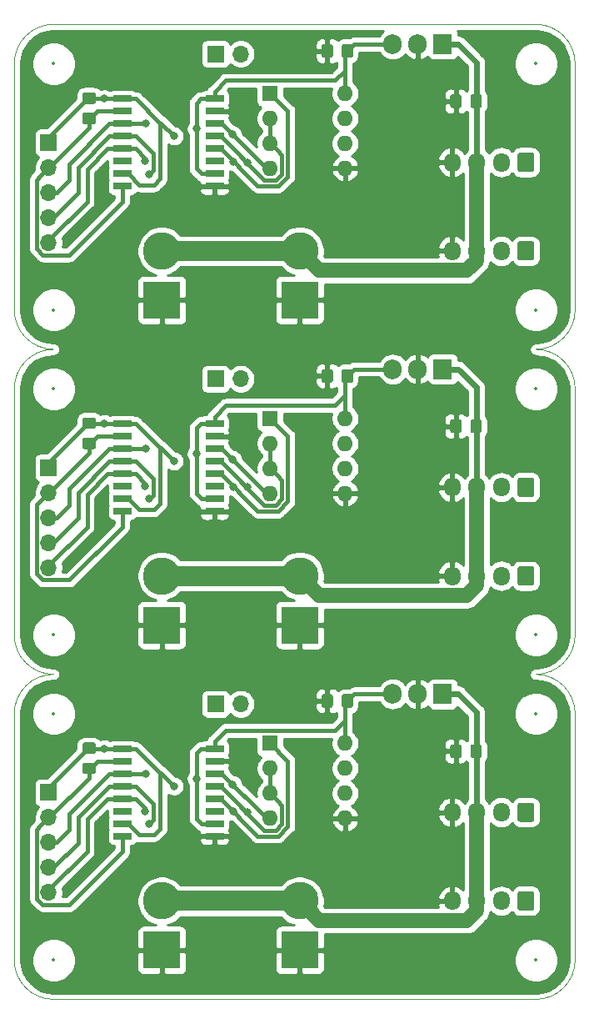
<source format=gtl>
G04 #@! TF.GenerationSoftware,KiCad,Pcbnew,(5.1.5)-3*
G04 #@! TF.CreationDate,2020-02-20T05:13:04+09:00*
G04 #@! TF.ProjectId,ServoDriver-order,53657276-6f44-4726-9976-65722d6f7264,rev?*
G04 #@! TF.SameCoordinates,Original*
G04 #@! TF.FileFunction,Copper,L1,Top*
G04 #@! TF.FilePolarity,Positive*
%FSLAX46Y46*%
G04 Gerber Fmt 4.6, Leading zero omitted, Abs format (unit mm)*
G04 Created by KiCad (PCBNEW (5.1.5)-3) date 2020-02-20 05:13:04*
%MOMM*%
%LPD*%
G04 APERTURE LIST*
%ADD10C,0.050000*%
%ADD11R,1.700000X1.700000*%
%ADD12O,1.700000X1.700000*%
%ADD13C,0.100000*%
%ADD14R,3.800000X3.800000*%
%ADD15C,3.800000*%
%ADD16R,1.600000X1.600000*%
%ADD17O,1.600000X1.600000*%
%ADD18R,1.850000X0.650000*%
%ADD19O,1.700000X1.950000*%
%ADD20R,1.905000X2.000000*%
%ADD21O,1.905000X2.000000*%
%ADD22C,0.800000*%
%ADD23C,0.600000*%
%ADD24C,0.400000*%
%ADD25C,1.500000*%
%ADD26C,2.000000*%
%ADD27C,0.600000*%
%ADD28C,0.254000*%
%ADD29C,0.350000*%
%ADD30C,0.300000*%
G04 APERTURE END LIST*
D10*
X168000000Y-57000000D02*
X119000000Y-57000000D01*
X172000000Y-86000000D02*
G75*
G02X168000000Y-90000000I-4000000J0D01*
G01*
X172000000Y-119000000D02*
G75*
G02X168000000Y-123000000I-4000000J0D01*
G01*
X115000000Y-61000000D02*
X115000000Y-86000000D01*
X115000000Y-94000000D02*
X115000000Y-119000000D01*
X172000000Y-86000000D02*
X172000000Y-61000000D01*
X172000000Y-119000000D02*
X172000000Y-94000000D01*
X168000000Y-57000000D02*
G75*
G02X172000000Y-61000000I0J-4000000D01*
G01*
X168000000Y-90000000D02*
G75*
G02X172000000Y-94000000I0J-4000000D01*
G01*
X115000000Y-61000000D02*
G75*
G02X119000000Y-57000000I4000000J0D01*
G01*
X115000000Y-94000000D02*
G75*
G02X119000000Y-90000000I4000000J0D01*
G01*
X119000000Y-90000000D02*
G75*
G02X115000000Y-86000000I0J4000000D01*
G01*
X119000000Y-123000000D02*
G75*
G02X115000000Y-119000000I0J4000000D01*
G01*
X172000000Y-152000000D02*
G75*
G02X168000000Y-156000000I-4000000J0D01*
G01*
X119000000Y-156000000D02*
X168000000Y-156000000D01*
X119000000Y-156000000D02*
G75*
G02X115000000Y-152000000I0J4000000D01*
G01*
X115000000Y-127000000D02*
G75*
G02X119000000Y-123000000I4000000J0D01*
G01*
X168000000Y-123000000D02*
G75*
G02X172000000Y-127000000I0J-4000000D01*
G01*
X172000000Y-152000000D02*
X172000000Y-127000000D01*
X115000000Y-127000000D02*
X115000000Y-152000000D01*
D11*
X135460000Y-60000000D03*
D12*
X138000000Y-60000000D03*
D11*
X135460000Y-93000000D03*
D12*
X138000000Y-93000000D03*
G04 #@! TA.AperFunction,SMDPad,CuDef*
D13*
G36*
X123074505Y-63926204D02*
G01*
X123098773Y-63929804D01*
X123122572Y-63935765D01*
X123145671Y-63944030D01*
X123167850Y-63954520D01*
X123188893Y-63967132D01*
X123208599Y-63981747D01*
X123226777Y-63998223D01*
X123243253Y-64016401D01*
X123257868Y-64036107D01*
X123270480Y-64057150D01*
X123280970Y-64079329D01*
X123289235Y-64102428D01*
X123295196Y-64126227D01*
X123298796Y-64150495D01*
X123300000Y-64174999D01*
X123300000Y-64825001D01*
X123298796Y-64849505D01*
X123295196Y-64873773D01*
X123289235Y-64897572D01*
X123280970Y-64920671D01*
X123270480Y-64942850D01*
X123257868Y-64963893D01*
X123243253Y-64983599D01*
X123226777Y-65001777D01*
X123208599Y-65018253D01*
X123188893Y-65032868D01*
X123167850Y-65045480D01*
X123145671Y-65055970D01*
X123122572Y-65064235D01*
X123098773Y-65070196D01*
X123074505Y-65073796D01*
X123050001Y-65075000D01*
X122149999Y-65075000D01*
X122125495Y-65073796D01*
X122101227Y-65070196D01*
X122077428Y-65064235D01*
X122054329Y-65055970D01*
X122032150Y-65045480D01*
X122011107Y-65032868D01*
X121991401Y-65018253D01*
X121973223Y-65001777D01*
X121956747Y-64983599D01*
X121942132Y-64963893D01*
X121929520Y-64942850D01*
X121919030Y-64920671D01*
X121910765Y-64897572D01*
X121904804Y-64873773D01*
X121901204Y-64849505D01*
X121900000Y-64825001D01*
X121900000Y-64174999D01*
X121901204Y-64150495D01*
X121904804Y-64126227D01*
X121910765Y-64102428D01*
X121919030Y-64079329D01*
X121929520Y-64057150D01*
X121942132Y-64036107D01*
X121956747Y-64016401D01*
X121973223Y-63998223D01*
X121991401Y-63981747D01*
X122011107Y-63967132D01*
X122032150Y-63954520D01*
X122054329Y-63944030D01*
X122077428Y-63935765D01*
X122101227Y-63929804D01*
X122125495Y-63926204D01*
X122149999Y-63925000D01*
X123050001Y-63925000D01*
X123074505Y-63926204D01*
G37*
G04 #@! TD.AperFunction*
G04 #@! TA.AperFunction,SMDPad,CuDef*
G36*
X123074505Y-65976204D02*
G01*
X123098773Y-65979804D01*
X123122572Y-65985765D01*
X123145671Y-65994030D01*
X123167850Y-66004520D01*
X123188893Y-66017132D01*
X123208599Y-66031747D01*
X123226777Y-66048223D01*
X123243253Y-66066401D01*
X123257868Y-66086107D01*
X123270480Y-66107150D01*
X123280970Y-66129329D01*
X123289235Y-66152428D01*
X123295196Y-66176227D01*
X123298796Y-66200495D01*
X123300000Y-66224999D01*
X123300000Y-66875001D01*
X123298796Y-66899505D01*
X123295196Y-66923773D01*
X123289235Y-66947572D01*
X123280970Y-66970671D01*
X123270480Y-66992850D01*
X123257868Y-67013893D01*
X123243253Y-67033599D01*
X123226777Y-67051777D01*
X123208599Y-67068253D01*
X123188893Y-67082868D01*
X123167850Y-67095480D01*
X123145671Y-67105970D01*
X123122572Y-67114235D01*
X123098773Y-67120196D01*
X123074505Y-67123796D01*
X123050001Y-67125000D01*
X122149999Y-67125000D01*
X122125495Y-67123796D01*
X122101227Y-67120196D01*
X122077428Y-67114235D01*
X122054329Y-67105970D01*
X122032150Y-67095480D01*
X122011107Y-67082868D01*
X121991401Y-67068253D01*
X121973223Y-67051777D01*
X121956747Y-67033599D01*
X121942132Y-67013893D01*
X121929520Y-66992850D01*
X121919030Y-66970671D01*
X121910765Y-66947572D01*
X121904804Y-66923773D01*
X121901204Y-66899505D01*
X121900000Y-66875001D01*
X121900000Y-66224999D01*
X121901204Y-66200495D01*
X121904804Y-66176227D01*
X121910765Y-66152428D01*
X121919030Y-66129329D01*
X121929520Y-66107150D01*
X121942132Y-66086107D01*
X121956747Y-66066401D01*
X121973223Y-66048223D01*
X121991401Y-66031747D01*
X122011107Y-66017132D01*
X122032150Y-66004520D01*
X122054329Y-65994030D01*
X122077428Y-65985765D01*
X122101227Y-65979804D01*
X122125495Y-65976204D01*
X122149999Y-65975000D01*
X123050001Y-65975000D01*
X123074505Y-65976204D01*
G37*
G04 #@! TD.AperFunction*
G04 #@! TA.AperFunction,SMDPad,CuDef*
G36*
X123074505Y-96926204D02*
G01*
X123098773Y-96929804D01*
X123122572Y-96935765D01*
X123145671Y-96944030D01*
X123167850Y-96954520D01*
X123188893Y-96967132D01*
X123208599Y-96981747D01*
X123226777Y-96998223D01*
X123243253Y-97016401D01*
X123257868Y-97036107D01*
X123270480Y-97057150D01*
X123280970Y-97079329D01*
X123289235Y-97102428D01*
X123295196Y-97126227D01*
X123298796Y-97150495D01*
X123300000Y-97174999D01*
X123300000Y-97825001D01*
X123298796Y-97849505D01*
X123295196Y-97873773D01*
X123289235Y-97897572D01*
X123280970Y-97920671D01*
X123270480Y-97942850D01*
X123257868Y-97963893D01*
X123243253Y-97983599D01*
X123226777Y-98001777D01*
X123208599Y-98018253D01*
X123188893Y-98032868D01*
X123167850Y-98045480D01*
X123145671Y-98055970D01*
X123122572Y-98064235D01*
X123098773Y-98070196D01*
X123074505Y-98073796D01*
X123050001Y-98075000D01*
X122149999Y-98075000D01*
X122125495Y-98073796D01*
X122101227Y-98070196D01*
X122077428Y-98064235D01*
X122054329Y-98055970D01*
X122032150Y-98045480D01*
X122011107Y-98032868D01*
X121991401Y-98018253D01*
X121973223Y-98001777D01*
X121956747Y-97983599D01*
X121942132Y-97963893D01*
X121929520Y-97942850D01*
X121919030Y-97920671D01*
X121910765Y-97897572D01*
X121904804Y-97873773D01*
X121901204Y-97849505D01*
X121900000Y-97825001D01*
X121900000Y-97174999D01*
X121901204Y-97150495D01*
X121904804Y-97126227D01*
X121910765Y-97102428D01*
X121919030Y-97079329D01*
X121929520Y-97057150D01*
X121942132Y-97036107D01*
X121956747Y-97016401D01*
X121973223Y-96998223D01*
X121991401Y-96981747D01*
X122011107Y-96967132D01*
X122032150Y-96954520D01*
X122054329Y-96944030D01*
X122077428Y-96935765D01*
X122101227Y-96929804D01*
X122125495Y-96926204D01*
X122149999Y-96925000D01*
X123050001Y-96925000D01*
X123074505Y-96926204D01*
G37*
G04 #@! TD.AperFunction*
G04 #@! TA.AperFunction,SMDPad,CuDef*
G36*
X123074505Y-98976204D02*
G01*
X123098773Y-98979804D01*
X123122572Y-98985765D01*
X123145671Y-98994030D01*
X123167850Y-99004520D01*
X123188893Y-99017132D01*
X123208599Y-99031747D01*
X123226777Y-99048223D01*
X123243253Y-99066401D01*
X123257868Y-99086107D01*
X123270480Y-99107150D01*
X123280970Y-99129329D01*
X123289235Y-99152428D01*
X123295196Y-99176227D01*
X123298796Y-99200495D01*
X123300000Y-99224999D01*
X123300000Y-99875001D01*
X123298796Y-99899505D01*
X123295196Y-99923773D01*
X123289235Y-99947572D01*
X123280970Y-99970671D01*
X123270480Y-99992850D01*
X123257868Y-100013893D01*
X123243253Y-100033599D01*
X123226777Y-100051777D01*
X123208599Y-100068253D01*
X123188893Y-100082868D01*
X123167850Y-100095480D01*
X123145671Y-100105970D01*
X123122572Y-100114235D01*
X123098773Y-100120196D01*
X123074505Y-100123796D01*
X123050001Y-100125000D01*
X122149999Y-100125000D01*
X122125495Y-100123796D01*
X122101227Y-100120196D01*
X122077428Y-100114235D01*
X122054329Y-100105970D01*
X122032150Y-100095480D01*
X122011107Y-100082868D01*
X121991401Y-100068253D01*
X121973223Y-100051777D01*
X121956747Y-100033599D01*
X121942132Y-100013893D01*
X121929520Y-99992850D01*
X121919030Y-99970671D01*
X121910765Y-99947572D01*
X121904804Y-99923773D01*
X121901204Y-99899505D01*
X121900000Y-99875001D01*
X121900000Y-99224999D01*
X121901204Y-99200495D01*
X121904804Y-99176227D01*
X121910765Y-99152428D01*
X121919030Y-99129329D01*
X121929520Y-99107150D01*
X121942132Y-99086107D01*
X121956747Y-99066401D01*
X121973223Y-99048223D01*
X121991401Y-99031747D01*
X122011107Y-99017132D01*
X122032150Y-99004520D01*
X122054329Y-98994030D01*
X122077428Y-98985765D01*
X122101227Y-98979804D01*
X122125495Y-98976204D01*
X122149999Y-98975000D01*
X123050001Y-98975000D01*
X123074505Y-98976204D01*
G37*
G04 #@! TD.AperFunction*
G04 #@! TA.AperFunction,SMDPad,CuDef*
G36*
X149199505Y-59001204D02*
G01*
X149223773Y-59004804D01*
X149247572Y-59010765D01*
X149270671Y-59019030D01*
X149292850Y-59029520D01*
X149313893Y-59042132D01*
X149333599Y-59056747D01*
X149351777Y-59073223D01*
X149368253Y-59091401D01*
X149382868Y-59111107D01*
X149395480Y-59132150D01*
X149405970Y-59154329D01*
X149414235Y-59177428D01*
X149420196Y-59201227D01*
X149423796Y-59225495D01*
X149425000Y-59249999D01*
X149425000Y-60150001D01*
X149423796Y-60174505D01*
X149420196Y-60198773D01*
X149414235Y-60222572D01*
X149405970Y-60245671D01*
X149395480Y-60267850D01*
X149382868Y-60288893D01*
X149368253Y-60308599D01*
X149351777Y-60326777D01*
X149333599Y-60343253D01*
X149313893Y-60357868D01*
X149292850Y-60370480D01*
X149270671Y-60380970D01*
X149247572Y-60389235D01*
X149223773Y-60395196D01*
X149199505Y-60398796D01*
X149175001Y-60400000D01*
X148524999Y-60400000D01*
X148500495Y-60398796D01*
X148476227Y-60395196D01*
X148452428Y-60389235D01*
X148429329Y-60380970D01*
X148407150Y-60370480D01*
X148386107Y-60357868D01*
X148366401Y-60343253D01*
X148348223Y-60326777D01*
X148331747Y-60308599D01*
X148317132Y-60288893D01*
X148304520Y-60267850D01*
X148294030Y-60245671D01*
X148285765Y-60222572D01*
X148279804Y-60198773D01*
X148276204Y-60174505D01*
X148275000Y-60150001D01*
X148275000Y-59249999D01*
X148276204Y-59225495D01*
X148279804Y-59201227D01*
X148285765Y-59177428D01*
X148294030Y-59154329D01*
X148304520Y-59132150D01*
X148317132Y-59111107D01*
X148331747Y-59091401D01*
X148348223Y-59073223D01*
X148366401Y-59056747D01*
X148386107Y-59042132D01*
X148407150Y-59029520D01*
X148429329Y-59019030D01*
X148452428Y-59010765D01*
X148476227Y-59004804D01*
X148500495Y-59001204D01*
X148524999Y-59000000D01*
X149175001Y-59000000D01*
X149199505Y-59001204D01*
G37*
G04 #@! TD.AperFunction*
G04 #@! TA.AperFunction,SMDPad,CuDef*
G36*
X147149505Y-59001204D02*
G01*
X147173773Y-59004804D01*
X147197572Y-59010765D01*
X147220671Y-59019030D01*
X147242850Y-59029520D01*
X147263893Y-59042132D01*
X147283599Y-59056747D01*
X147301777Y-59073223D01*
X147318253Y-59091401D01*
X147332868Y-59111107D01*
X147345480Y-59132150D01*
X147355970Y-59154329D01*
X147364235Y-59177428D01*
X147370196Y-59201227D01*
X147373796Y-59225495D01*
X147375000Y-59249999D01*
X147375000Y-60150001D01*
X147373796Y-60174505D01*
X147370196Y-60198773D01*
X147364235Y-60222572D01*
X147355970Y-60245671D01*
X147345480Y-60267850D01*
X147332868Y-60288893D01*
X147318253Y-60308599D01*
X147301777Y-60326777D01*
X147283599Y-60343253D01*
X147263893Y-60357868D01*
X147242850Y-60370480D01*
X147220671Y-60380970D01*
X147197572Y-60389235D01*
X147173773Y-60395196D01*
X147149505Y-60398796D01*
X147125001Y-60400000D01*
X146474999Y-60400000D01*
X146450495Y-60398796D01*
X146426227Y-60395196D01*
X146402428Y-60389235D01*
X146379329Y-60380970D01*
X146357150Y-60370480D01*
X146336107Y-60357868D01*
X146316401Y-60343253D01*
X146298223Y-60326777D01*
X146281747Y-60308599D01*
X146267132Y-60288893D01*
X146254520Y-60267850D01*
X146244030Y-60245671D01*
X146235765Y-60222572D01*
X146229804Y-60198773D01*
X146226204Y-60174505D01*
X146225000Y-60150001D01*
X146225000Y-59249999D01*
X146226204Y-59225495D01*
X146229804Y-59201227D01*
X146235765Y-59177428D01*
X146244030Y-59154329D01*
X146254520Y-59132150D01*
X146267132Y-59111107D01*
X146281747Y-59091401D01*
X146298223Y-59073223D01*
X146316401Y-59056747D01*
X146336107Y-59042132D01*
X146357150Y-59029520D01*
X146379329Y-59019030D01*
X146402428Y-59010765D01*
X146426227Y-59004804D01*
X146450495Y-59001204D01*
X146474999Y-59000000D01*
X147125001Y-59000000D01*
X147149505Y-59001204D01*
G37*
G04 #@! TD.AperFunction*
G04 #@! TA.AperFunction,SMDPad,CuDef*
G36*
X149199505Y-92001204D02*
G01*
X149223773Y-92004804D01*
X149247572Y-92010765D01*
X149270671Y-92019030D01*
X149292850Y-92029520D01*
X149313893Y-92042132D01*
X149333599Y-92056747D01*
X149351777Y-92073223D01*
X149368253Y-92091401D01*
X149382868Y-92111107D01*
X149395480Y-92132150D01*
X149405970Y-92154329D01*
X149414235Y-92177428D01*
X149420196Y-92201227D01*
X149423796Y-92225495D01*
X149425000Y-92249999D01*
X149425000Y-93150001D01*
X149423796Y-93174505D01*
X149420196Y-93198773D01*
X149414235Y-93222572D01*
X149405970Y-93245671D01*
X149395480Y-93267850D01*
X149382868Y-93288893D01*
X149368253Y-93308599D01*
X149351777Y-93326777D01*
X149333599Y-93343253D01*
X149313893Y-93357868D01*
X149292850Y-93370480D01*
X149270671Y-93380970D01*
X149247572Y-93389235D01*
X149223773Y-93395196D01*
X149199505Y-93398796D01*
X149175001Y-93400000D01*
X148524999Y-93400000D01*
X148500495Y-93398796D01*
X148476227Y-93395196D01*
X148452428Y-93389235D01*
X148429329Y-93380970D01*
X148407150Y-93370480D01*
X148386107Y-93357868D01*
X148366401Y-93343253D01*
X148348223Y-93326777D01*
X148331747Y-93308599D01*
X148317132Y-93288893D01*
X148304520Y-93267850D01*
X148294030Y-93245671D01*
X148285765Y-93222572D01*
X148279804Y-93198773D01*
X148276204Y-93174505D01*
X148275000Y-93150001D01*
X148275000Y-92249999D01*
X148276204Y-92225495D01*
X148279804Y-92201227D01*
X148285765Y-92177428D01*
X148294030Y-92154329D01*
X148304520Y-92132150D01*
X148317132Y-92111107D01*
X148331747Y-92091401D01*
X148348223Y-92073223D01*
X148366401Y-92056747D01*
X148386107Y-92042132D01*
X148407150Y-92029520D01*
X148429329Y-92019030D01*
X148452428Y-92010765D01*
X148476227Y-92004804D01*
X148500495Y-92001204D01*
X148524999Y-92000000D01*
X149175001Y-92000000D01*
X149199505Y-92001204D01*
G37*
G04 #@! TD.AperFunction*
G04 #@! TA.AperFunction,SMDPad,CuDef*
G36*
X147149505Y-92001204D02*
G01*
X147173773Y-92004804D01*
X147197572Y-92010765D01*
X147220671Y-92019030D01*
X147242850Y-92029520D01*
X147263893Y-92042132D01*
X147283599Y-92056747D01*
X147301777Y-92073223D01*
X147318253Y-92091401D01*
X147332868Y-92111107D01*
X147345480Y-92132150D01*
X147355970Y-92154329D01*
X147364235Y-92177428D01*
X147370196Y-92201227D01*
X147373796Y-92225495D01*
X147375000Y-92249999D01*
X147375000Y-93150001D01*
X147373796Y-93174505D01*
X147370196Y-93198773D01*
X147364235Y-93222572D01*
X147355970Y-93245671D01*
X147345480Y-93267850D01*
X147332868Y-93288893D01*
X147318253Y-93308599D01*
X147301777Y-93326777D01*
X147283599Y-93343253D01*
X147263893Y-93357868D01*
X147242850Y-93370480D01*
X147220671Y-93380970D01*
X147197572Y-93389235D01*
X147173773Y-93395196D01*
X147149505Y-93398796D01*
X147125001Y-93400000D01*
X146474999Y-93400000D01*
X146450495Y-93398796D01*
X146426227Y-93395196D01*
X146402428Y-93389235D01*
X146379329Y-93380970D01*
X146357150Y-93370480D01*
X146336107Y-93357868D01*
X146316401Y-93343253D01*
X146298223Y-93326777D01*
X146281747Y-93308599D01*
X146267132Y-93288893D01*
X146254520Y-93267850D01*
X146244030Y-93245671D01*
X146235765Y-93222572D01*
X146229804Y-93198773D01*
X146226204Y-93174505D01*
X146225000Y-93150001D01*
X146225000Y-92249999D01*
X146226204Y-92225495D01*
X146229804Y-92201227D01*
X146235765Y-92177428D01*
X146244030Y-92154329D01*
X146254520Y-92132150D01*
X146267132Y-92111107D01*
X146281747Y-92091401D01*
X146298223Y-92073223D01*
X146316401Y-92056747D01*
X146336107Y-92042132D01*
X146357150Y-92029520D01*
X146379329Y-92019030D01*
X146402428Y-92010765D01*
X146426227Y-92004804D01*
X146450495Y-92001204D01*
X146474999Y-92000000D01*
X147125001Y-92000000D01*
X147149505Y-92001204D01*
G37*
G04 #@! TD.AperFunction*
G04 #@! TA.AperFunction,SMDPad,CuDef*
G36*
X162274505Y-64101204D02*
G01*
X162298773Y-64104804D01*
X162322572Y-64110765D01*
X162345671Y-64119030D01*
X162367850Y-64129520D01*
X162388893Y-64142132D01*
X162408599Y-64156747D01*
X162426777Y-64173223D01*
X162443253Y-64191401D01*
X162457868Y-64211107D01*
X162470480Y-64232150D01*
X162480970Y-64254329D01*
X162489235Y-64277428D01*
X162495196Y-64301227D01*
X162498796Y-64325495D01*
X162500000Y-64349999D01*
X162500000Y-65250001D01*
X162498796Y-65274505D01*
X162495196Y-65298773D01*
X162489235Y-65322572D01*
X162480970Y-65345671D01*
X162470480Y-65367850D01*
X162457868Y-65388893D01*
X162443253Y-65408599D01*
X162426777Y-65426777D01*
X162408599Y-65443253D01*
X162388893Y-65457868D01*
X162367850Y-65470480D01*
X162345671Y-65480970D01*
X162322572Y-65489235D01*
X162298773Y-65495196D01*
X162274505Y-65498796D01*
X162250001Y-65500000D01*
X161599999Y-65500000D01*
X161575495Y-65498796D01*
X161551227Y-65495196D01*
X161527428Y-65489235D01*
X161504329Y-65480970D01*
X161482150Y-65470480D01*
X161461107Y-65457868D01*
X161441401Y-65443253D01*
X161423223Y-65426777D01*
X161406747Y-65408599D01*
X161392132Y-65388893D01*
X161379520Y-65367850D01*
X161369030Y-65345671D01*
X161360765Y-65322572D01*
X161354804Y-65298773D01*
X161351204Y-65274505D01*
X161350000Y-65250001D01*
X161350000Y-64349999D01*
X161351204Y-64325495D01*
X161354804Y-64301227D01*
X161360765Y-64277428D01*
X161369030Y-64254329D01*
X161379520Y-64232150D01*
X161392132Y-64211107D01*
X161406747Y-64191401D01*
X161423223Y-64173223D01*
X161441401Y-64156747D01*
X161461107Y-64142132D01*
X161482150Y-64129520D01*
X161504329Y-64119030D01*
X161527428Y-64110765D01*
X161551227Y-64104804D01*
X161575495Y-64101204D01*
X161599999Y-64100000D01*
X162250001Y-64100000D01*
X162274505Y-64101204D01*
G37*
G04 #@! TD.AperFunction*
G04 #@! TA.AperFunction,SMDPad,CuDef*
G36*
X160224505Y-64101204D02*
G01*
X160248773Y-64104804D01*
X160272572Y-64110765D01*
X160295671Y-64119030D01*
X160317850Y-64129520D01*
X160338893Y-64142132D01*
X160358599Y-64156747D01*
X160376777Y-64173223D01*
X160393253Y-64191401D01*
X160407868Y-64211107D01*
X160420480Y-64232150D01*
X160430970Y-64254329D01*
X160439235Y-64277428D01*
X160445196Y-64301227D01*
X160448796Y-64325495D01*
X160450000Y-64349999D01*
X160450000Y-65250001D01*
X160448796Y-65274505D01*
X160445196Y-65298773D01*
X160439235Y-65322572D01*
X160430970Y-65345671D01*
X160420480Y-65367850D01*
X160407868Y-65388893D01*
X160393253Y-65408599D01*
X160376777Y-65426777D01*
X160358599Y-65443253D01*
X160338893Y-65457868D01*
X160317850Y-65470480D01*
X160295671Y-65480970D01*
X160272572Y-65489235D01*
X160248773Y-65495196D01*
X160224505Y-65498796D01*
X160200001Y-65500000D01*
X159549999Y-65500000D01*
X159525495Y-65498796D01*
X159501227Y-65495196D01*
X159477428Y-65489235D01*
X159454329Y-65480970D01*
X159432150Y-65470480D01*
X159411107Y-65457868D01*
X159391401Y-65443253D01*
X159373223Y-65426777D01*
X159356747Y-65408599D01*
X159342132Y-65388893D01*
X159329520Y-65367850D01*
X159319030Y-65345671D01*
X159310765Y-65322572D01*
X159304804Y-65298773D01*
X159301204Y-65274505D01*
X159300000Y-65250001D01*
X159300000Y-64349999D01*
X159301204Y-64325495D01*
X159304804Y-64301227D01*
X159310765Y-64277428D01*
X159319030Y-64254329D01*
X159329520Y-64232150D01*
X159342132Y-64211107D01*
X159356747Y-64191401D01*
X159373223Y-64173223D01*
X159391401Y-64156747D01*
X159411107Y-64142132D01*
X159432150Y-64129520D01*
X159454329Y-64119030D01*
X159477428Y-64110765D01*
X159501227Y-64104804D01*
X159525495Y-64101204D01*
X159549999Y-64100000D01*
X160200001Y-64100000D01*
X160224505Y-64101204D01*
G37*
G04 #@! TD.AperFunction*
G04 #@! TA.AperFunction,SMDPad,CuDef*
G36*
X162274505Y-97101204D02*
G01*
X162298773Y-97104804D01*
X162322572Y-97110765D01*
X162345671Y-97119030D01*
X162367850Y-97129520D01*
X162388893Y-97142132D01*
X162408599Y-97156747D01*
X162426777Y-97173223D01*
X162443253Y-97191401D01*
X162457868Y-97211107D01*
X162470480Y-97232150D01*
X162480970Y-97254329D01*
X162489235Y-97277428D01*
X162495196Y-97301227D01*
X162498796Y-97325495D01*
X162500000Y-97349999D01*
X162500000Y-98250001D01*
X162498796Y-98274505D01*
X162495196Y-98298773D01*
X162489235Y-98322572D01*
X162480970Y-98345671D01*
X162470480Y-98367850D01*
X162457868Y-98388893D01*
X162443253Y-98408599D01*
X162426777Y-98426777D01*
X162408599Y-98443253D01*
X162388893Y-98457868D01*
X162367850Y-98470480D01*
X162345671Y-98480970D01*
X162322572Y-98489235D01*
X162298773Y-98495196D01*
X162274505Y-98498796D01*
X162250001Y-98500000D01*
X161599999Y-98500000D01*
X161575495Y-98498796D01*
X161551227Y-98495196D01*
X161527428Y-98489235D01*
X161504329Y-98480970D01*
X161482150Y-98470480D01*
X161461107Y-98457868D01*
X161441401Y-98443253D01*
X161423223Y-98426777D01*
X161406747Y-98408599D01*
X161392132Y-98388893D01*
X161379520Y-98367850D01*
X161369030Y-98345671D01*
X161360765Y-98322572D01*
X161354804Y-98298773D01*
X161351204Y-98274505D01*
X161350000Y-98250001D01*
X161350000Y-97349999D01*
X161351204Y-97325495D01*
X161354804Y-97301227D01*
X161360765Y-97277428D01*
X161369030Y-97254329D01*
X161379520Y-97232150D01*
X161392132Y-97211107D01*
X161406747Y-97191401D01*
X161423223Y-97173223D01*
X161441401Y-97156747D01*
X161461107Y-97142132D01*
X161482150Y-97129520D01*
X161504329Y-97119030D01*
X161527428Y-97110765D01*
X161551227Y-97104804D01*
X161575495Y-97101204D01*
X161599999Y-97100000D01*
X162250001Y-97100000D01*
X162274505Y-97101204D01*
G37*
G04 #@! TD.AperFunction*
G04 #@! TA.AperFunction,SMDPad,CuDef*
G36*
X160224505Y-97101204D02*
G01*
X160248773Y-97104804D01*
X160272572Y-97110765D01*
X160295671Y-97119030D01*
X160317850Y-97129520D01*
X160338893Y-97142132D01*
X160358599Y-97156747D01*
X160376777Y-97173223D01*
X160393253Y-97191401D01*
X160407868Y-97211107D01*
X160420480Y-97232150D01*
X160430970Y-97254329D01*
X160439235Y-97277428D01*
X160445196Y-97301227D01*
X160448796Y-97325495D01*
X160450000Y-97349999D01*
X160450000Y-98250001D01*
X160448796Y-98274505D01*
X160445196Y-98298773D01*
X160439235Y-98322572D01*
X160430970Y-98345671D01*
X160420480Y-98367850D01*
X160407868Y-98388893D01*
X160393253Y-98408599D01*
X160376777Y-98426777D01*
X160358599Y-98443253D01*
X160338893Y-98457868D01*
X160317850Y-98470480D01*
X160295671Y-98480970D01*
X160272572Y-98489235D01*
X160248773Y-98495196D01*
X160224505Y-98498796D01*
X160200001Y-98500000D01*
X159549999Y-98500000D01*
X159525495Y-98498796D01*
X159501227Y-98495196D01*
X159477428Y-98489235D01*
X159454329Y-98480970D01*
X159432150Y-98470480D01*
X159411107Y-98457868D01*
X159391401Y-98443253D01*
X159373223Y-98426777D01*
X159356747Y-98408599D01*
X159342132Y-98388893D01*
X159329520Y-98367850D01*
X159319030Y-98345671D01*
X159310765Y-98322572D01*
X159304804Y-98298773D01*
X159301204Y-98274505D01*
X159300000Y-98250001D01*
X159300000Y-97349999D01*
X159301204Y-97325495D01*
X159304804Y-97301227D01*
X159310765Y-97277428D01*
X159319030Y-97254329D01*
X159329520Y-97232150D01*
X159342132Y-97211107D01*
X159356747Y-97191401D01*
X159373223Y-97173223D01*
X159391401Y-97156747D01*
X159411107Y-97142132D01*
X159432150Y-97129520D01*
X159454329Y-97119030D01*
X159477428Y-97110765D01*
X159501227Y-97104804D01*
X159525495Y-97101204D01*
X159549999Y-97100000D01*
X160200001Y-97100000D01*
X160224505Y-97101204D01*
G37*
G04 #@! TD.AperFunction*
D11*
X118500000Y-69000000D03*
D12*
X118500000Y-71540000D03*
X118500000Y-74080000D03*
X118500000Y-76620000D03*
X118500000Y-79160000D03*
D11*
X118500000Y-102000000D03*
D12*
X118500000Y-104540000D03*
X118500000Y-107080000D03*
X118500000Y-109620000D03*
X118500000Y-112160000D03*
D14*
X130000000Y-85000000D03*
D15*
X130000000Y-80000000D03*
D14*
X130000000Y-118000000D03*
D15*
X130000000Y-113000000D03*
D16*
X141000000Y-64000000D03*
D17*
X148620000Y-71620000D03*
X141000000Y-66540000D03*
X148620000Y-69080000D03*
X141000000Y-69080000D03*
X148620000Y-66540000D03*
X141000000Y-71620000D03*
X148620000Y-64000000D03*
D16*
X141000000Y-97000000D03*
D17*
X148620000Y-104620000D03*
X141000000Y-99540000D03*
X148620000Y-102080000D03*
X141000000Y-102080000D03*
X148620000Y-99540000D03*
X141000000Y-104620000D03*
X148620000Y-97000000D03*
D18*
X126000000Y-64555000D03*
X126000000Y-65825000D03*
X126000000Y-67095000D03*
X126000000Y-68365000D03*
X126000000Y-69635000D03*
X126000000Y-70905000D03*
X126000000Y-72175000D03*
X126000000Y-73445000D03*
X135350000Y-73445000D03*
X135350000Y-72175000D03*
X135350000Y-70905000D03*
X135350000Y-69635000D03*
X135350000Y-68365000D03*
X135350000Y-67095000D03*
X135350000Y-65825000D03*
X135350000Y-64555000D03*
X126000000Y-97555000D03*
X126000000Y-98825000D03*
X126000000Y-100095000D03*
X126000000Y-101365000D03*
X126000000Y-102635000D03*
X126000000Y-103905000D03*
X126000000Y-105175000D03*
X126000000Y-106445000D03*
X135350000Y-106445000D03*
X135350000Y-105175000D03*
X135350000Y-103905000D03*
X135350000Y-102635000D03*
X135350000Y-101365000D03*
X135350000Y-100095000D03*
X135350000Y-98825000D03*
X135350000Y-97555000D03*
G04 #@! TA.AperFunction,ComponentPad*
D13*
G36*
X167624504Y-79026204D02*
G01*
X167648773Y-79029804D01*
X167672571Y-79035765D01*
X167695671Y-79044030D01*
X167717849Y-79054520D01*
X167738893Y-79067133D01*
X167758598Y-79081747D01*
X167776777Y-79098223D01*
X167793253Y-79116402D01*
X167807867Y-79136107D01*
X167820480Y-79157151D01*
X167830970Y-79179329D01*
X167839235Y-79202429D01*
X167845196Y-79226227D01*
X167848796Y-79250496D01*
X167850000Y-79275000D01*
X167850000Y-80725000D01*
X167848796Y-80749504D01*
X167845196Y-80773773D01*
X167839235Y-80797571D01*
X167830970Y-80820671D01*
X167820480Y-80842849D01*
X167807867Y-80863893D01*
X167793253Y-80883598D01*
X167776777Y-80901777D01*
X167758598Y-80918253D01*
X167738893Y-80932867D01*
X167717849Y-80945480D01*
X167695671Y-80955970D01*
X167672571Y-80964235D01*
X167648773Y-80970196D01*
X167624504Y-80973796D01*
X167600000Y-80975000D01*
X166400000Y-80975000D01*
X166375496Y-80973796D01*
X166351227Y-80970196D01*
X166327429Y-80964235D01*
X166304329Y-80955970D01*
X166282151Y-80945480D01*
X166261107Y-80932867D01*
X166241402Y-80918253D01*
X166223223Y-80901777D01*
X166206747Y-80883598D01*
X166192133Y-80863893D01*
X166179520Y-80842849D01*
X166169030Y-80820671D01*
X166160765Y-80797571D01*
X166154804Y-80773773D01*
X166151204Y-80749504D01*
X166150000Y-80725000D01*
X166150000Y-79275000D01*
X166151204Y-79250496D01*
X166154804Y-79226227D01*
X166160765Y-79202429D01*
X166169030Y-79179329D01*
X166179520Y-79157151D01*
X166192133Y-79136107D01*
X166206747Y-79116402D01*
X166223223Y-79098223D01*
X166241402Y-79081747D01*
X166261107Y-79067133D01*
X166282151Y-79054520D01*
X166304329Y-79044030D01*
X166327429Y-79035765D01*
X166351227Y-79029804D01*
X166375496Y-79026204D01*
X166400000Y-79025000D01*
X167600000Y-79025000D01*
X167624504Y-79026204D01*
G37*
G04 #@! TD.AperFunction*
D19*
X164500000Y-80000000D03*
X162000000Y-80000000D03*
X159500000Y-80000000D03*
G04 #@! TA.AperFunction,ComponentPad*
D13*
G36*
X167624504Y-112026204D02*
G01*
X167648773Y-112029804D01*
X167672571Y-112035765D01*
X167695671Y-112044030D01*
X167717849Y-112054520D01*
X167738893Y-112067133D01*
X167758598Y-112081747D01*
X167776777Y-112098223D01*
X167793253Y-112116402D01*
X167807867Y-112136107D01*
X167820480Y-112157151D01*
X167830970Y-112179329D01*
X167839235Y-112202429D01*
X167845196Y-112226227D01*
X167848796Y-112250496D01*
X167850000Y-112275000D01*
X167850000Y-113725000D01*
X167848796Y-113749504D01*
X167845196Y-113773773D01*
X167839235Y-113797571D01*
X167830970Y-113820671D01*
X167820480Y-113842849D01*
X167807867Y-113863893D01*
X167793253Y-113883598D01*
X167776777Y-113901777D01*
X167758598Y-113918253D01*
X167738893Y-113932867D01*
X167717849Y-113945480D01*
X167695671Y-113955970D01*
X167672571Y-113964235D01*
X167648773Y-113970196D01*
X167624504Y-113973796D01*
X167600000Y-113975000D01*
X166400000Y-113975000D01*
X166375496Y-113973796D01*
X166351227Y-113970196D01*
X166327429Y-113964235D01*
X166304329Y-113955970D01*
X166282151Y-113945480D01*
X166261107Y-113932867D01*
X166241402Y-113918253D01*
X166223223Y-113901777D01*
X166206747Y-113883598D01*
X166192133Y-113863893D01*
X166179520Y-113842849D01*
X166169030Y-113820671D01*
X166160765Y-113797571D01*
X166154804Y-113773773D01*
X166151204Y-113749504D01*
X166150000Y-113725000D01*
X166150000Y-112275000D01*
X166151204Y-112250496D01*
X166154804Y-112226227D01*
X166160765Y-112202429D01*
X166169030Y-112179329D01*
X166179520Y-112157151D01*
X166192133Y-112136107D01*
X166206747Y-112116402D01*
X166223223Y-112098223D01*
X166241402Y-112081747D01*
X166261107Y-112067133D01*
X166282151Y-112054520D01*
X166304329Y-112044030D01*
X166327429Y-112035765D01*
X166351227Y-112029804D01*
X166375496Y-112026204D01*
X166400000Y-112025000D01*
X167600000Y-112025000D01*
X167624504Y-112026204D01*
G37*
G04 #@! TD.AperFunction*
D19*
X164500000Y-113000000D03*
X162000000Y-113000000D03*
X159500000Y-113000000D03*
G04 #@! TA.AperFunction,ComponentPad*
D13*
G36*
X167624504Y-70026204D02*
G01*
X167648773Y-70029804D01*
X167672571Y-70035765D01*
X167695671Y-70044030D01*
X167717849Y-70054520D01*
X167738893Y-70067133D01*
X167758598Y-70081747D01*
X167776777Y-70098223D01*
X167793253Y-70116402D01*
X167807867Y-70136107D01*
X167820480Y-70157151D01*
X167830970Y-70179329D01*
X167839235Y-70202429D01*
X167845196Y-70226227D01*
X167848796Y-70250496D01*
X167850000Y-70275000D01*
X167850000Y-71725000D01*
X167848796Y-71749504D01*
X167845196Y-71773773D01*
X167839235Y-71797571D01*
X167830970Y-71820671D01*
X167820480Y-71842849D01*
X167807867Y-71863893D01*
X167793253Y-71883598D01*
X167776777Y-71901777D01*
X167758598Y-71918253D01*
X167738893Y-71932867D01*
X167717849Y-71945480D01*
X167695671Y-71955970D01*
X167672571Y-71964235D01*
X167648773Y-71970196D01*
X167624504Y-71973796D01*
X167600000Y-71975000D01*
X166400000Y-71975000D01*
X166375496Y-71973796D01*
X166351227Y-71970196D01*
X166327429Y-71964235D01*
X166304329Y-71955970D01*
X166282151Y-71945480D01*
X166261107Y-71932867D01*
X166241402Y-71918253D01*
X166223223Y-71901777D01*
X166206747Y-71883598D01*
X166192133Y-71863893D01*
X166179520Y-71842849D01*
X166169030Y-71820671D01*
X166160765Y-71797571D01*
X166154804Y-71773773D01*
X166151204Y-71749504D01*
X166150000Y-71725000D01*
X166150000Y-70275000D01*
X166151204Y-70250496D01*
X166154804Y-70226227D01*
X166160765Y-70202429D01*
X166169030Y-70179329D01*
X166179520Y-70157151D01*
X166192133Y-70136107D01*
X166206747Y-70116402D01*
X166223223Y-70098223D01*
X166241402Y-70081747D01*
X166261107Y-70067133D01*
X166282151Y-70054520D01*
X166304329Y-70044030D01*
X166327429Y-70035765D01*
X166351227Y-70029804D01*
X166375496Y-70026204D01*
X166400000Y-70025000D01*
X167600000Y-70025000D01*
X167624504Y-70026204D01*
G37*
G04 #@! TD.AperFunction*
D19*
X164500000Y-71000000D03*
X162000000Y-71000000D03*
X159500000Y-71000000D03*
G04 #@! TA.AperFunction,ComponentPad*
D13*
G36*
X167624504Y-103026204D02*
G01*
X167648773Y-103029804D01*
X167672571Y-103035765D01*
X167695671Y-103044030D01*
X167717849Y-103054520D01*
X167738893Y-103067133D01*
X167758598Y-103081747D01*
X167776777Y-103098223D01*
X167793253Y-103116402D01*
X167807867Y-103136107D01*
X167820480Y-103157151D01*
X167830970Y-103179329D01*
X167839235Y-103202429D01*
X167845196Y-103226227D01*
X167848796Y-103250496D01*
X167850000Y-103275000D01*
X167850000Y-104725000D01*
X167848796Y-104749504D01*
X167845196Y-104773773D01*
X167839235Y-104797571D01*
X167830970Y-104820671D01*
X167820480Y-104842849D01*
X167807867Y-104863893D01*
X167793253Y-104883598D01*
X167776777Y-104901777D01*
X167758598Y-104918253D01*
X167738893Y-104932867D01*
X167717849Y-104945480D01*
X167695671Y-104955970D01*
X167672571Y-104964235D01*
X167648773Y-104970196D01*
X167624504Y-104973796D01*
X167600000Y-104975000D01*
X166400000Y-104975000D01*
X166375496Y-104973796D01*
X166351227Y-104970196D01*
X166327429Y-104964235D01*
X166304329Y-104955970D01*
X166282151Y-104945480D01*
X166261107Y-104932867D01*
X166241402Y-104918253D01*
X166223223Y-104901777D01*
X166206747Y-104883598D01*
X166192133Y-104863893D01*
X166179520Y-104842849D01*
X166169030Y-104820671D01*
X166160765Y-104797571D01*
X166154804Y-104773773D01*
X166151204Y-104749504D01*
X166150000Y-104725000D01*
X166150000Y-103275000D01*
X166151204Y-103250496D01*
X166154804Y-103226227D01*
X166160765Y-103202429D01*
X166169030Y-103179329D01*
X166179520Y-103157151D01*
X166192133Y-103136107D01*
X166206747Y-103116402D01*
X166223223Y-103098223D01*
X166241402Y-103081747D01*
X166261107Y-103067133D01*
X166282151Y-103054520D01*
X166304329Y-103044030D01*
X166327429Y-103035765D01*
X166351227Y-103029804D01*
X166375496Y-103026204D01*
X166400000Y-103025000D01*
X167600000Y-103025000D01*
X167624504Y-103026204D01*
G37*
G04 #@! TD.AperFunction*
D19*
X164500000Y-104000000D03*
X162000000Y-104000000D03*
X159500000Y-104000000D03*
D20*
X158540000Y-59000000D03*
D21*
X156000000Y-59000000D03*
X153460000Y-59000000D03*
D20*
X158540000Y-92000000D03*
D21*
X156000000Y-92000000D03*
X153460000Y-92000000D03*
D14*
X144000000Y-85000000D03*
D15*
X144000000Y-80000000D03*
D14*
X144000000Y-118000000D03*
D15*
X144000000Y-113000000D03*
G04 #@! TA.AperFunction,SMDPad,CuDef*
D13*
G36*
X147149505Y-125001204D02*
G01*
X147173773Y-125004804D01*
X147197572Y-125010765D01*
X147220671Y-125019030D01*
X147242850Y-125029520D01*
X147263893Y-125042132D01*
X147283599Y-125056747D01*
X147301777Y-125073223D01*
X147318253Y-125091401D01*
X147332868Y-125111107D01*
X147345480Y-125132150D01*
X147355970Y-125154329D01*
X147364235Y-125177428D01*
X147370196Y-125201227D01*
X147373796Y-125225495D01*
X147375000Y-125249999D01*
X147375000Y-126150001D01*
X147373796Y-126174505D01*
X147370196Y-126198773D01*
X147364235Y-126222572D01*
X147355970Y-126245671D01*
X147345480Y-126267850D01*
X147332868Y-126288893D01*
X147318253Y-126308599D01*
X147301777Y-126326777D01*
X147283599Y-126343253D01*
X147263893Y-126357868D01*
X147242850Y-126370480D01*
X147220671Y-126380970D01*
X147197572Y-126389235D01*
X147173773Y-126395196D01*
X147149505Y-126398796D01*
X147125001Y-126400000D01*
X146474999Y-126400000D01*
X146450495Y-126398796D01*
X146426227Y-126395196D01*
X146402428Y-126389235D01*
X146379329Y-126380970D01*
X146357150Y-126370480D01*
X146336107Y-126357868D01*
X146316401Y-126343253D01*
X146298223Y-126326777D01*
X146281747Y-126308599D01*
X146267132Y-126288893D01*
X146254520Y-126267850D01*
X146244030Y-126245671D01*
X146235765Y-126222572D01*
X146229804Y-126198773D01*
X146226204Y-126174505D01*
X146225000Y-126150001D01*
X146225000Y-125249999D01*
X146226204Y-125225495D01*
X146229804Y-125201227D01*
X146235765Y-125177428D01*
X146244030Y-125154329D01*
X146254520Y-125132150D01*
X146267132Y-125111107D01*
X146281747Y-125091401D01*
X146298223Y-125073223D01*
X146316401Y-125056747D01*
X146336107Y-125042132D01*
X146357150Y-125029520D01*
X146379329Y-125019030D01*
X146402428Y-125010765D01*
X146426227Y-125004804D01*
X146450495Y-125001204D01*
X146474999Y-125000000D01*
X147125001Y-125000000D01*
X147149505Y-125001204D01*
G37*
G04 #@! TD.AperFunction*
G04 #@! TA.AperFunction,SMDPad,CuDef*
G36*
X149199505Y-125001204D02*
G01*
X149223773Y-125004804D01*
X149247572Y-125010765D01*
X149270671Y-125019030D01*
X149292850Y-125029520D01*
X149313893Y-125042132D01*
X149333599Y-125056747D01*
X149351777Y-125073223D01*
X149368253Y-125091401D01*
X149382868Y-125111107D01*
X149395480Y-125132150D01*
X149405970Y-125154329D01*
X149414235Y-125177428D01*
X149420196Y-125201227D01*
X149423796Y-125225495D01*
X149425000Y-125249999D01*
X149425000Y-126150001D01*
X149423796Y-126174505D01*
X149420196Y-126198773D01*
X149414235Y-126222572D01*
X149405970Y-126245671D01*
X149395480Y-126267850D01*
X149382868Y-126288893D01*
X149368253Y-126308599D01*
X149351777Y-126326777D01*
X149333599Y-126343253D01*
X149313893Y-126357868D01*
X149292850Y-126370480D01*
X149270671Y-126380970D01*
X149247572Y-126389235D01*
X149223773Y-126395196D01*
X149199505Y-126398796D01*
X149175001Y-126400000D01*
X148524999Y-126400000D01*
X148500495Y-126398796D01*
X148476227Y-126395196D01*
X148452428Y-126389235D01*
X148429329Y-126380970D01*
X148407150Y-126370480D01*
X148386107Y-126357868D01*
X148366401Y-126343253D01*
X148348223Y-126326777D01*
X148331747Y-126308599D01*
X148317132Y-126288893D01*
X148304520Y-126267850D01*
X148294030Y-126245671D01*
X148285765Y-126222572D01*
X148279804Y-126198773D01*
X148276204Y-126174505D01*
X148275000Y-126150001D01*
X148275000Y-125249999D01*
X148276204Y-125225495D01*
X148279804Y-125201227D01*
X148285765Y-125177428D01*
X148294030Y-125154329D01*
X148304520Y-125132150D01*
X148317132Y-125111107D01*
X148331747Y-125091401D01*
X148348223Y-125073223D01*
X148366401Y-125056747D01*
X148386107Y-125042132D01*
X148407150Y-125029520D01*
X148429329Y-125019030D01*
X148452428Y-125010765D01*
X148476227Y-125004804D01*
X148500495Y-125001204D01*
X148524999Y-125000000D01*
X149175001Y-125000000D01*
X149199505Y-125001204D01*
G37*
G04 #@! TD.AperFunction*
G04 #@! TA.AperFunction,SMDPad,CuDef*
G36*
X160224505Y-130101204D02*
G01*
X160248773Y-130104804D01*
X160272572Y-130110765D01*
X160295671Y-130119030D01*
X160317850Y-130129520D01*
X160338893Y-130142132D01*
X160358599Y-130156747D01*
X160376777Y-130173223D01*
X160393253Y-130191401D01*
X160407868Y-130211107D01*
X160420480Y-130232150D01*
X160430970Y-130254329D01*
X160439235Y-130277428D01*
X160445196Y-130301227D01*
X160448796Y-130325495D01*
X160450000Y-130349999D01*
X160450000Y-131250001D01*
X160448796Y-131274505D01*
X160445196Y-131298773D01*
X160439235Y-131322572D01*
X160430970Y-131345671D01*
X160420480Y-131367850D01*
X160407868Y-131388893D01*
X160393253Y-131408599D01*
X160376777Y-131426777D01*
X160358599Y-131443253D01*
X160338893Y-131457868D01*
X160317850Y-131470480D01*
X160295671Y-131480970D01*
X160272572Y-131489235D01*
X160248773Y-131495196D01*
X160224505Y-131498796D01*
X160200001Y-131500000D01*
X159549999Y-131500000D01*
X159525495Y-131498796D01*
X159501227Y-131495196D01*
X159477428Y-131489235D01*
X159454329Y-131480970D01*
X159432150Y-131470480D01*
X159411107Y-131457868D01*
X159391401Y-131443253D01*
X159373223Y-131426777D01*
X159356747Y-131408599D01*
X159342132Y-131388893D01*
X159329520Y-131367850D01*
X159319030Y-131345671D01*
X159310765Y-131322572D01*
X159304804Y-131298773D01*
X159301204Y-131274505D01*
X159300000Y-131250001D01*
X159300000Y-130349999D01*
X159301204Y-130325495D01*
X159304804Y-130301227D01*
X159310765Y-130277428D01*
X159319030Y-130254329D01*
X159329520Y-130232150D01*
X159342132Y-130211107D01*
X159356747Y-130191401D01*
X159373223Y-130173223D01*
X159391401Y-130156747D01*
X159411107Y-130142132D01*
X159432150Y-130129520D01*
X159454329Y-130119030D01*
X159477428Y-130110765D01*
X159501227Y-130104804D01*
X159525495Y-130101204D01*
X159549999Y-130100000D01*
X160200001Y-130100000D01*
X160224505Y-130101204D01*
G37*
G04 #@! TD.AperFunction*
G04 #@! TA.AperFunction,SMDPad,CuDef*
G36*
X162274505Y-130101204D02*
G01*
X162298773Y-130104804D01*
X162322572Y-130110765D01*
X162345671Y-130119030D01*
X162367850Y-130129520D01*
X162388893Y-130142132D01*
X162408599Y-130156747D01*
X162426777Y-130173223D01*
X162443253Y-130191401D01*
X162457868Y-130211107D01*
X162470480Y-130232150D01*
X162480970Y-130254329D01*
X162489235Y-130277428D01*
X162495196Y-130301227D01*
X162498796Y-130325495D01*
X162500000Y-130349999D01*
X162500000Y-131250001D01*
X162498796Y-131274505D01*
X162495196Y-131298773D01*
X162489235Y-131322572D01*
X162480970Y-131345671D01*
X162470480Y-131367850D01*
X162457868Y-131388893D01*
X162443253Y-131408599D01*
X162426777Y-131426777D01*
X162408599Y-131443253D01*
X162388893Y-131457868D01*
X162367850Y-131470480D01*
X162345671Y-131480970D01*
X162322572Y-131489235D01*
X162298773Y-131495196D01*
X162274505Y-131498796D01*
X162250001Y-131500000D01*
X161599999Y-131500000D01*
X161575495Y-131498796D01*
X161551227Y-131495196D01*
X161527428Y-131489235D01*
X161504329Y-131480970D01*
X161482150Y-131470480D01*
X161461107Y-131457868D01*
X161441401Y-131443253D01*
X161423223Y-131426777D01*
X161406747Y-131408599D01*
X161392132Y-131388893D01*
X161379520Y-131367850D01*
X161369030Y-131345671D01*
X161360765Y-131322572D01*
X161354804Y-131298773D01*
X161351204Y-131274505D01*
X161350000Y-131250001D01*
X161350000Y-130349999D01*
X161351204Y-130325495D01*
X161354804Y-130301227D01*
X161360765Y-130277428D01*
X161369030Y-130254329D01*
X161379520Y-130232150D01*
X161392132Y-130211107D01*
X161406747Y-130191401D01*
X161423223Y-130173223D01*
X161441401Y-130156747D01*
X161461107Y-130142132D01*
X161482150Y-130129520D01*
X161504329Y-130119030D01*
X161527428Y-130110765D01*
X161551227Y-130104804D01*
X161575495Y-130101204D01*
X161599999Y-130100000D01*
X162250001Y-130100000D01*
X162274505Y-130101204D01*
G37*
G04 #@! TD.AperFunction*
G04 #@! TA.AperFunction,SMDPad,CuDef*
G36*
X123074505Y-131976204D02*
G01*
X123098773Y-131979804D01*
X123122572Y-131985765D01*
X123145671Y-131994030D01*
X123167850Y-132004520D01*
X123188893Y-132017132D01*
X123208599Y-132031747D01*
X123226777Y-132048223D01*
X123243253Y-132066401D01*
X123257868Y-132086107D01*
X123270480Y-132107150D01*
X123280970Y-132129329D01*
X123289235Y-132152428D01*
X123295196Y-132176227D01*
X123298796Y-132200495D01*
X123300000Y-132224999D01*
X123300000Y-132875001D01*
X123298796Y-132899505D01*
X123295196Y-132923773D01*
X123289235Y-132947572D01*
X123280970Y-132970671D01*
X123270480Y-132992850D01*
X123257868Y-133013893D01*
X123243253Y-133033599D01*
X123226777Y-133051777D01*
X123208599Y-133068253D01*
X123188893Y-133082868D01*
X123167850Y-133095480D01*
X123145671Y-133105970D01*
X123122572Y-133114235D01*
X123098773Y-133120196D01*
X123074505Y-133123796D01*
X123050001Y-133125000D01*
X122149999Y-133125000D01*
X122125495Y-133123796D01*
X122101227Y-133120196D01*
X122077428Y-133114235D01*
X122054329Y-133105970D01*
X122032150Y-133095480D01*
X122011107Y-133082868D01*
X121991401Y-133068253D01*
X121973223Y-133051777D01*
X121956747Y-133033599D01*
X121942132Y-133013893D01*
X121929520Y-132992850D01*
X121919030Y-132970671D01*
X121910765Y-132947572D01*
X121904804Y-132923773D01*
X121901204Y-132899505D01*
X121900000Y-132875001D01*
X121900000Y-132224999D01*
X121901204Y-132200495D01*
X121904804Y-132176227D01*
X121910765Y-132152428D01*
X121919030Y-132129329D01*
X121929520Y-132107150D01*
X121942132Y-132086107D01*
X121956747Y-132066401D01*
X121973223Y-132048223D01*
X121991401Y-132031747D01*
X122011107Y-132017132D01*
X122032150Y-132004520D01*
X122054329Y-131994030D01*
X122077428Y-131985765D01*
X122101227Y-131979804D01*
X122125495Y-131976204D01*
X122149999Y-131975000D01*
X123050001Y-131975000D01*
X123074505Y-131976204D01*
G37*
G04 #@! TD.AperFunction*
G04 #@! TA.AperFunction,SMDPad,CuDef*
G36*
X123074505Y-129926204D02*
G01*
X123098773Y-129929804D01*
X123122572Y-129935765D01*
X123145671Y-129944030D01*
X123167850Y-129954520D01*
X123188893Y-129967132D01*
X123208599Y-129981747D01*
X123226777Y-129998223D01*
X123243253Y-130016401D01*
X123257868Y-130036107D01*
X123270480Y-130057150D01*
X123280970Y-130079329D01*
X123289235Y-130102428D01*
X123295196Y-130126227D01*
X123298796Y-130150495D01*
X123300000Y-130174999D01*
X123300000Y-130825001D01*
X123298796Y-130849505D01*
X123295196Y-130873773D01*
X123289235Y-130897572D01*
X123280970Y-130920671D01*
X123270480Y-130942850D01*
X123257868Y-130963893D01*
X123243253Y-130983599D01*
X123226777Y-131001777D01*
X123208599Y-131018253D01*
X123188893Y-131032868D01*
X123167850Y-131045480D01*
X123145671Y-131055970D01*
X123122572Y-131064235D01*
X123098773Y-131070196D01*
X123074505Y-131073796D01*
X123050001Y-131075000D01*
X122149999Y-131075000D01*
X122125495Y-131073796D01*
X122101227Y-131070196D01*
X122077428Y-131064235D01*
X122054329Y-131055970D01*
X122032150Y-131045480D01*
X122011107Y-131032868D01*
X121991401Y-131018253D01*
X121973223Y-131001777D01*
X121956747Y-130983599D01*
X121942132Y-130963893D01*
X121929520Y-130942850D01*
X121919030Y-130920671D01*
X121910765Y-130897572D01*
X121904804Y-130873773D01*
X121901204Y-130849505D01*
X121900000Y-130825001D01*
X121900000Y-130174999D01*
X121901204Y-130150495D01*
X121904804Y-130126227D01*
X121910765Y-130102428D01*
X121919030Y-130079329D01*
X121929520Y-130057150D01*
X121942132Y-130036107D01*
X121956747Y-130016401D01*
X121973223Y-129998223D01*
X121991401Y-129981747D01*
X122011107Y-129967132D01*
X122032150Y-129954520D01*
X122054329Y-129944030D01*
X122077428Y-129935765D01*
X122101227Y-129929804D01*
X122125495Y-129926204D01*
X122149999Y-129925000D01*
X123050001Y-129925000D01*
X123074505Y-129926204D01*
G37*
G04 #@! TD.AperFunction*
D12*
X138000000Y-126000000D03*
D11*
X135460000Y-126000000D03*
D17*
X148620000Y-130000000D03*
X141000000Y-137620000D03*
X148620000Y-132540000D03*
X141000000Y-135080000D03*
X148620000Y-135080000D03*
X141000000Y-132540000D03*
X148620000Y-137620000D03*
D16*
X141000000Y-130000000D03*
D15*
X144000000Y-146000000D03*
D14*
X144000000Y-151000000D03*
D21*
X153460000Y-125000000D03*
X156000000Y-125000000D03*
D20*
X158540000Y-125000000D03*
D15*
X130000000Y-146000000D03*
D14*
X130000000Y-151000000D03*
D12*
X118500000Y-145160000D03*
X118500000Y-142620000D03*
X118500000Y-140080000D03*
X118500000Y-137540000D03*
D11*
X118500000Y-135000000D03*
D19*
X159500000Y-146000000D03*
X162000000Y-146000000D03*
X164500000Y-146000000D03*
G04 #@! TA.AperFunction,ComponentPad*
D13*
G36*
X167624504Y-145026204D02*
G01*
X167648773Y-145029804D01*
X167672571Y-145035765D01*
X167695671Y-145044030D01*
X167717849Y-145054520D01*
X167738893Y-145067133D01*
X167758598Y-145081747D01*
X167776777Y-145098223D01*
X167793253Y-145116402D01*
X167807867Y-145136107D01*
X167820480Y-145157151D01*
X167830970Y-145179329D01*
X167839235Y-145202429D01*
X167845196Y-145226227D01*
X167848796Y-145250496D01*
X167850000Y-145275000D01*
X167850000Y-146725000D01*
X167848796Y-146749504D01*
X167845196Y-146773773D01*
X167839235Y-146797571D01*
X167830970Y-146820671D01*
X167820480Y-146842849D01*
X167807867Y-146863893D01*
X167793253Y-146883598D01*
X167776777Y-146901777D01*
X167758598Y-146918253D01*
X167738893Y-146932867D01*
X167717849Y-146945480D01*
X167695671Y-146955970D01*
X167672571Y-146964235D01*
X167648773Y-146970196D01*
X167624504Y-146973796D01*
X167600000Y-146975000D01*
X166400000Y-146975000D01*
X166375496Y-146973796D01*
X166351227Y-146970196D01*
X166327429Y-146964235D01*
X166304329Y-146955970D01*
X166282151Y-146945480D01*
X166261107Y-146932867D01*
X166241402Y-146918253D01*
X166223223Y-146901777D01*
X166206747Y-146883598D01*
X166192133Y-146863893D01*
X166179520Y-146842849D01*
X166169030Y-146820671D01*
X166160765Y-146797571D01*
X166154804Y-146773773D01*
X166151204Y-146749504D01*
X166150000Y-146725000D01*
X166150000Y-145275000D01*
X166151204Y-145250496D01*
X166154804Y-145226227D01*
X166160765Y-145202429D01*
X166169030Y-145179329D01*
X166179520Y-145157151D01*
X166192133Y-145136107D01*
X166206747Y-145116402D01*
X166223223Y-145098223D01*
X166241402Y-145081747D01*
X166261107Y-145067133D01*
X166282151Y-145054520D01*
X166304329Y-145044030D01*
X166327429Y-145035765D01*
X166351227Y-145029804D01*
X166375496Y-145026204D01*
X166400000Y-145025000D01*
X167600000Y-145025000D01*
X167624504Y-145026204D01*
G37*
G04 #@! TD.AperFunction*
D19*
X159500000Y-137000000D03*
X162000000Y-137000000D03*
X164500000Y-137000000D03*
G04 #@! TA.AperFunction,ComponentPad*
D13*
G36*
X167624504Y-136026204D02*
G01*
X167648773Y-136029804D01*
X167672571Y-136035765D01*
X167695671Y-136044030D01*
X167717849Y-136054520D01*
X167738893Y-136067133D01*
X167758598Y-136081747D01*
X167776777Y-136098223D01*
X167793253Y-136116402D01*
X167807867Y-136136107D01*
X167820480Y-136157151D01*
X167830970Y-136179329D01*
X167839235Y-136202429D01*
X167845196Y-136226227D01*
X167848796Y-136250496D01*
X167850000Y-136275000D01*
X167850000Y-137725000D01*
X167848796Y-137749504D01*
X167845196Y-137773773D01*
X167839235Y-137797571D01*
X167830970Y-137820671D01*
X167820480Y-137842849D01*
X167807867Y-137863893D01*
X167793253Y-137883598D01*
X167776777Y-137901777D01*
X167758598Y-137918253D01*
X167738893Y-137932867D01*
X167717849Y-137945480D01*
X167695671Y-137955970D01*
X167672571Y-137964235D01*
X167648773Y-137970196D01*
X167624504Y-137973796D01*
X167600000Y-137975000D01*
X166400000Y-137975000D01*
X166375496Y-137973796D01*
X166351227Y-137970196D01*
X166327429Y-137964235D01*
X166304329Y-137955970D01*
X166282151Y-137945480D01*
X166261107Y-137932867D01*
X166241402Y-137918253D01*
X166223223Y-137901777D01*
X166206747Y-137883598D01*
X166192133Y-137863893D01*
X166179520Y-137842849D01*
X166169030Y-137820671D01*
X166160765Y-137797571D01*
X166154804Y-137773773D01*
X166151204Y-137749504D01*
X166150000Y-137725000D01*
X166150000Y-136275000D01*
X166151204Y-136250496D01*
X166154804Y-136226227D01*
X166160765Y-136202429D01*
X166169030Y-136179329D01*
X166179520Y-136157151D01*
X166192133Y-136136107D01*
X166206747Y-136116402D01*
X166223223Y-136098223D01*
X166241402Y-136081747D01*
X166261107Y-136067133D01*
X166282151Y-136054520D01*
X166304329Y-136044030D01*
X166327429Y-136035765D01*
X166351227Y-136029804D01*
X166375496Y-136026204D01*
X166400000Y-136025000D01*
X167600000Y-136025000D01*
X167624504Y-136026204D01*
G37*
G04 #@! TD.AperFunction*
D18*
X135350000Y-130555000D03*
X135350000Y-131825000D03*
X135350000Y-133095000D03*
X135350000Y-134365000D03*
X135350000Y-135635000D03*
X135350000Y-136905000D03*
X135350000Y-138175000D03*
X135350000Y-139445000D03*
X126000000Y-139445000D03*
X126000000Y-138175000D03*
X126000000Y-136905000D03*
X126000000Y-135635000D03*
X126000000Y-134365000D03*
X126000000Y-133095000D03*
X126000000Y-131825000D03*
X126000000Y-130555000D03*
D22*
X133500008Y-133600000D03*
X133500008Y-100600000D03*
X133500008Y-67600000D03*
D23*
X150300000Y-132600000D03*
X150300000Y-135000000D03*
X163400000Y-135400000D03*
X163400000Y-132100000D03*
X166500000Y-135100000D03*
X160700000Y-135500000D03*
X155700000Y-132600000D03*
X155700000Y-135000000D03*
X123900000Y-137700000D03*
X162500000Y-155000000D03*
X155000000Y-155000000D03*
X147500000Y-155000000D03*
X140000000Y-155000000D03*
X132500000Y-155000000D03*
X125000000Y-155000000D03*
X117500000Y-147500000D03*
X117500000Y-132500000D03*
X170000000Y-132500000D03*
X170000000Y-140000000D03*
X170000000Y-147500000D03*
X125000000Y-125000000D03*
X132500000Y-125000000D03*
X140000000Y-125000000D03*
X162500000Y-125000000D03*
X137200000Y-129800000D03*
X139400000Y-134200000D03*
X137200000Y-132100000D03*
X124800000Y-140700000D03*
X125000000Y-147500000D03*
X143900000Y-139000000D03*
X133000000Y-144000000D03*
X141000000Y-144000000D03*
X147000000Y-146000000D03*
X157000000Y-146000000D03*
X147000000Y-150000000D03*
X161000000Y-150000000D03*
X164000000Y-144000000D03*
X164000000Y-139000000D03*
X141000000Y-148000000D03*
X133000000Y-148000000D03*
X147100000Y-131800000D03*
X142700000Y-130200000D03*
X160000000Y-127000000D03*
X150400000Y-126200000D03*
X150000000Y-129000000D03*
X160000000Y-144000000D03*
X160000000Y-139000000D03*
X151750000Y-123900000D03*
X132500000Y-140000000D03*
X127300000Y-140600000D03*
D22*
X120400000Y-144800000D03*
D23*
X147100000Y-139000000D03*
X149000000Y-141200000D03*
X152500000Y-137900000D03*
X139300000Y-127500000D03*
X139300000Y-129800000D03*
X121800000Y-129000000D03*
X127400000Y-128700000D03*
X131700000Y-130300000D03*
X138400000Y-140900000D03*
X125000000Y-92000000D03*
X125000000Y-59000000D03*
X132500000Y-92000000D03*
X132500000Y-59000000D03*
X163400000Y-99100000D03*
X163400000Y-66100000D03*
X160700000Y-102500000D03*
X160700000Y-69500000D03*
X150300000Y-99600000D03*
X150300000Y-66600000D03*
X155700000Y-99600000D03*
X155700000Y-66600000D03*
X155700000Y-102000000D03*
X155700000Y-69000000D03*
X147500000Y-122000000D03*
X147500000Y-89000000D03*
X140000000Y-122000000D03*
X140000000Y-89000000D03*
X125000000Y-122000000D03*
X125000000Y-89000000D03*
X117500000Y-114500000D03*
X117500000Y-81500000D03*
X170000000Y-99500000D03*
X170000000Y-66500000D03*
X150300000Y-102000000D03*
X150300000Y-69000000D03*
X163400000Y-102400000D03*
X163400000Y-69400000D03*
X162500000Y-122000000D03*
X162500000Y-89000000D03*
X166500000Y-102100000D03*
X166500000Y-69100000D03*
X155000000Y-122000000D03*
X155000000Y-89000000D03*
X132500000Y-122000000D03*
X132500000Y-89000000D03*
X117500000Y-99500000D03*
X117500000Y-66500000D03*
X123900000Y-104700000D03*
X123900000Y-71700000D03*
X170000000Y-107000000D03*
X170000000Y-74000000D03*
X170000000Y-114500000D03*
X170000000Y-81500000D03*
X138400000Y-107900000D03*
X138400000Y-74900000D03*
X147100000Y-106000000D03*
X147100000Y-73000000D03*
X124800000Y-107700000D03*
X124800000Y-74700000D03*
X143900000Y-106000000D03*
X143900000Y-73000000D03*
X151750000Y-90900000D03*
X151750000Y-57900000D03*
X149000000Y-108200000D03*
X149000000Y-75200000D03*
X162500000Y-92000000D03*
X162500000Y-59000000D03*
X150400000Y-93200000D03*
X150400000Y-60200000D03*
X152500000Y-104900000D03*
X152500000Y-71900000D03*
X160000000Y-106000000D03*
X160000000Y-73000000D03*
X140000000Y-92000000D03*
X140000000Y-59000000D03*
X160000000Y-94000000D03*
X160000000Y-61000000D03*
X141000000Y-111000000D03*
X141000000Y-78000000D03*
X142700000Y-97200000D03*
X142700000Y-64200000D03*
X160000000Y-111000000D03*
X160000000Y-78000000D03*
X127300000Y-107600000D03*
X127300000Y-74600000D03*
X139300000Y-96800000D03*
X139300000Y-63800000D03*
X139400000Y-101200000D03*
X139400000Y-68200000D03*
X157000000Y-113000000D03*
X157000000Y-80000000D03*
X137200000Y-96800000D03*
X137200000Y-63800000D03*
X150000000Y-96000000D03*
X150000000Y-63000000D03*
X164000000Y-106000000D03*
X164000000Y-73000000D03*
X161000000Y-117000000D03*
X161000000Y-84000000D03*
X141000000Y-115000000D03*
X141000000Y-82000000D03*
X133000000Y-115000000D03*
X133000000Y-82000000D03*
X127400000Y-95700000D03*
X127400000Y-62700000D03*
X147000000Y-113000000D03*
X147000000Y-80000000D03*
X125000000Y-114500000D03*
X125000000Y-81500000D03*
X164000000Y-111000000D03*
X164000000Y-78000000D03*
X147100000Y-98800000D03*
X147100000Y-65800000D03*
D22*
X120400000Y-111800000D03*
X120400000Y-78800000D03*
D23*
X139300000Y-94500000D03*
X139300000Y-61500000D03*
X147000000Y-117000000D03*
X147000000Y-84000000D03*
X132500000Y-107000000D03*
X132500000Y-74000000D03*
X137200000Y-99100000D03*
X137200000Y-66100000D03*
X121800000Y-96000000D03*
X121800000Y-63000000D03*
X131700000Y-97300000D03*
X131700000Y-64300000D03*
X133000000Y-111000000D03*
X133000000Y-78000000D03*
D22*
X137200000Y-134200000D03*
X137200000Y-101200000D03*
X137200000Y-68200000D03*
X137257500Y-136942500D03*
X137257500Y-103942500D03*
X137257500Y-70942500D03*
X124145000Y-130555000D03*
X131238508Y-134350009D03*
X124145000Y-97555000D03*
X124145000Y-64555000D03*
X131238508Y-101350009D03*
X131238508Y-68350009D03*
X128300000Y-136900000D03*
X128300000Y-103900000D03*
X128300000Y-70900000D03*
X128400000Y-133100000D03*
X128400000Y-100100000D03*
X128400000Y-67100000D03*
X138700000Y-137000000D03*
X138700000Y-104000000D03*
X138700000Y-71000000D03*
X128700000Y-138200000D03*
X128700000Y-105200000D03*
X128700000Y-72200000D03*
D24*
X153460000Y-125000000D02*
X149550000Y-125000000D01*
X149550000Y-125000000D02*
X148620000Y-125930000D01*
X133500008Y-133034315D02*
X133500008Y-133600000D01*
X133945000Y-130555000D02*
X133500008Y-130999992D01*
X133500008Y-130999992D02*
X133500008Y-133034315D01*
X135350000Y-130555000D02*
X133945000Y-130555000D01*
X148620000Y-130000000D02*
X149075000Y-130000000D01*
X148620000Y-128868630D02*
X148620000Y-130000000D01*
X148850000Y-125700000D02*
X148620000Y-125930000D01*
X148620000Y-125930000D02*
X148620000Y-128868630D01*
X147600000Y-128700000D02*
X148600000Y-127700000D01*
X136480000Y-128700000D02*
X147600000Y-128700000D01*
X135350000Y-130555000D02*
X135350000Y-129830000D01*
X135350000Y-129830000D02*
X136480000Y-128700000D01*
X134025000Y-138175000D02*
X135350000Y-138175000D01*
X133500000Y-137650000D02*
X134025000Y-138175000D01*
X133500008Y-133600000D02*
X133500000Y-133600008D01*
X133500000Y-133600008D02*
X133500000Y-137650000D01*
X148620000Y-97000000D02*
X149075000Y-97000000D01*
X148620000Y-64000000D02*
X149075000Y-64000000D01*
X133500008Y-100034315D02*
X133500008Y-100600000D01*
X133500008Y-67034315D02*
X133500008Y-67600000D01*
X148620000Y-95868630D02*
X148620000Y-97000000D01*
X148620000Y-62868630D02*
X148620000Y-64000000D01*
X148850000Y-92700000D02*
X148620000Y-92930000D01*
X148850000Y-59700000D02*
X148620000Y-59930000D01*
X133500008Y-97999992D02*
X133500008Y-100034315D01*
X133500008Y-64999992D02*
X133500008Y-67034315D01*
X148620000Y-92930000D02*
X148620000Y-95868630D01*
X148620000Y-59930000D02*
X148620000Y-62868630D01*
X135350000Y-96830000D02*
X136480000Y-95700000D01*
X135350000Y-63830000D02*
X136480000Y-62700000D01*
X147600000Y-95700000D02*
X148600000Y-94700000D01*
X147600000Y-62700000D02*
X148600000Y-61700000D01*
X133500000Y-104650000D02*
X134025000Y-105175000D01*
X133500000Y-71650000D02*
X134025000Y-72175000D01*
X136480000Y-95700000D02*
X147600000Y-95700000D01*
X136480000Y-62700000D02*
X147600000Y-62700000D01*
X149550000Y-92000000D02*
X148620000Y-92930000D01*
X149550000Y-59000000D02*
X148620000Y-59930000D01*
X153460000Y-92000000D02*
X149550000Y-92000000D01*
X153460000Y-59000000D02*
X149550000Y-59000000D01*
X133945000Y-97555000D02*
X133500008Y-97999992D01*
X133945000Y-64555000D02*
X133500008Y-64999992D01*
X135350000Y-97555000D02*
X135350000Y-96830000D01*
X135350000Y-64555000D02*
X135350000Y-63830000D01*
X134025000Y-105175000D02*
X135350000Y-105175000D01*
X134025000Y-72175000D02*
X135350000Y-72175000D01*
X133500008Y-100600000D02*
X133500000Y-100600008D01*
X133500008Y-67600000D02*
X133500000Y-67600008D01*
X133500000Y-100600008D02*
X133500000Y-104650000D01*
X133500000Y-67600008D02*
X133500000Y-71650000D01*
X135350000Y-97555000D02*
X133945000Y-97555000D01*
X135350000Y-64555000D02*
X133945000Y-64555000D01*
X140620000Y-137620000D02*
X141000000Y-137620000D01*
X135350000Y-133095000D02*
X136095000Y-133095000D01*
X136095000Y-133095000D02*
X140620000Y-137620000D01*
X140620000Y-104620000D02*
X141000000Y-104620000D01*
X140620000Y-71620000D02*
X141000000Y-71620000D01*
X136095000Y-100095000D02*
X140620000Y-104620000D01*
X136095000Y-67095000D02*
X140620000Y-71620000D01*
X135350000Y-100095000D02*
X136095000Y-100095000D01*
X135350000Y-67095000D02*
X136095000Y-67095000D01*
X135950000Y-135635000D02*
X139735011Y-139420011D01*
X135350000Y-135635000D02*
X135950000Y-135635000D01*
X141824534Y-139420010D02*
X142800011Y-138444533D01*
X142800011Y-138444533D02*
X142800011Y-131800011D01*
X142800011Y-131800011D02*
X141000000Y-130000000D01*
X139735011Y-139420011D02*
X141824534Y-139420010D01*
X139735011Y-106420011D02*
X141824534Y-106420010D01*
X139735011Y-73420011D02*
X141824534Y-73420010D01*
X142800011Y-98800011D02*
X141000000Y-97000000D01*
X142800011Y-65800011D02*
X141000000Y-64000000D01*
X135350000Y-102635000D02*
X135950000Y-102635000D01*
X135350000Y-69635000D02*
X135950000Y-69635000D01*
X142800011Y-105444533D02*
X142800011Y-98800011D01*
X142800011Y-72444533D02*
X142800011Y-65800011D01*
X141824534Y-106420010D02*
X142800011Y-105444533D01*
X141824534Y-73420010D02*
X142800011Y-72444533D01*
X135950000Y-102635000D02*
X139735011Y-106420011D01*
X135950000Y-69635000D02*
X139735011Y-73420011D01*
X117249999Y-138790001D02*
X117650001Y-138389999D01*
X126000000Y-139445000D02*
X126000000Y-141010002D01*
X120600001Y-146410001D02*
X117899999Y-146410001D01*
X117249999Y-145760001D02*
X117249999Y-138790001D01*
X126000000Y-141010002D02*
X120600001Y-146410001D01*
X117650001Y-138389999D02*
X118500000Y-137540000D01*
X117899999Y-146410001D02*
X117249999Y-145760001D01*
X123475000Y-131825000D02*
X126000000Y-131825000D01*
X122600000Y-132700000D02*
X123475000Y-131825000D01*
X118500000Y-137540000D02*
X118560000Y-137540000D01*
X122600000Y-133500000D02*
X122600000Y-132700000D01*
X118560000Y-137540000D02*
X122600000Y-133500000D01*
X123475000Y-98825000D02*
X126000000Y-98825000D01*
X123475000Y-65825000D02*
X126000000Y-65825000D01*
X117899999Y-113410001D02*
X117249999Y-112760001D01*
X117899999Y-80410001D02*
X117249999Y-79760001D01*
X117249999Y-105790001D02*
X117650001Y-105389999D01*
X117249999Y-72790001D02*
X117650001Y-72389999D01*
X122600000Y-100500000D02*
X122600000Y-99700000D01*
X122600000Y-67500000D02*
X122600000Y-66700000D01*
X118500000Y-104540000D02*
X118560000Y-104540000D01*
X118500000Y-71540000D02*
X118560000Y-71540000D01*
X118560000Y-104540000D02*
X122600000Y-100500000D01*
X118560000Y-71540000D02*
X122600000Y-67500000D01*
X122600000Y-99700000D02*
X123475000Y-98825000D01*
X122600000Y-66700000D02*
X123475000Y-65825000D01*
X117650001Y-105389999D02*
X118500000Y-104540000D01*
X117650001Y-72389999D02*
X118500000Y-71540000D01*
X126000000Y-108010002D02*
X120600001Y-113410001D01*
X126000000Y-75010002D02*
X120600001Y-80410001D01*
X120600001Y-113410001D02*
X117899999Y-113410001D01*
X120600001Y-80410001D02*
X117899999Y-80410001D01*
X126000000Y-106445000D02*
X126000000Y-108010002D01*
X126000000Y-73445000D02*
X126000000Y-75010002D01*
X117249999Y-112760001D02*
X117249999Y-105790001D01*
X117249999Y-79760001D02*
X117249999Y-72790001D01*
X126000000Y-138175000D02*
X126700002Y-138175000D01*
X124675000Y-130555000D02*
X126000000Y-130555000D01*
X122445000Y-130555000D02*
X124145000Y-130555000D01*
X118500000Y-135000000D02*
X118500000Y-134500000D01*
X118500000Y-134500000D02*
X122445000Y-130555000D01*
X124145000Y-130555000D02*
X124675000Y-130555000D01*
X126600000Y-130555000D02*
X126000000Y-130555000D01*
X126000000Y-130555000D02*
X127325000Y-130555000D01*
X126600000Y-138175000D02*
X126000000Y-138175000D01*
X129184004Y-139300000D02*
X127725000Y-139300000D01*
X127725000Y-139300000D02*
X126600000Y-138175000D01*
X127325000Y-130555000D02*
X129800000Y-133030000D01*
X129800000Y-138684004D02*
X129184004Y-139300000D01*
X129800000Y-133030000D02*
X129800000Y-138684004D01*
X129918499Y-133030000D02*
X131238508Y-134350009D01*
X129800000Y-133030000D02*
X129918499Y-133030000D01*
X129918499Y-100030000D02*
X131238508Y-101350009D01*
X129918499Y-67030000D02*
X131238508Y-68350009D01*
X118500000Y-102000000D02*
X118500000Y-101500000D01*
X118500000Y-69000000D02*
X118500000Y-68500000D01*
X126600000Y-97555000D02*
X126000000Y-97555000D01*
X126600000Y-64555000D02*
X126000000Y-64555000D01*
X126000000Y-97555000D02*
X127325000Y-97555000D01*
X126000000Y-64555000D02*
X127325000Y-64555000D01*
X126600000Y-105175000D02*
X126000000Y-105175000D01*
X126600000Y-72175000D02*
X126000000Y-72175000D01*
X122445000Y-97555000D02*
X124145000Y-97555000D01*
X122445000Y-64555000D02*
X124145000Y-64555000D01*
X129800000Y-100030000D02*
X129918499Y-100030000D01*
X129800000Y-67030000D02*
X129918499Y-67030000D01*
X129184004Y-106300000D02*
X127725000Y-106300000D01*
X129184004Y-73300000D02*
X127725000Y-73300000D01*
X127725000Y-106300000D02*
X126600000Y-105175000D01*
X127725000Y-73300000D02*
X126600000Y-72175000D01*
X127325000Y-97555000D02*
X129800000Y-100030000D01*
X127325000Y-64555000D02*
X129800000Y-67030000D01*
X129800000Y-105684004D02*
X129184004Y-106300000D01*
X129800000Y-72684004D02*
X129184004Y-73300000D01*
X129800000Y-100030000D02*
X129800000Y-105684004D01*
X129800000Y-67030000D02*
X129800000Y-72684004D01*
X126000000Y-105175000D02*
X126700002Y-105175000D01*
X126000000Y-72175000D02*
X126700002Y-72175000D01*
X124675000Y-97555000D02*
X126000000Y-97555000D01*
X124675000Y-64555000D02*
X126000000Y-64555000D01*
X118500000Y-101500000D02*
X122445000Y-97555000D01*
X118500000Y-68500000D02*
X122445000Y-64555000D01*
X124145000Y-97555000D02*
X124675000Y-97555000D01*
X124145000Y-64555000D02*
X124675000Y-64555000D01*
X126000000Y-135635000D02*
X127325000Y-135635000D01*
X128300000Y-136610000D02*
X128300000Y-136900000D01*
X127325000Y-135635000D02*
X128300000Y-136610000D01*
X125400000Y-135635000D02*
X126000000Y-135635000D01*
X125365000Y-135600000D02*
X125400000Y-135635000D01*
X118500000Y-145160000D02*
X118500000Y-144900000D01*
X122400000Y-137700000D02*
X124500000Y-135600000D01*
X122400000Y-141000000D02*
X122400000Y-137700000D01*
X118500000Y-144900000D02*
X122400000Y-141000000D01*
X124500000Y-135600000D02*
X125365000Y-135600000D01*
X127325000Y-102635000D02*
X128300000Y-103610000D01*
X127325000Y-69635000D02*
X128300000Y-70610000D01*
X122400000Y-104700000D02*
X124500000Y-102600000D01*
X122400000Y-71700000D02*
X124500000Y-69600000D01*
X122400000Y-108000000D02*
X122400000Y-104700000D01*
X122400000Y-75000000D02*
X122400000Y-71700000D01*
X126000000Y-102635000D02*
X127325000Y-102635000D01*
X126000000Y-69635000D02*
X127325000Y-69635000D01*
X125400000Y-102635000D02*
X126000000Y-102635000D01*
X125400000Y-69635000D02*
X126000000Y-69635000D01*
X125365000Y-102600000D02*
X125400000Y-102635000D01*
X125365000Y-69600000D02*
X125400000Y-69635000D01*
X118500000Y-112160000D02*
X118500000Y-111900000D01*
X118500000Y-79160000D02*
X118500000Y-78900000D01*
X118500000Y-111900000D02*
X122400000Y-108000000D01*
X118500000Y-78900000D02*
X122400000Y-75000000D01*
X124500000Y-102600000D02*
X125365000Y-102600000D01*
X124500000Y-69600000D02*
X125365000Y-69600000D01*
X128300000Y-103610000D02*
X128300000Y-103900000D01*
X128300000Y-70610000D02*
X128300000Y-70900000D01*
X128395000Y-133095000D02*
X128400000Y-133100000D01*
X126000000Y-133095000D02*
X128395000Y-133095000D01*
X120600000Y-137170000D02*
X124675000Y-133095000D01*
X124675000Y-133095000D02*
X126000000Y-133095000D01*
X120600000Y-138800000D02*
X120600000Y-137170000D01*
X118500000Y-140080000D02*
X119320000Y-140080000D01*
X119320000Y-140080000D02*
X120600000Y-138800000D01*
X124675000Y-100095000D02*
X126000000Y-100095000D01*
X124675000Y-67095000D02*
X126000000Y-67095000D01*
X119320000Y-107080000D02*
X120600000Y-105800000D01*
X119320000Y-74080000D02*
X120600000Y-72800000D01*
X120600000Y-104170000D02*
X124675000Y-100095000D01*
X120600000Y-71170000D02*
X124675000Y-67095000D01*
X118500000Y-107080000D02*
X119320000Y-107080000D01*
X118500000Y-74080000D02*
X119320000Y-74080000D01*
X128395000Y-100095000D02*
X128400000Y-100100000D01*
X128395000Y-67095000D02*
X128400000Y-67100000D01*
X120600000Y-105800000D02*
X120600000Y-104170000D01*
X120600000Y-72800000D02*
X120600000Y-71170000D01*
X126000000Y-100095000D02*
X128395000Y-100095000D01*
X126000000Y-67095000D02*
X128395000Y-67095000D01*
D25*
X162000000Y-147000000D02*
X162000000Y-146000000D01*
X162000000Y-137000000D02*
X162000000Y-147000000D01*
D26*
X130000000Y-146000000D02*
X144000000Y-146000000D01*
D27*
X161950000Y-126857500D02*
X161950000Y-129900000D01*
X160092500Y-125000000D02*
X161950000Y-126857500D01*
X161950000Y-129900000D02*
X161950000Y-130600000D01*
X158540000Y-125000000D02*
X160092500Y-125000000D01*
X161950000Y-136950000D02*
X162000000Y-137000000D01*
X161950000Y-130600000D02*
X161950000Y-136950000D01*
D25*
X161000000Y-148000000D02*
X162000000Y-147000000D01*
X144000000Y-146000000D02*
X146000000Y-148000000D01*
X146000000Y-148000000D02*
X161000000Y-148000000D01*
D26*
X130000000Y-113000000D02*
X144000000Y-113000000D01*
X130000000Y-80000000D02*
X144000000Y-80000000D01*
D25*
X162000000Y-104000000D02*
X162000000Y-114000000D01*
X162000000Y-71000000D02*
X162000000Y-81000000D01*
D27*
X161950000Y-96900000D02*
X161950000Y-97600000D01*
X161950000Y-63900000D02*
X161950000Y-64600000D01*
X160092500Y-92000000D02*
X161950000Y-93857500D01*
X160092500Y-59000000D02*
X161950000Y-60857500D01*
D25*
X161000000Y-115000000D02*
X162000000Y-114000000D01*
X161000000Y-82000000D02*
X162000000Y-81000000D01*
X144000000Y-113000000D02*
X146000000Y-115000000D01*
X144000000Y-80000000D02*
X146000000Y-82000000D01*
D27*
X161950000Y-97600000D02*
X161950000Y-103950000D01*
X161950000Y-64600000D02*
X161950000Y-70950000D01*
D25*
X146000000Y-115000000D02*
X161000000Y-115000000D01*
X146000000Y-82000000D02*
X161000000Y-82000000D01*
D27*
X158540000Y-92000000D02*
X160092500Y-92000000D01*
X158540000Y-59000000D02*
X160092500Y-59000000D01*
X161950000Y-103950000D02*
X162000000Y-104000000D01*
X161950000Y-70950000D02*
X162000000Y-71000000D01*
X161950000Y-93857500D02*
X161950000Y-96900000D01*
X161950000Y-60857500D02*
X161950000Y-63900000D01*
D25*
X162000000Y-114000000D02*
X162000000Y-113000000D01*
X162000000Y-81000000D02*
X162000000Y-80000000D01*
D24*
X141799999Y-135879999D02*
X141000000Y-135080000D01*
X142200001Y-136280001D02*
X141799999Y-135879999D01*
X142200001Y-138196001D02*
X142200001Y-136280001D01*
X141576001Y-138820001D02*
X142200001Y-138196001D01*
X140405001Y-138820001D02*
X141576001Y-138820001D01*
X135950000Y-134365000D02*
X140405001Y-138820001D01*
X135350000Y-134365000D02*
X135950000Y-134365000D01*
X141000000Y-135080000D02*
X141000000Y-132540000D01*
X135950000Y-101365000D02*
X140405001Y-105820001D01*
X135950000Y-68365000D02*
X140405001Y-72820001D01*
X135350000Y-101365000D02*
X135950000Y-101365000D01*
X135350000Y-68365000D02*
X135950000Y-68365000D01*
X142200001Y-105196001D02*
X142200001Y-103280001D01*
X142200001Y-72196001D02*
X142200001Y-70280001D01*
X141000000Y-102080000D02*
X141000000Y-99540000D01*
X141000000Y-69080000D02*
X141000000Y-66540000D01*
X141576001Y-105820001D02*
X142200001Y-105196001D01*
X141576001Y-72820001D02*
X142200001Y-72196001D01*
X141799999Y-102879999D02*
X141000000Y-102080000D01*
X141799999Y-69879999D02*
X141000000Y-69080000D01*
X142200001Y-103280001D02*
X141799999Y-102879999D01*
X142200001Y-70280001D02*
X141799999Y-69879999D01*
X140405001Y-105820001D02*
X141576001Y-105820001D01*
X140405001Y-72820001D02*
X141576001Y-72820001D01*
X129100001Y-136140001D02*
X129100001Y-137799999D01*
X129099999Y-137800001D02*
X128700000Y-138200000D01*
X129100001Y-137799999D02*
X129099999Y-137800001D01*
X127325000Y-134365000D02*
X129100001Y-136140001D01*
X126000000Y-134365000D02*
X127325000Y-134365000D01*
X121499989Y-137540011D02*
X124675000Y-134365000D01*
X124675000Y-134365000D02*
X126000000Y-134365000D01*
X121499989Y-140120011D02*
X121499989Y-137540011D01*
X119000000Y-142620000D02*
X121499989Y-140120011D01*
X121499989Y-107120011D02*
X121499989Y-104540011D01*
X121499989Y-74120011D02*
X121499989Y-71540011D01*
X124675000Y-101365000D02*
X126000000Y-101365000D01*
X124675000Y-68365000D02*
X126000000Y-68365000D01*
X127325000Y-101365000D02*
X129100001Y-103140001D01*
X127325000Y-68365000D02*
X129100001Y-70140001D01*
X119000000Y-109620000D02*
X121499989Y-107120011D01*
X119000000Y-76620000D02*
X121499989Y-74120011D01*
X129099999Y-104800001D02*
X128700000Y-105200000D01*
X129099999Y-71800001D02*
X128700000Y-72200000D01*
X121499989Y-104540011D02*
X124675000Y-101365000D01*
X121499989Y-71540011D02*
X124675000Y-68365000D01*
X129100001Y-103140001D02*
X129100001Y-104799999D01*
X129100001Y-70140001D02*
X129100001Y-71799999D01*
X129100001Y-104799999D02*
X129099999Y-104800001D01*
X129100001Y-71799999D02*
X129099999Y-71800001D01*
X126000000Y-101365000D02*
X127325000Y-101365000D01*
X126000000Y-68365000D02*
X127325000Y-68365000D01*
D28*
G36*
X167361020Y-123155769D02*
G01*
X167366853Y-123186345D01*
X167379371Y-123217329D01*
X167388921Y-123249364D01*
X167403442Y-123276906D01*
X167415106Y-123305776D01*
X167433410Y-123333748D01*
X167448995Y-123363308D01*
X167468585Y-123387500D01*
X167485637Y-123413559D01*
X167509024Y-123437441D01*
X167530055Y-123463413D01*
X167553975Y-123483343D01*
X167575761Y-123505590D01*
X167603338Y-123524472D01*
X167629016Y-123545867D01*
X167656354Y-123560773D01*
X167682043Y-123578362D01*
X167712762Y-123591528D01*
X167742107Y-123607528D01*
X167771820Y-123616840D01*
X167800436Y-123629105D01*
X167833124Y-123636053D01*
X167865021Y-123646050D01*
X167895977Y-123649414D01*
X167926431Y-123655887D01*
X167935596Y-123656850D01*
X168648126Y-123726714D01*
X169271572Y-123914943D01*
X169846579Y-124220681D01*
X170351247Y-124632279D01*
X170766362Y-125134067D01*
X171076105Y-125706924D01*
X171268682Y-126329039D01*
X171340001Y-127007594D01*
X171340000Y-151967721D01*
X171273286Y-152648126D01*
X171085057Y-153271570D01*
X170779323Y-153846573D01*
X170367721Y-154351248D01*
X169865933Y-154766362D01*
X169293077Y-155076104D01*
X168670961Y-155268682D01*
X167992417Y-155340000D01*
X119032279Y-155340000D01*
X118351874Y-155273286D01*
X117728430Y-155085057D01*
X117153427Y-154779323D01*
X116648752Y-154367721D01*
X116233638Y-153865933D01*
X115923896Y-153293077D01*
X115731318Y-152670961D01*
X115660000Y-151992417D01*
X115660000Y-151779872D01*
X116765000Y-151779872D01*
X116765000Y-152220128D01*
X116850890Y-152651925D01*
X117019369Y-153058669D01*
X117263962Y-153424729D01*
X117575271Y-153736038D01*
X117941331Y-153980631D01*
X118348075Y-154149110D01*
X118779872Y-154235000D01*
X119220128Y-154235000D01*
X119651925Y-154149110D01*
X120058669Y-153980631D01*
X120424729Y-153736038D01*
X120736038Y-153424729D01*
X120980631Y-153058669D01*
X121046353Y-152900000D01*
X127461928Y-152900000D01*
X127474188Y-153024482D01*
X127510498Y-153144180D01*
X127569463Y-153254494D01*
X127648815Y-153351185D01*
X127745506Y-153430537D01*
X127855820Y-153489502D01*
X127975518Y-153525812D01*
X128100000Y-153538072D01*
X129714250Y-153535000D01*
X129873000Y-153376250D01*
X129873000Y-151127000D01*
X130127000Y-151127000D01*
X130127000Y-153376250D01*
X130285750Y-153535000D01*
X131900000Y-153538072D01*
X132024482Y-153525812D01*
X132144180Y-153489502D01*
X132254494Y-153430537D01*
X132351185Y-153351185D01*
X132430537Y-153254494D01*
X132489502Y-153144180D01*
X132525812Y-153024482D01*
X132538072Y-152900000D01*
X141461928Y-152900000D01*
X141474188Y-153024482D01*
X141510498Y-153144180D01*
X141569463Y-153254494D01*
X141648815Y-153351185D01*
X141745506Y-153430537D01*
X141855820Y-153489502D01*
X141975518Y-153525812D01*
X142100000Y-153538072D01*
X143714250Y-153535000D01*
X143873000Y-153376250D01*
X143873000Y-151127000D01*
X144127000Y-151127000D01*
X144127000Y-153376250D01*
X144285750Y-153535000D01*
X145900000Y-153538072D01*
X146024482Y-153525812D01*
X146144180Y-153489502D01*
X146254494Y-153430537D01*
X146351185Y-153351185D01*
X146430537Y-153254494D01*
X146489502Y-153144180D01*
X146525812Y-153024482D01*
X146538072Y-152900000D01*
X146535941Y-151779872D01*
X165765000Y-151779872D01*
X165765000Y-152220128D01*
X165850890Y-152651925D01*
X166019369Y-153058669D01*
X166263962Y-153424729D01*
X166575271Y-153736038D01*
X166941331Y-153980631D01*
X167348075Y-154149110D01*
X167779872Y-154235000D01*
X168220128Y-154235000D01*
X168651925Y-154149110D01*
X169058669Y-153980631D01*
X169424729Y-153736038D01*
X169736038Y-153424729D01*
X169980631Y-153058669D01*
X170149110Y-152651925D01*
X170235000Y-152220128D01*
X170235000Y-151779872D01*
X170149110Y-151348075D01*
X169980631Y-150941331D01*
X169736038Y-150575271D01*
X169424729Y-150263962D01*
X169058669Y-150019369D01*
X168651925Y-149850890D01*
X168220128Y-149765000D01*
X167779872Y-149765000D01*
X167348075Y-149850890D01*
X166941331Y-150019369D01*
X166575271Y-150263962D01*
X166263962Y-150575271D01*
X166019369Y-150941331D01*
X165850890Y-151348075D01*
X165765000Y-151779872D01*
X146535941Y-151779872D01*
X146535000Y-151285750D01*
X146376250Y-151127000D01*
X144127000Y-151127000D01*
X143873000Y-151127000D01*
X141623750Y-151127000D01*
X141465000Y-151285750D01*
X141461928Y-152900000D01*
X132538072Y-152900000D01*
X132535000Y-151285750D01*
X132376250Y-151127000D01*
X130127000Y-151127000D01*
X129873000Y-151127000D01*
X127623750Y-151127000D01*
X127465000Y-151285750D01*
X127461928Y-152900000D01*
X121046353Y-152900000D01*
X121149110Y-152651925D01*
X121235000Y-152220128D01*
X121235000Y-151779872D01*
X121149110Y-151348075D01*
X120980631Y-150941331D01*
X120736038Y-150575271D01*
X120424729Y-150263962D01*
X120058669Y-150019369D01*
X119651925Y-149850890D01*
X119220128Y-149765000D01*
X118779872Y-149765000D01*
X118348075Y-149850890D01*
X117941331Y-150019369D01*
X117575271Y-150263962D01*
X117263962Y-150575271D01*
X117019369Y-150941331D01*
X116850890Y-151348075D01*
X116765000Y-151779872D01*
X115660000Y-151779872D01*
X115660000Y-149100000D01*
X127461928Y-149100000D01*
X127465000Y-150714250D01*
X127623750Y-150873000D01*
X129873000Y-150873000D01*
X129873000Y-150853000D01*
X130127000Y-150853000D01*
X130127000Y-150873000D01*
X132376250Y-150873000D01*
X132535000Y-150714250D01*
X132538072Y-149100000D01*
X132525812Y-148975518D01*
X132489502Y-148855820D01*
X132430537Y-148745506D01*
X132351185Y-148648815D01*
X132254494Y-148569463D01*
X132144180Y-148510498D01*
X132024482Y-148474188D01*
X131900000Y-148461928D01*
X130604643Y-148464393D01*
X130739432Y-148437582D01*
X131200773Y-148246488D01*
X131615968Y-147969063D01*
X131950031Y-147635000D01*
X142049969Y-147635000D01*
X142384032Y-147969063D01*
X142799227Y-148246488D01*
X143260568Y-148437582D01*
X143395357Y-148464393D01*
X142100000Y-148461928D01*
X141975518Y-148474188D01*
X141855820Y-148510498D01*
X141745506Y-148569463D01*
X141648815Y-148648815D01*
X141569463Y-148745506D01*
X141510498Y-148855820D01*
X141474188Y-148975518D01*
X141461928Y-149100000D01*
X141465000Y-150714250D01*
X141623750Y-150873000D01*
X143873000Y-150873000D01*
X143873000Y-150853000D01*
X144127000Y-150853000D01*
X144127000Y-150873000D01*
X146376250Y-150873000D01*
X146535000Y-150714250D01*
X146537530Y-149385000D01*
X160931971Y-149385000D01*
X161000000Y-149391700D01*
X161068029Y-149385000D01*
X161068037Y-149385000D01*
X161271507Y-149364960D01*
X161532581Y-149285764D01*
X161773188Y-149157157D01*
X161984081Y-148984081D01*
X162027454Y-148931231D01*
X162931236Y-148027450D01*
X162984081Y-147984081D01*
X163157157Y-147773188D01*
X163285764Y-147532581D01*
X163364960Y-147271507D01*
X163381557Y-147102992D01*
X163444866Y-147180134D01*
X163670986Y-147365706D01*
X163928966Y-147503599D01*
X164208889Y-147588513D01*
X164500000Y-147617185D01*
X164791110Y-147588513D01*
X165071033Y-147503599D01*
X165329013Y-147365706D01*
X165555134Y-147180134D01*
X165607223Y-147116663D01*
X165661595Y-147218386D01*
X165772038Y-147352962D01*
X165906614Y-147463405D01*
X166060150Y-147545472D01*
X166226746Y-147596008D01*
X166400000Y-147613072D01*
X167600000Y-147613072D01*
X167773254Y-147596008D01*
X167939850Y-147545472D01*
X168093386Y-147463405D01*
X168227962Y-147352962D01*
X168338405Y-147218386D01*
X168420472Y-147064850D01*
X168471008Y-146898254D01*
X168488072Y-146725000D01*
X168488072Y-145275000D01*
X168471008Y-145101746D01*
X168420472Y-144935150D01*
X168338405Y-144781614D01*
X168227962Y-144647038D01*
X168093386Y-144536595D01*
X167939850Y-144454528D01*
X167773254Y-144403992D01*
X167600000Y-144386928D01*
X166400000Y-144386928D01*
X166226746Y-144403992D01*
X166060150Y-144454528D01*
X165906614Y-144536595D01*
X165772038Y-144647038D01*
X165661595Y-144781614D01*
X165607223Y-144883337D01*
X165555134Y-144819866D01*
X165329014Y-144634294D01*
X165071034Y-144496401D01*
X164791111Y-144411487D01*
X164500000Y-144382815D01*
X164208890Y-144411487D01*
X163928967Y-144496401D01*
X163670987Y-144634294D01*
X163444866Y-144819866D01*
X163385000Y-144892813D01*
X163385000Y-138107187D01*
X163444866Y-138180134D01*
X163670986Y-138365706D01*
X163928966Y-138503599D01*
X164208889Y-138588513D01*
X164500000Y-138617185D01*
X164791110Y-138588513D01*
X165071033Y-138503599D01*
X165329013Y-138365706D01*
X165555134Y-138180134D01*
X165607223Y-138116663D01*
X165661595Y-138218386D01*
X165772038Y-138352962D01*
X165906614Y-138463405D01*
X166060150Y-138545472D01*
X166226746Y-138596008D01*
X166400000Y-138613072D01*
X167600000Y-138613072D01*
X167773254Y-138596008D01*
X167939850Y-138545472D01*
X168093386Y-138463405D01*
X168227962Y-138352962D01*
X168338405Y-138218386D01*
X168420472Y-138064850D01*
X168471008Y-137898254D01*
X168488072Y-137725000D01*
X168488072Y-136275000D01*
X168471008Y-136101746D01*
X168420472Y-135935150D01*
X168338405Y-135781614D01*
X168227962Y-135647038D01*
X168093386Y-135536595D01*
X167939850Y-135454528D01*
X167773254Y-135403992D01*
X167600000Y-135386928D01*
X166400000Y-135386928D01*
X166226746Y-135403992D01*
X166060150Y-135454528D01*
X165906614Y-135536595D01*
X165772038Y-135647038D01*
X165661595Y-135781614D01*
X165607223Y-135883337D01*
X165555134Y-135819866D01*
X165329014Y-135634294D01*
X165071034Y-135496401D01*
X164791111Y-135411487D01*
X164500000Y-135382815D01*
X164208890Y-135411487D01*
X163928967Y-135496401D01*
X163670987Y-135634294D01*
X163444866Y-135819866D01*
X163259294Y-136045986D01*
X163250000Y-136063374D01*
X163240706Y-136045986D01*
X163055134Y-135819866D01*
X162885000Y-135680241D01*
X162885000Y-131869386D01*
X162988405Y-131743387D01*
X163070472Y-131589851D01*
X163121008Y-131423255D01*
X163138072Y-131250001D01*
X163138072Y-130349999D01*
X163121008Y-130176745D01*
X163070472Y-130010149D01*
X162988405Y-129856613D01*
X162885000Y-129730614D01*
X162885000Y-126903435D01*
X162889524Y-126857500D01*
X162881879Y-126779872D01*
X165765000Y-126779872D01*
X165765000Y-127220128D01*
X165850890Y-127651925D01*
X166019369Y-128058669D01*
X166263962Y-128424729D01*
X166575271Y-128736038D01*
X166941331Y-128980631D01*
X167348075Y-129149110D01*
X167779872Y-129235000D01*
X168220128Y-129235000D01*
X168651925Y-129149110D01*
X169058669Y-128980631D01*
X169424729Y-128736038D01*
X169736038Y-128424729D01*
X169980631Y-128058669D01*
X170149110Y-127651925D01*
X170235000Y-127220128D01*
X170235000Y-126779872D01*
X170149110Y-126348075D01*
X169980631Y-125941331D01*
X169736038Y-125575271D01*
X169424729Y-125263962D01*
X169058669Y-125019369D01*
X168651925Y-124850890D01*
X168220128Y-124765000D01*
X167779872Y-124765000D01*
X167348075Y-124850890D01*
X166941331Y-125019369D01*
X166575271Y-125263962D01*
X166263962Y-125575271D01*
X166019369Y-125941331D01*
X165850890Y-126348075D01*
X165765000Y-126779872D01*
X162881879Y-126779872D01*
X162871472Y-126674208D01*
X162818007Y-126497959D01*
X162783370Y-126433158D01*
X162731186Y-126335528D01*
X162614344Y-126193156D01*
X162578660Y-126163871D01*
X160786130Y-124371341D01*
X160756844Y-124335656D01*
X160614472Y-124218814D01*
X160452040Y-124131993D01*
X160275792Y-124078529D01*
X160138432Y-124065000D01*
X160130572Y-124064226D01*
X160130572Y-124000000D01*
X160118312Y-123875518D01*
X160082002Y-123755820D01*
X160023037Y-123645506D01*
X159943685Y-123548815D01*
X159846994Y-123469463D01*
X159736680Y-123410498D01*
X159616982Y-123374188D01*
X159492500Y-123361928D01*
X157587500Y-123361928D01*
X157463018Y-123374188D01*
X157343320Y-123410498D01*
X157233006Y-123469463D01*
X157136315Y-123548815D01*
X157056963Y-123645506D01*
X157007941Y-123737219D01*
X156866923Y-123624031D01*
X156591094Y-123480429D01*
X156372980Y-123409437D01*
X156127000Y-123529406D01*
X156127000Y-124873000D01*
X156147000Y-124873000D01*
X156147000Y-125127000D01*
X156127000Y-125127000D01*
X156127000Y-126470594D01*
X156372980Y-126590563D01*
X156591094Y-126519571D01*
X156866923Y-126375969D01*
X157007941Y-126262781D01*
X157056963Y-126354494D01*
X157136315Y-126451185D01*
X157233006Y-126530537D01*
X157343320Y-126589502D01*
X157463018Y-126625812D01*
X157587500Y-126638072D01*
X159492500Y-126638072D01*
X159616982Y-126625812D01*
X159736680Y-126589502D01*
X159846994Y-126530537D01*
X159943685Y-126451185D01*
X160023037Y-126354494D01*
X160058451Y-126288240D01*
X161015000Y-127244789D01*
X161015001Y-129686779D01*
X160972038Y-129722038D01*
X160966658Y-129728594D01*
X160901185Y-129648815D01*
X160804494Y-129569463D01*
X160694180Y-129510498D01*
X160574482Y-129474188D01*
X160450000Y-129461928D01*
X160160750Y-129465000D01*
X160002000Y-129623750D01*
X160002000Y-130673000D01*
X160022000Y-130673000D01*
X160022000Y-130927000D01*
X160002000Y-130927000D01*
X160002000Y-131976250D01*
X160160750Y-132135000D01*
X160450000Y-132138072D01*
X160574482Y-132125812D01*
X160694180Y-132089502D01*
X160804494Y-132030537D01*
X160901185Y-131951185D01*
X160966658Y-131871406D01*
X160972038Y-131877962D01*
X161015000Y-131913220D01*
X161015001Y-135762308D01*
X160944866Y-135819866D01*
X160759294Y-136045986D01*
X160745538Y-136071722D01*
X160589049Y-135865571D01*
X160371193Y-135672504D01*
X160119858Y-135525648D01*
X159856890Y-135433524D01*
X159627000Y-135554845D01*
X159627000Y-136873000D01*
X159647000Y-136873000D01*
X159647000Y-137127000D01*
X159627000Y-137127000D01*
X159627000Y-138445155D01*
X159856890Y-138566476D01*
X160119858Y-138474352D01*
X160371193Y-138327496D01*
X160589049Y-138134429D01*
X160615000Y-138100242D01*
X160615001Y-144899759D01*
X160589049Y-144865571D01*
X160371193Y-144672504D01*
X160119858Y-144525648D01*
X159856890Y-144433524D01*
X159627000Y-144554845D01*
X159627000Y-145873000D01*
X159647000Y-145873000D01*
X159647000Y-146127000D01*
X159627000Y-146127000D01*
X159627000Y-146147000D01*
X159373000Y-146147000D01*
X159373000Y-146127000D01*
X158173835Y-146127000D01*
X158033680Y-146359267D01*
X158100781Y-146615000D01*
X146573686Y-146615000D01*
X146480807Y-146522122D01*
X146535000Y-146249676D01*
X146535000Y-145750324D01*
X146513202Y-145640733D01*
X158033680Y-145640733D01*
X158173835Y-145873000D01*
X159373000Y-145873000D01*
X159373000Y-144554845D01*
X159143110Y-144433524D01*
X158880142Y-144525648D01*
X158628807Y-144672504D01*
X158410951Y-144865571D01*
X158234947Y-145097430D01*
X158107558Y-145359170D01*
X158033680Y-145640733D01*
X146513202Y-145640733D01*
X146437582Y-145260568D01*
X146246488Y-144799227D01*
X145969063Y-144384032D01*
X145615968Y-144030937D01*
X145200773Y-143753512D01*
X144739432Y-143562418D01*
X144249676Y-143465000D01*
X143750324Y-143465000D01*
X143260568Y-143562418D01*
X142799227Y-143753512D01*
X142384032Y-144030937D01*
X142049969Y-144365000D01*
X131950031Y-144365000D01*
X131615968Y-144030937D01*
X131200773Y-143753512D01*
X130739432Y-143562418D01*
X130249676Y-143465000D01*
X129750324Y-143465000D01*
X129260568Y-143562418D01*
X128799227Y-143753512D01*
X128384032Y-144030937D01*
X128030937Y-144384032D01*
X127753512Y-144799227D01*
X127562418Y-145260568D01*
X127465000Y-145750324D01*
X127465000Y-146249676D01*
X127562418Y-146739432D01*
X127753512Y-147200773D01*
X128030937Y-147615968D01*
X128384032Y-147969063D01*
X128799227Y-148246488D01*
X129260568Y-148437582D01*
X129395357Y-148464393D01*
X128100000Y-148461928D01*
X127975518Y-148474188D01*
X127855820Y-148510498D01*
X127745506Y-148569463D01*
X127648815Y-148648815D01*
X127569463Y-148745506D01*
X127510498Y-148855820D01*
X127474188Y-148975518D01*
X127461928Y-149100000D01*
X115660000Y-149100000D01*
X115660000Y-138790001D01*
X116410959Y-138790001D01*
X116415000Y-138831029D01*
X116414999Y-145718982D01*
X116410959Y-145760001D01*
X116414999Y-145801019D01*
X116427081Y-145923689D01*
X116474827Y-146081087D01*
X116552363Y-146226146D01*
X116656708Y-146353292D01*
X116688577Y-146379446D01*
X117280562Y-146971432D01*
X117306708Y-147003292D01*
X117338567Y-147029438D01*
X117338569Y-147029440D01*
X117433853Y-147107637D01*
X117578912Y-147185173D01*
X117736310Y-147232919D01*
X117899999Y-147249041D01*
X117941017Y-147245001D01*
X120558983Y-147245001D01*
X120600001Y-147249041D01*
X120641019Y-147245001D01*
X120641020Y-147245001D01*
X120763690Y-147232919D01*
X120921088Y-147185173D01*
X121066147Y-147107637D01*
X121193292Y-147003292D01*
X121219447Y-146971422D01*
X126561432Y-141629439D01*
X126593291Y-141603293D01*
X126624718Y-141565000D01*
X126697636Y-141476148D01*
X126775172Y-141331089D01*
X126822918Y-141173691D01*
X126839040Y-141010002D01*
X126835000Y-140968984D01*
X126835000Y-140408072D01*
X126925000Y-140408072D01*
X127049482Y-140395812D01*
X127169180Y-140359502D01*
X127279494Y-140300537D01*
X127376185Y-140221185D01*
X127455537Y-140124494D01*
X127471020Y-140095529D01*
X127561311Y-140122918D01*
X127683981Y-140135000D01*
X127683991Y-140135000D01*
X127724999Y-140139039D01*
X127766007Y-140135000D01*
X129142986Y-140135000D01*
X129184004Y-140139040D01*
X129225022Y-140135000D01*
X129225023Y-140135000D01*
X129347693Y-140122918D01*
X129505091Y-140075172D01*
X129650150Y-139997636D01*
X129777295Y-139893291D01*
X129803449Y-139861422D01*
X129894871Y-139770000D01*
X133786928Y-139770000D01*
X133799188Y-139894482D01*
X133835498Y-140014180D01*
X133894463Y-140124494D01*
X133973815Y-140221185D01*
X134070506Y-140300537D01*
X134180820Y-140359502D01*
X134300518Y-140395812D01*
X134425000Y-140408072D01*
X135064250Y-140405000D01*
X135223000Y-140246250D01*
X135223000Y-139572000D01*
X135477000Y-139572000D01*
X135477000Y-140246250D01*
X135635750Y-140405000D01*
X136275000Y-140408072D01*
X136399482Y-140395812D01*
X136519180Y-140359502D01*
X136629494Y-140300537D01*
X136726185Y-140221185D01*
X136805537Y-140124494D01*
X136864502Y-140014180D01*
X136900812Y-139894482D01*
X136913072Y-139770000D01*
X136910000Y-139730750D01*
X136751250Y-139572000D01*
X135477000Y-139572000D01*
X135223000Y-139572000D01*
X133948750Y-139572000D01*
X133790000Y-139730750D01*
X133786928Y-139770000D01*
X129894871Y-139770000D01*
X130361431Y-139303442D01*
X130393291Y-139277295D01*
X130497636Y-139150150D01*
X130575172Y-139005091D01*
X130622918Y-138847693D01*
X130635000Y-138725023D01*
X130639040Y-138684004D01*
X130635000Y-138642986D01*
X130635000Y-135191542D01*
X130748252Y-135267214D01*
X130936610Y-135345235D01*
X131136569Y-135385009D01*
X131340447Y-135385009D01*
X131540406Y-135345235D01*
X131728764Y-135267214D01*
X131898282Y-135153946D01*
X132042445Y-135009783D01*
X132155713Y-134840265D01*
X132233734Y-134651907D01*
X132273508Y-134451948D01*
X132273508Y-134248070D01*
X132233734Y-134048111D01*
X132155713Y-133859753D01*
X132042445Y-133690235D01*
X131898282Y-133546072D01*
X131826429Y-133498061D01*
X132465008Y-133498061D01*
X132465008Y-133701939D01*
X132504782Y-133901898D01*
X132582803Y-134090256D01*
X132665000Y-134213273D01*
X132665001Y-137608972D01*
X132660960Y-137650000D01*
X132677082Y-137813688D01*
X132724828Y-137971086D01*
X132802364Y-138116145D01*
X132816444Y-138133301D01*
X132906710Y-138243291D01*
X132938574Y-138269441D01*
X133405554Y-138736421D01*
X133431709Y-138768291D01*
X133541728Y-138858581D01*
X133558854Y-138872636D01*
X133703913Y-138950172D01*
X133803756Y-138980459D01*
X133799188Y-138995518D01*
X133786928Y-139120000D01*
X133790000Y-139159250D01*
X133948750Y-139318000D01*
X135223000Y-139318000D01*
X135223000Y-139298000D01*
X135477000Y-139298000D01*
X135477000Y-139318000D01*
X136751250Y-139318000D01*
X136910000Y-139159250D01*
X136913072Y-139120000D01*
X136900812Y-138995518D01*
X136864502Y-138875820D01*
X136829320Y-138810000D01*
X136864502Y-138744180D01*
X136900812Y-138624482D01*
X136913072Y-138500000D01*
X136913072Y-137920109D01*
X136955602Y-137937726D01*
X137100725Y-137966592D01*
X139115580Y-139981449D01*
X139141721Y-140013302D01*
X139173574Y-140039443D01*
X139173581Y-140039450D01*
X139268865Y-140117647D01*
X139413924Y-140195183D01*
X139571322Y-140242929D01*
X139735011Y-140259051D01*
X139776030Y-140255011D01*
X141783506Y-140255009D01*
X141824534Y-140259050D01*
X141988222Y-140242928D01*
X142145620Y-140195182D01*
X142290679Y-140117646D01*
X142336551Y-140080000D01*
X142417825Y-140013300D01*
X142443975Y-139981436D01*
X143361444Y-139063969D01*
X143393302Y-139037824D01*
X143420166Y-139005091D01*
X143497647Y-138910679D01*
X143575183Y-138765620D01*
X143622929Y-138608222D01*
X143629743Y-138539040D01*
X143635011Y-138485552D01*
X143635011Y-138485551D01*
X143639051Y-138444533D01*
X143635011Y-138403515D01*
X143635011Y-137969039D01*
X147228096Y-137969039D01*
X147268754Y-138103087D01*
X147388963Y-138357420D01*
X147556481Y-138583414D01*
X147764869Y-138772385D01*
X148006119Y-138917070D01*
X148270960Y-139011909D01*
X148493000Y-138890624D01*
X148493000Y-137747000D01*
X148747000Y-137747000D01*
X148747000Y-138890624D01*
X148969040Y-139011909D01*
X149233881Y-138917070D01*
X149475131Y-138772385D01*
X149683519Y-138583414D01*
X149851037Y-138357420D01*
X149971246Y-138103087D01*
X150011904Y-137969039D01*
X149889915Y-137747000D01*
X148747000Y-137747000D01*
X148493000Y-137747000D01*
X147350085Y-137747000D01*
X147228096Y-137969039D01*
X143635011Y-137969039D01*
X143635011Y-131841029D01*
X143639051Y-131800011D01*
X143622929Y-131636322D01*
X143575183Y-131478924D01*
X143497647Y-131333865D01*
X143487153Y-131321078D01*
X143393302Y-131206720D01*
X143361438Y-131180570D01*
X142438072Y-130257205D01*
X142438072Y-129535000D01*
X147259377Y-129535000D01*
X147240147Y-129581426D01*
X147185000Y-129858665D01*
X147185000Y-130141335D01*
X147240147Y-130418574D01*
X147348320Y-130679727D01*
X147505363Y-130914759D01*
X147705241Y-131114637D01*
X147937759Y-131270000D01*
X147705241Y-131425363D01*
X147505363Y-131625241D01*
X147348320Y-131860273D01*
X147240147Y-132121426D01*
X147185000Y-132398665D01*
X147185000Y-132681335D01*
X147240147Y-132958574D01*
X147348320Y-133219727D01*
X147505363Y-133454759D01*
X147705241Y-133654637D01*
X147937759Y-133810000D01*
X147705241Y-133965363D01*
X147505363Y-134165241D01*
X147348320Y-134400273D01*
X147240147Y-134661426D01*
X147185000Y-134938665D01*
X147185000Y-135221335D01*
X147240147Y-135498574D01*
X147348320Y-135759727D01*
X147505363Y-135994759D01*
X147705241Y-136194637D01*
X147940273Y-136351680D01*
X147950865Y-136356067D01*
X147764869Y-136467615D01*
X147556481Y-136656586D01*
X147388963Y-136882580D01*
X147268754Y-137136913D01*
X147228096Y-137270961D01*
X147350085Y-137493000D01*
X148493000Y-137493000D01*
X148493000Y-137473000D01*
X148747000Y-137473000D01*
X148747000Y-137493000D01*
X149889915Y-137493000D01*
X149963388Y-137359267D01*
X158033680Y-137359267D01*
X158107558Y-137640830D01*
X158234947Y-137902570D01*
X158410951Y-138134429D01*
X158628807Y-138327496D01*
X158880142Y-138474352D01*
X159143110Y-138566476D01*
X159373000Y-138445155D01*
X159373000Y-137127000D01*
X158173835Y-137127000D01*
X158033680Y-137359267D01*
X149963388Y-137359267D01*
X150011904Y-137270961D01*
X149971246Y-137136913D01*
X149851037Y-136882580D01*
X149683519Y-136656586D01*
X149666038Y-136640733D01*
X158033680Y-136640733D01*
X158173835Y-136873000D01*
X159373000Y-136873000D01*
X159373000Y-135554845D01*
X159143110Y-135433524D01*
X158880142Y-135525648D01*
X158628807Y-135672504D01*
X158410951Y-135865571D01*
X158234947Y-136097430D01*
X158107558Y-136359170D01*
X158033680Y-136640733D01*
X149666038Y-136640733D01*
X149475131Y-136467615D01*
X149289135Y-136356067D01*
X149299727Y-136351680D01*
X149534759Y-136194637D01*
X149734637Y-135994759D01*
X149891680Y-135759727D01*
X149999853Y-135498574D01*
X150055000Y-135221335D01*
X150055000Y-134938665D01*
X149999853Y-134661426D01*
X149891680Y-134400273D01*
X149734637Y-134165241D01*
X149534759Y-133965363D01*
X149302241Y-133810000D01*
X149534759Y-133654637D01*
X149734637Y-133454759D01*
X149891680Y-133219727D01*
X149999853Y-132958574D01*
X150055000Y-132681335D01*
X150055000Y-132398665D01*
X149999853Y-132121426D01*
X149891680Y-131860273D01*
X149734637Y-131625241D01*
X149609396Y-131500000D01*
X158661928Y-131500000D01*
X158674188Y-131624482D01*
X158710498Y-131744180D01*
X158769463Y-131854494D01*
X158848815Y-131951185D01*
X158945506Y-132030537D01*
X159055820Y-132089502D01*
X159175518Y-132125812D01*
X159300000Y-132138072D01*
X159589250Y-132135000D01*
X159748000Y-131976250D01*
X159748000Y-130927000D01*
X158823750Y-130927000D01*
X158665000Y-131085750D01*
X158661928Y-131500000D01*
X149609396Y-131500000D01*
X149534759Y-131425363D01*
X149302241Y-131270000D01*
X149534759Y-131114637D01*
X149734637Y-130914759D01*
X149891680Y-130679727D01*
X149999853Y-130418574D01*
X150055000Y-130141335D01*
X150055000Y-130100000D01*
X158661928Y-130100000D01*
X158665000Y-130514250D01*
X158823750Y-130673000D01*
X159748000Y-130673000D01*
X159748000Y-129623750D01*
X159589250Y-129465000D01*
X159300000Y-129461928D01*
X159175518Y-129474188D01*
X159055820Y-129510498D01*
X158945506Y-129569463D01*
X158848815Y-129648815D01*
X158769463Y-129745506D01*
X158710498Y-129855820D01*
X158674188Y-129975518D01*
X158661928Y-130100000D01*
X150055000Y-130100000D01*
X150055000Y-129858665D01*
X149999853Y-129581426D01*
X149891680Y-129320273D01*
X149734637Y-129085241D01*
X149534759Y-128885363D01*
X149455000Y-128832070D01*
X149455000Y-126988627D01*
X149514851Y-126970472D01*
X149668387Y-126888405D01*
X149802962Y-126777962D01*
X149913405Y-126643387D01*
X149995472Y-126489851D01*
X150046008Y-126323255D01*
X150063072Y-126150001D01*
X150063072Y-125835000D01*
X152080881Y-125835000D01*
X152133655Y-125933734D01*
X152332037Y-126175463D01*
X152573765Y-126373845D01*
X152849551Y-126521255D01*
X153148796Y-126612030D01*
X153460000Y-126642681D01*
X153771203Y-126612030D01*
X154070448Y-126521255D01*
X154346234Y-126373845D01*
X154587963Y-126175463D01*
X154735163Y-125996101D01*
X154890563Y-126181315D01*
X155133077Y-126375969D01*
X155408906Y-126519571D01*
X155627020Y-126590563D01*
X155873000Y-126470594D01*
X155873000Y-125127000D01*
X155853000Y-125127000D01*
X155853000Y-124873000D01*
X155873000Y-124873000D01*
X155873000Y-123529406D01*
X155627020Y-123409437D01*
X155408906Y-123480429D01*
X155133077Y-123624031D01*
X154890563Y-123818685D01*
X154735162Y-124003900D01*
X154587963Y-123824537D01*
X154346235Y-123626155D01*
X154070449Y-123478745D01*
X153771204Y-123387970D01*
X153460000Y-123357319D01*
X153148797Y-123387970D01*
X152849552Y-123478745D01*
X152573766Y-123626155D01*
X152332037Y-123824537D01*
X152133655Y-124066265D01*
X152080880Y-124165000D01*
X149591018Y-124165000D01*
X149550000Y-124160960D01*
X149508982Y-124165000D01*
X149508981Y-124165000D01*
X149386311Y-124177082D01*
X149305687Y-124201539D01*
X149228913Y-124224828D01*
X149083854Y-124302364D01*
X149011275Y-124361928D01*
X148524999Y-124361928D01*
X148351745Y-124378992D01*
X148185149Y-124429528D01*
X148031613Y-124511595D01*
X147897038Y-124622038D01*
X147891658Y-124628594D01*
X147826185Y-124548815D01*
X147729494Y-124469463D01*
X147619180Y-124410498D01*
X147499482Y-124374188D01*
X147375000Y-124361928D01*
X147085750Y-124365000D01*
X146927000Y-124523750D01*
X146927000Y-125573000D01*
X146947000Y-125573000D01*
X146947000Y-125827000D01*
X146927000Y-125827000D01*
X146927000Y-126876250D01*
X147085750Y-127035000D01*
X147375000Y-127038072D01*
X147499482Y-127025812D01*
X147619180Y-126989502D01*
X147729494Y-126930537D01*
X147785000Y-126884984D01*
X147785000Y-127334131D01*
X147254132Y-127865000D01*
X136521007Y-127865000D01*
X136479999Y-127860961D01*
X136438991Y-127865000D01*
X136438981Y-127865000D01*
X136316311Y-127877082D01*
X136158913Y-127924828D01*
X136013854Y-128002364D01*
X135886709Y-128106709D01*
X135860561Y-128138571D01*
X134788574Y-129210559D01*
X134756710Y-129236709D01*
X134688816Y-129319438D01*
X134652364Y-129363855D01*
X134574828Y-129508914D01*
X134559400Y-129559774D01*
X134549646Y-129591928D01*
X134425000Y-129591928D01*
X134300518Y-129604188D01*
X134180820Y-129640498D01*
X134070506Y-129699463D01*
X134045482Y-129720000D01*
X133986018Y-129720000D01*
X133945000Y-129715960D01*
X133903982Y-129720000D01*
X133903981Y-129720000D01*
X133781311Y-129732082D01*
X133623913Y-129779828D01*
X133478854Y-129857364D01*
X133351709Y-129961709D01*
X133325558Y-129993574D01*
X132938586Y-130380547D01*
X132906717Y-130406701D01*
X132818455Y-130514250D01*
X132802372Y-130533847D01*
X132724836Y-130678906D01*
X132677090Y-130836304D01*
X132660968Y-130999992D01*
X132665008Y-131041011D01*
X132665009Y-132986714D01*
X132582803Y-133109744D01*
X132504782Y-133298102D01*
X132465008Y-133498061D01*
X131826429Y-133498061D01*
X131728764Y-133432804D01*
X131540406Y-133354783D01*
X131395284Y-133325917D01*
X130537945Y-132468578D01*
X130511790Y-132436709D01*
X130384645Y-132332364D01*
X130239586Y-132254828D01*
X130190940Y-132240072D01*
X127944446Y-129993579D01*
X127918291Y-129961709D01*
X127791146Y-129857364D01*
X127646087Y-129779828D01*
X127488689Y-129732082D01*
X127366019Y-129720000D01*
X127366018Y-129720000D01*
X127325000Y-129715960D01*
X127302318Y-129718194D01*
X127279494Y-129699463D01*
X127169180Y-129640498D01*
X127049482Y-129604188D01*
X126925000Y-129591928D01*
X125075000Y-129591928D01*
X124950518Y-129604188D01*
X124830820Y-129640498D01*
X124724419Y-129697372D01*
X124635256Y-129637795D01*
X124446898Y-129559774D01*
X124246939Y-129520000D01*
X124043061Y-129520000D01*
X123843102Y-129559774D01*
X123727658Y-129607593D01*
X123677962Y-129547038D01*
X123543387Y-129436595D01*
X123389851Y-129354528D01*
X123223255Y-129303992D01*
X123050001Y-129286928D01*
X122149999Y-129286928D01*
X121976745Y-129303992D01*
X121810149Y-129354528D01*
X121656613Y-129436595D01*
X121522038Y-129547038D01*
X121411595Y-129681613D01*
X121329528Y-129835149D01*
X121278992Y-130001745D01*
X121261928Y-130174999D01*
X121261928Y-130557204D01*
X118307205Y-133511928D01*
X117650000Y-133511928D01*
X117525518Y-133524188D01*
X117405820Y-133560498D01*
X117295506Y-133619463D01*
X117198815Y-133698815D01*
X117119463Y-133795506D01*
X117060498Y-133905820D01*
X117024188Y-134025518D01*
X117011928Y-134150000D01*
X117011928Y-135850000D01*
X117024188Y-135974482D01*
X117060498Y-136094180D01*
X117119463Y-136204494D01*
X117198815Y-136301185D01*
X117295506Y-136380537D01*
X117405820Y-136439502D01*
X117478380Y-136461513D01*
X117346525Y-136593368D01*
X117184010Y-136836589D01*
X117072068Y-137106842D01*
X117015000Y-137393740D01*
X117015000Y-137686260D01*
X117041193Y-137817940D01*
X116688573Y-138170560D01*
X116656709Y-138196710D01*
X116587661Y-138280845D01*
X116552363Y-138323856D01*
X116474827Y-138468915D01*
X116427081Y-138626313D01*
X116410959Y-138790001D01*
X115660000Y-138790001D01*
X115660000Y-127032278D01*
X115684748Y-126779872D01*
X116765000Y-126779872D01*
X116765000Y-127220128D01*
X116850890Y-127651925D01*
X117019369Y-128058669D01*
X117263962Y-128424729D01*
X117575271Y-128736038D01*
X117941331Y-128980631D01*
X118348075Y-129149110D01*
X118779872Y-129235000D01*
X119220128Y-129235000D01*
X119651925Y-129149110D01*
X120058669Y-128980631D01*
X120424729Y-128736038D01*
X120736038Y-128424729D01*
X120980631Y-128058669D01*
X121149110Y-127651925D01*
X121235000Y-127220128D01*
X121235000Y-126779872D01*
X121149110Y-126348075D01*
X120980631Y-125941331D01*
X120736038Y-125575271D01*
X120424729Y-125263962D01*
X120254173Y-125150000D01*
X133971928Y-125150000D01*
X133971928Y-126850000D01*
X133984188Y-126974482D01*
X134020498Y-127094180D01*
X134079463Y-127204494D01*
X134158815Y-127301185D01*
X134255506Y-127380537D01*
X134365820Y-127439502D01*
X134485518Y-127475812D01*
X134610000Y-127488072D01*
X136310000Y-127488072D01*
X136434482Y-127475812D01*
X136554180Y-127439502D01*
X136664494Y-127380537D01*
X136761185Y-127301185D01*
X136840537Y-127204494D01*
X136899502Y-127094180D01*
X136921513Y-127021620D01*
X137053368Y-127153475D01*
X137296589Y-127315990D01*
X137566842Y-127427932D01*
X137853740Y-127485000D01*
X138146260Y-127485000D01*
X138433158Y-127427932D01*
X138703411Y-127315990D01*
X138946632Y-127153475D01*
X139153475Y-126946632D01*
X139315990Y-126703411D01*
X139427932Y-126433158D01*
X139434527Y-126400000D01*
X145586928Y-126400000D01*
X145599188Y-126524482D01*
X145635498Y-126644180D01*
X145694463Y-126754494D01*
X145773815Y-126851185D01*
X145870506Y-126930537D01*
X145980820Y-126989502D01*
X146100518Y-127025812D01*
X146225000Y-127038072D01*
X146514250Y-127035000D01*
X146673000Y-126876250D01*
X146673000Y-125827000D01*
X145748750Y-125827000D01*
X145590000Y-125985750D01*
X145586928Y-126400000D01*
X139434527Y-126400000D01*
X139485000Y-126146260D01*
X139485000Y-125853740D01*
X139427932Y-125566842D01*
X139315990Y-125296589D01*
X139153475Y-125053368D01*
X139100107Y-125000000D01*
X145586928Y-125000000D01*
X145590000Y-125414250D01*
X145748750Y-125573000D01*
X146673000Y-125573000D01*
X146673000Y-124523750D01*
X146514250Y-124365000D01*
X146225000Y-124361928D01*
X146100518Y-124374188D01*
X145980820Y-124410498D01*
X145870506Y-124469463D01*
X145773815Y-124548815D01*
X145694463Y-124645506D01*
X145635498Y-124755820D01*
X145599188Y-124875518D01*
X145586928Y-125000000D01*
X139100107Y-125000000D01*
X138946632Y-124846525D01*
X138703411Y-124684010D01*
X138433158Y-124572068D01*
X138146260Y-124515000D01*
X137853740Y-124515000D01*
X137566842Y-124572068D01*
X137296589Y-124684010D01*
X137053368Y-124846525D01*
X136921513Y-124978380D01*
X136899502Y-124905820D01*
X136840537Y-124795506D01*
X136761185Y-124698815D01*
X136664494Y-124619463D01*
X136554180Y-124560498D01*
X136434482Y-124524188D01*
X136310000Y-124511928D01*
X134610000Y-124511928D01*
X134485518Y-124524188D01*
X134365820Y-124560498D01*
X134255506Y-124619463D01*
X134158815Y-124698815D01*
X134079463Y-124795506D01*
X134020498Y-124905820D01*
X133984188Y-125025518D01*
X133971928Y-125150000D01*
X120254173Y-125150000D01*
X120058669Y-125019369D01*
X119651925Y-124850890D01*
X119220128Y-124765000D01*
X118779872Y-124765000D01*
X118348075Y-124850890D01*
X117941331Y-125019369D01*
X117575271Y-125263962D01*
X117263962Y-125575271D01*
X117019369Y-125941331D01*
X116850890Y-126348075D01*
X116765000Y-126779872D01*
X115684748Y-126779872D01*
X115726714Y-126351874D01*
X115914943Y-125728428D01*
X116220681Y-125153421D01*
X116632279Y-124648753D01*
X117134067Y-124233638D01*
X117706924Y-123923895D01*
X118329039Y-123731318D01*
X119037554Y-123656850D01*
X119064406Y-123656850D01*
X119097192Y-123650358D01*
X119130443Y-123646981D01*
X119160222Y-123637877D01*
X119190761Y-123631830D01*
X119221657Y-123619096D01*
X119253624Y-123609323D01*
X119281067Y-123594609D01*
X119309851Y-123582745D01*
X119337692Y-123564248D01*
X119367145Y-123548456D01*
X119391200Y-123528698D01*
X119417140Y-123511464D01*
X119440857Y-123487912D01*
X119466683Y-123466699D01*
X119486450Y-123442634D01*
X119508539Y-123420699D01*
X119527226Y-123392994D01*
X119548444Y-123367164D01*
X119563158Y-123339724D01*
X119580569Y-123313911D01*
X119593521Y-123283100D01*
X119609315Y-123253645D01*
X119618419Y-123223869D01*
X119630484Y-123195167D01*
X119637205Y-123162425D01*
X119646977Y-123130464D01*
X119647329Y-123127000D01*
X167352444Y-123127000D01*
X167361020Y-123155769D01*
G37*
X167361020Y-123155769D02*
X167366853Y-123186345D01*
X167379371Y-123217329D01*
X167388921Y-123249364D01*
X167403442Y-123276906D01*
X167415106Y-123305776D01*
X167433410Y-123333748D01*
X167448995Y-123363308D01*
X167468585Y-123387500D01*
X167485637Y-123413559D01*
X167509024Y-123437441D01*
X167530055Y-123463413D01*
X167553975Y-123483343D01*
X167575761Y-123505590D01*
X167603338Y-123524472D01*
X167629016Y-123545867D01*
X167656354Y-123560773D01*
X167682043Y-123578362D01*
X167712762Y-123591528D01*
X167742107Y-123607528D01*
X167771820Y-123616840D01*
X167800436Y-123629105D01*
X167833124Y-123636053D01*
X167865021Y-123646050D01*
X167895977Y-123649414D01*
X167926431Y-123655887D01*
X167935596Y-123656850D01*
X168648126Y-123726714D01*
X169271572Y-123914943D01*
X169846579Y-124220681D01*
X170351247Y-124632279D01*
X170766362Y-125134067D01*
X171076105Y-125706924D01*
X171268682Y-126329039D01*
X171340001Y-127007594D01*
X171340000Y-151967721D01*
X171273286Y-152648126D01*
X171085057Y-153271570D01*
X170779323Y-153846573D01*
X170367721Y-154351248D01*
X169865933Y-154766362D01*
X169293077Y-155076104D01*
X168670961Y-155268682D01*
X167992417Y-155340000D01*
X119032279Y-155340000D01*
X118351874Y-155273286D01*
X117728430Y-155085057D01*
X117153427Y-154779323D01*
X116648752Y-154367721D01*
X116233638Y-153865933D01*
X115923896Y-153293077D01*
X115731318Y-152670961D01*
X115660000Y-151992417D01*
X115660000Y-151779872D01*
X116765000Y-151779872D01*
X116765000Y-152220128D01*
X116850890Y-152651925D01*
X117019369Y-153058669D01*
X117263962Y-153424729D01*
X117575271Y-153736038D01*
X117941331Y-153980631D01*
X118348075Y-154149110D01*
X118779872Y-154235000D01*
X119220128Y-154235000D01*
X119651925Y-154149110D01*
X120058669Y-153980631D01*
X120424729Y-153736038D01*
X120736038Y-153424729D01*
X120980631Y-153058669D01*
X121046353Y-152900000D01*
X127461928Y-152900000D01*
X127474188Y-153024482D01*
X127510498Y-153144180D01*
X127569463Y-153254494D01*
X127648815Y-153351185D01*
X127745506Y-153430537D01*
X127855820Y-153489502D01*
X127975518Y-153525812D01*
X128100000Y-153538072D01*
X129714250Y-153535000D01*
X129873000Y-153376250D01*
X129873000Y-151127000D01*
X130127000Y-151127000D01*
X130127000Y-153376250D01*
X130285750Y-153535000D01*
X131900000Y-153538072D01*
X132024482Y-153525812D01*
X132144180Y-153489502D01*
X132254494Y-153430537D01*
X132351185Y-153351185D01*
X132430537Y-153254494D01*
X132489502Y-153144180D01*
X132525812Y-153024482D01*
X132538072Y-152900000D01*
X141461928Y-152900000D01*
X141474188Y-153024482D01*
X141510498Y-153144180D01*
X141569463Y-153254494D01*
X141648815Y-153351185D01*
X141745506Y-153430537D01*
X141855820Y-153489502D01*
X141975518Y-153525812D01*
X142100000Y-153538072D01*
X143714250Y-153535000D01*
X143873000Y-153376250D01*
X143873000Y-151127000D01*
X144127000Y-151127000D01*
X144127000Y-153376250D01*
X144285750Y-153535000D01*
X145900000Y-153538072D01*
X146024482Y-153525812D01*
X146144180Y-153489502D01*
X146254494Y-153430537D01*
X146351185Y-153351185D01*
X146430537Y-153254494D01*
X146489502Y-153144180D01*
X146525812Y-153024482D01*
X146538072Y-152900000D01*
X146535941Y-151779872D01*
X165765000Y-151779872D01*
X165765000Y-152220128D01*
X165850890Y-152651925D01*
X166019369Y-153058669D01*
X166263962Y-153424729D01*
X166575271Y-153736038D01*
X166941331Y-153980631D01*
X167348075Y-154149110D01*
X167779872Y-154235000D01*
X168220128Y-154235000D01*
X168651925Y-154149110D01*
X169058669Y-153980631D01*
X169424729Y-153736038D01*
X169736038Y-153424729D01*
X169980631Y-153058669D01*
X170149110Y-152651925D01*
X170235000Y-152220128D01*
X170235000Y-151779872D01*
X170149110Y-151348075D01*
X169980631Y-150941331D01*
X169736038Y-150575271D01*
X169424729Y-150263962D01*
X169058669Y-150019369D01*
X168651925Y-149850890D01*
X168220128Y-149765000D01*
X167779872Y-149765000D01*
X167348075Y-149850890D01*
X166941331Y-150019369D01*
X166575271Y-150263962D01*
X166263962Y-150575271D01*
X166019369Y-150941331D01*
X165850890Y-151348075D01*
X165765000Y-151779872D01*
X146535941Y-151779872D01*
X146535000Y-151285750D01*
X146376250Y-151127000D01*
X144127000Y-151127000D01*
X143873000Y-151127000D01*
X141623750Y-151127000D01*
X141465000Y-151285750D01*
X141461928Y-152900000D01*
X132538072Y-152900000D01*
X132535000Y-151285750D01*
X132376250Y-151127000D01*
X130127000Y-151127000D01*
X129873000Y-151127000D01*
X127623750Y-151127000D01*
X127465000Y-151285750D01*
X127461928Y-152900000D01*
X121046353Y-152900000D01*
X121149110Y-152651925D01*
X121235000Y-152220128D01*
X121235000Y-151779872D01*
X121149110Y-151348075D01*
X120980631Y-150941331D01*
X120736038Y-150575271D01*
X120424729Y-150263962D01*
X120058669Y-150019369D01*
X119651925Y-149850890D01*
X119220128Y-149765000D01*
X118779872Y-149765000D01*
X118348075Y-149850890D01*
X117941331Y-150019369D01*
X117575271Y-150263962D01*
X117263962Y-150575271D01*
X117019369Y-150941331D01*
X116850890Y-151348075D01*
X116765000Y-151779872D01*
X115660000Y-151779872D01*
X115660000Y-149100000D01*
X127461928Y-149100000D01*
X127465000Y-150714250D01*
X127623750Y-150873000D01*
X129873000Y-150873000D01*
X129873000Y-150853000D01*
X130127000Y-150853000D01*
X130127000Y-150873000D01*
X132376250Y-150873000D01*
X132535000Y-150714250D01*
X132538072Y-149100000D01*
X132525812Y-148975518D01*
X132489502Y-148855820D01*
X132430537Y-148745506D01*
X132351185Y-148648815D01*
X132254494Y-148569463D01*
X132144180Y-148510498D01*
X132024482Y-148474188D01*
X131900000Y-148461928D01*
X130604643Y-148464393D01*
X130739432Y-148437582D01*
X131200773Y-148246488D01*
X131615968Y-147969063D01*
X131950031Y-147635000D01*
X142049969Y-147635000D01*
X142384032Y-147969063D01*
X142799227Y-148246488D01*
X143260568Y-148437582D01*
X143395357Y-148464393D01*
X142100000Y-148461928D01*
X141975518Y-148474188D01*
X141855820Y-148510498D01*
X141745506Y-148569463D01*
X141648815Y-148648815D01*
X141569463Y-148745506D01*
X141510498Y-148855820D01*
X141474188Y-148975518D01*
X141461928Y-149100000D01*
X141465000Y-150714250D01*
X141623750Y-150873000D01*
X143873000Y-150873000D01*
X143873000Y-150853000D01*
X144127000Y-150853000D01*
X144127000Y-150873000D01*
X146376250Y-150873000D01*
X146535000Y-150714250D01*
X146537530Y-149385000D01*
X160931971Y-149385000D01*
X161000000Y-149391700D01*
X161068029Y-149385000D01*
X161068037Y-149385000D01*
X161271507Y-149364960D01*
X161532581Y-149285764D01*
X161773188Y-149157157D01*
X161984081Y-148984081D01*
X162027454Y-148931231D01*
X162931236Y-148027450D01*
X162984081Y-147984081D01*
X163157157Y-147773188D01*
X163285764Y-147532581D01*
X163364960Y-147271507D01*
X163381557Y-147102992D01*
X163444866Y-147180134D01*
X163670986Y-147365706D01*
X163928966Y-147503599D01*
X164208889Y-147588513D01*
X164500000Y-147617185D01*
X164791110Y-147588513D01*
X165071033Y-147503599D01*
X165329013Y-147365706D01*
X165555134Y-147180134D01*
X165607223Y-147116663D01*
X165661595Y-147218386D01*
X165772038Y-147352962D01*
X165906614Y-147463405D01*
X166060150Y-147545472D01*
X166226746Y-147596008D01*
X166400000Y-147613072D01*
X167600000Y-147613072D01*
X167773254Y-147596008D01*
X167939850Y-147545472D01*
X168093386Y-147463405D01*
X168227962Y-147352962D01*
X168338405Y-147218386D01*
X168420472Y-147064850D01*
X168471008Y-146898254D01*
X168488072Y-146725000D01*
X168488072Y-145275000D01*
X168471008Y-145101746D01*
X168420472Y-144935150D01*
X168338405Y-144781614D01*
X168227962Y-144647038D01*
X168093386Y-144536595D01*
X167939850Y-144454528D01*
X167773254Y-144403992D01*
X167600000Y-144386928D01*
X166400000Y-144386928D01*
X166226746Y-144403992D01*
X166060150Y-144454528D01*
X165906614Y-144536595D01*
X165772038Y-144647038D01*
X165661595Y-144781614D01*
X165607223Y-144883337D01*
X165555134Y-144819866D01*
X165329014Y-144634294D01*
X165071034Y-144496401D01*
X164791111Y-144411487D01*
X164500000Y-144382815D01*
X164208890Y-144411487D01*
X163928967Y-144496401D01*
X163670987Y-144634294D01*
X163444866Y-144819866D01*
X163385000Y-144892813D01*
X163385000Y-138107187D01*
X163444866Y-138180134D01*
X163670986Y-138365706D01*
X163928966Y-138503599D01*
X164208889Y-138588513D01*
X164500000Y-138617185D01*
X164791110Y-138588513D01*
X165071033Y-138503599D01*
X165329013Y-138365706D01*
X165555134Y-138180134D01*
X165607223Y-138116663D01*
X165661595Y-138218386D01*
X165772038Y-138352962D01*
X165906614Y-138463405D01*
X166060150Y-138545472D01*
X166226746Y-138596008D01*
X166400000Y-138613072D01*
X167600000Y-138613072D01*
X167773254Y-138596008D01*
X167939850Y-138545472D01*
X168093386Y-138463405D01*
X168227962Y-138352962D01*
X168338405Y-138218386D01*
X168420472Y-138064850D01*
X168471008Y-137898254D01*
X168488072Y-137725000D01*
X168488072Y-136275000D01*
X168471008Y-136101746D01*
X168420472Y-135935150D01*
X168338405Y-135781614D01*
X168227962Y-135647038D01*
X168093386Y-135536595D01*
X167939850Y-135454528D01*
X167773254Y-135403992D01*
X167600000Y-135386928D01*
X166400000Y-135386928D01*
X166226746Y-135403992D01*
X166060150Y-135454528D01*
X165906614Y-135536595D01*
X165772038Y-135647038D01*
X165661595Y-135781614D01*
X165607223Y-135883337D01*
X165555134Y-135819866D01*
X165329014Y-135634294D01*
X165071034Y-135496401D01*
X164791111Y-135411487D01*
X164500000Y-135382815D01*
X164208890Y-135411487D01*
X163928967Y-135496401D01*
X163670987Y-135634294D01*
X163444866Y-135819866D01*
X163259294Y-136045986D01*
X163250000Y-136063374D01*
X163240706Y-136045986D01*
X163055134Y-135819866D01*
X162885000Y-135680241D01*
X162885000Y-131869386D01*
X162988405Y-131743387D01*
X163070472Y-131589851D01*
X163121008Y-131423255D01*
X163138072Y-131250001D01*
X163138072Y-130349999D01*
X163121008Y-130176745D01*
X163070472Y-130010149D01*
X162988405Y-129856613D01*
X162885000Y-129730614D01*
X162885000Y-126903435D01*
X162889524Y-126857500D01*
X162881879Y-126779872D01*
X165765000Y-126779872D01*
X165765000Y-127220128D01*
X165850890Y-127651925D01*
X166019369Y-128058669D01*
X166263962Y-128424729D01*
X166575271Y-128736038D01*
X166941331Y-128980631D01*
X167348075Y-129149110D01*
X167779872Y-129235000D01*
X168220128Y-129235000D01*
X168651925Y-129149110D01*
X169058669Y-128980631D01*
X169424729Y-128736038D01*
X169736038Y-128424729D01*
X169980631Y-128058669D01*
X170149110Y-127651925D01*
X170235000Y-127220128D01*
X170235000Y-126779872D01*
X170149110Y-126348075D01*
X169980631Y-125941331D01*
X169736038Y-125575271D01*
X169424729Y-125263962D01*
X169058669Y-125019369D01*
X168651925Y-124850890D01*
X168220128Y-124765000D01*
X167779872Y-124765000D01*
X167348075Y-124850890D01*
X166941331Y-125019369D01*
X166575271Y-125263962D01*
X166263962Y-125575271D01*
X166019369Y-125941331D01*
X165850890Y-126348075D01*
X165765000Y-126779872D01*
X162881879Y-126779872D01*
X162871472Y-126674208D01*
X162818007Y-126497959D01*
X162783370Y-126433158D01*
X162731186Y-126335528D01*
X162614344Y-126193156D01*
X162578660Y-126163871D01*
X160786130Y-124371341D01*
X160756844Y-124335656D01*
X160614472Y-124218814D01*
X160452040Y-124131993D01*
X160275792Y-124078529D01*
X160138432Y-124065000D01*
X160130572Y-124064226D01*
X160130572Y-124000000D01*
X160118312Y-123875518D01*
X160082002Y-123755820D01*
X160023037Y-123645506D01*
X159943685Y-123548815D01*
X159846994Y-123469463D01*
X159736680Y-123410498D01*
X159616982Y-123374188D01*
X159492500Y-123361928D01*
X157587500Y-123361928D01*
X157463018Y-123374188D01*
X157343320Y-123410498D01*
X157233006Y-123469463D01*
X157136315Y-123548815D01*
X157056963Y-123645506D01*
X157007941Y-123737219D01*
X156866923Y-123624031D01*
X156591094Y-123480429D01*
X156372980Y-123409437D01*
X156127000Y-123529406D01*
X156127000Y-124873000D01*
X156147000Y-124873000D01*
X156147000Y-125127000D01*
X156127000Y-125127000D01*
X156127000Y-126470594D01*
X156372980Y-126590563D01*
X156591094Y-126519571D01*
X156866923Y-126375969D01*
X157007941Y-126262781D01*
X157056963Y-126354494D01*
X157136315Y-126451185D01*
X157233006Y-126530537D01*
X157343320Y-126589502D01*
X157463018Y-126625812D01*
X157587500Y-126638072D01*
X159492500Y-126638072D01*
X159616982Y-126625812D01*
X159736680Y-126589502D01*
X159846994Y-126530537D01*
X159943685Y-126451185D01*
X160023037Y-126354494D01*
X160058451Y-126288240D01*
X161015000Y-127244789D01*
X161015001Y-129686779D01*
X160972038Y-129722038D01*
X160966658Y-129728594D01*
X160901185Y-129648815D01*
X160804494Y-129569463D01*
X160694180Y-129510498D01*
X160574482Y-129474188D01*
X160450000Y-129461928D01*
X160160750Y-129465000D01*
X160002000Y-129623750D01*
X160002000Y-130673000D01*
X160022000Y-130673000D01*
X160022000Y-130927000D01*
X160002000Y-130927000D01*
X160002000Y-131976250D01*
X160160750Y-132135000D01*
X160450000Y-132138072D01*
X160574482Y-132125812D01*
X160694180Y-132089502D01*
X160804494Y-132030537D01*
X160901185Y-131951185D01*
X160966658Y-131871406D01*
X160972038Y-131877962D01*
X161015000Y-131913220D01*
X161015001Y-135762308D01*
X160944866Y-135819866D01*
X160759294Y-136045986D01*
X160745538Y-136071722D01*
X160589049Y-135865571D01*
X160371193Y-135672504D01*
X160119858Y-135525648D01*
X159856890Y-135433524D01*
X159627000Y-135554845D01*
X159627000Y-136873000D01*
X159647000Y-136873000D01*
X159647000Y-137127000D01*
X159627000Y-137127000D01*
X159627000Y-138445155D01*
X159856890Y-138566476D01*
X160119858Y-138474352D01*
X160371193Y-138327496D01*
X160589049Y-138134429D01*
X160615000Y-138100242D01*
X160615001Y-144899759D01*
X160589049Y-144865571D01*
X160371193Y-144672504D01*
X160119858Y-144525648D01*
X159856890Y-144433524D01*
X159627000Y-144554845D01*
X159627000Y-145873000D01*
X159647000Y-145873000D01*
X159647000Y-146127000D01*
X159627000Y-146127000D01*
X159627000Y-146147000D01*
X159373000Y-146147000D01*
X159373000Y-146127000D01*
X158173835Y-146127000D01*
X158033680Y-146359267D01*
X158100781Y-146615000D01*
X146573686Y-146615000D01*
X146480807Y-146522122D01*
X146535000Y-146249676D01*
X146535000Y-145750324D01*
X146513202Y-145640733D01*
X158033680Y-145640733D01*
X158173835Y-145873000D01*
X159373000Y-145873000D01*
X159373000Y-144554845D01*
X159143110Y-144433524D01*
X158880142Y-144525648D01*
X158628807Y-144672504D01*
X158410951Y-144865571D01*
X158234947Y-145097430D01*
X158107558Y-145359170D01*
X158033680Y-145640733D01*
X146513202Y-145640733D01*
X146437582Y-145260568D01*
X146246488Y-144799227D01*
X145969063Y-144384032D01*
X145615968Y-144030937D01*
X145200773Y-143753512D01*
X144739432Y-143562418D01*
X144249676Y-143465000D01*
X143750324Y-143465000D01*
X143260568Y-143562418D01*
X142799227Y-143753512D01*
X142384032Y-144030937D01*
X142049969Y-144365000D01*
X131950031Y-144365000D01*
X131615968Y-144030937D01*
X131200773Y-143753512D01*
X130739432Y-143562418D01*
X130249676Y-143465000D01*
X129750324Y-143465000D01*
X129260568Y-143562418D01*
X128799227Y-143753512D01*
X128384032Y-144030937D01*
X128030937Y-144384032D01*
X127753512Y-144799227D01*
X127562418Y-145260568D01*
X127465000Y-145750324D01*
X127465000Y-146249676D01*
X127562418Y-146739432D01*
X127753512Y-147200773D01*
X128030937Y-147615968D01*
X128384032Y-147969063D01*
X128799227Y-148246488D01*
X129260568Y-148437582D01*
X129395357Y-148464393D01*
X128100000Y-148461928D01*
X127975518Y-148474188D01*
X127855820Y-148510498D01*
X127745506Y-148569463D01*
X127648815Y-148648815D01*
X127569463Y-148745506D01*
X127510498Y-148855820D01*
X127474188Y-148975518D01*
X127461928Y-149100000D01*
X115660000Y-149100000D01*
X115660000Y-138790001D01*
X116410959Y-138790001D01*
X116415000Y-138831029D01*
X116414999Y-145718982D01*
X116410959Y-145760001D01*
X116414999Y-145801019D01*
X116427081Y-145923689D01*
X116474827Y-146081087D01*
X116552363Y-146226146D01*
X116656708Y-146353292D01*
X116688577Y-146379446D01*
X117280562Y-146971432D01*
X117306708Y-147003292D01*
X117338567Y-147029438D01*
X117338569Y-147029440D01*
X117433853Y-147107637D01*
X117578912Y-147185173D01*
X117736310Y-147232919D01*
X117899999Y-147249041D01*
X117941017Y-147245001D01*
X120558983Y-147245001D01*
X120600001Y-147249041D01*
X120641019Y-147245001D01*
X120641020Y-147245001D01*
X120763690Y-147232919D01*
X120921088Y-147185173D01*
X121066147Y-147107637D01*
X121193292Y-147003292D01*
X121219447Y-146971422D01*
X126561432Y-141629439D01*
X126593291Y-141603293D01*
X126624718Y-141565000D01*
X126697636Y-141476148D01*
X126775172Y-141331089D01*
X126822918Y-141173691D01*
X126839040Y-141010002D01*
X126835000Y-140968984D01*
X126835000Y-140408072D01*
X126925000Y-140408072D01*
X127049482Y-140395812D01*
X127169180Y-140359502D01*
X127279494Y-140300537D01*
X127376185Y-140221185D01*
X127455537Y-140124494D01*
X127471020Y-140095529D01*
X127561311Y-140122918D01*
X127683981Y-140135000D01*
X127683991Y-140135000D01*
X127724999Y-140139039D01*
X127766007Y-140135000D01*
X129142986Y-140135000D01*
X129184004Y-140139040D01*
X129225022Y-140135000D01*
X129225023Y-140135000D01*
X129347693Y-140122918D01*
X129505091Y-140075172D01*
X129650150Y-139997636D01*
X129777295Y-139893291D01*
X129803449Y-139861422D01*
X129894871Y-139770000D01*
X133786928Y-139770000D01*
X133799188Y-139894482D01*
X133835498Y-140014180D01*
X133894463Y-140124494D01*
X133973815Y-140221185D01*
X134070506Y-140300537D01*
X134180820Y-140359502D01*
X134300518Y-140395812D01*
X134425000Y-140408072D01*
X135064250Y-140405000D01*
X135223000Y-140246250D01*
X135223000Y-139572000D01*
X135477000Y-139572000D01*
X135477000Y-140246250D01*
X135635750Y-140405000D01*
X136275000Y-140408072D01*
X136399482Y-140395812D01*
X136519180Y-140359502D01*
X136629494Y-140300537D01*
X136726185Y-140221185D01*
X136805537Y-140124494D01*
X136864502Y-140014180D01*
X136900812Y-139894482D01*
X136913072Y-139770000D01*
X136910000Y-139730750D01*
X136751250Y-139572000D01*
X135477000Y-139572000D01*
X135223000Y-139572000D01*
X133948750Y-139572000D01*
X133790000Y-139730750D01*
X133786928Y-139770000D01*
X129894871Y-139770000D01*
X130361431Y-139303442D01*
X130393291Y-139277295D01*
X130497636Y-139150150D01*
X130575172Y-139005091D01*
X130622918Y-138847693D01*
X130635000Y-138725023D01*
X130639040Y-138684004D01*
X130635000Y-138642986D01*
X130635000Y-135191542D01*
X130748252Y-135267214D01*
X130936610Y-135345235D01*
X131136569Y-135385009D01*
X131340447Y-135385009D01*
X131540406Y-135345235D01*
X131728764Y-135267214D01*
X131898282Y-135153946D01*
X132042445Y-135009783D01*
X132155713Y-134840265D01*
X132233734Y-134651907D01*
X132273508Y-134451948D01*
X132273508Y-134248070D01*
X132233734Y-134048111D01*
X132155713Y-133859753D01*
X132042445Y-133690235D01*
X131898282Y-133546072D01*
X131826429Y-133498061D01*
X132465008Y-133498061D01*
X132465008Y-133701939D01*
X132504782Y-133901898D01*
X132582803Y-134090256D01*
X132665000Y-134213273D01*
X132665001Y-137608972D01*
X132660960Y-137650000D01*
X132677082Y-137813688D01*
X132724828Y-137971086D01*
X132802364Y-138116145D01*
X132816444Y-138133301D01*
X132906710Y-138243291D01*
X132938574Y-138269441D01*
X133405554Y-138736421D01*
X133431709Y-138768291D01*
X133541728Y-138858581D01*
X133558854Y-138872636D01*
X133703913Y-138950172D01*
X133803756Y-138980459D01*
X133799188Y-138995518D01*
X133786928Y-139120000D01*
X133790000Y-139159250D01*
X133948750Y-139318000D01*
X135223000Y-139318000D01*
X135223000Y-139298000D01*
X135477000Y-139298000D01*
X135477000Y-139318000D01*
X136751250Y-139318000D01*
X136910000Y-139159250D01*
X136913072Y-139120000D01*
X136900812Y-138995518D01*
X136864502Y-138875820D01*
X136829320Y-138810000D01*
X136864502Y-138744180D01*
X136900812Y-138624482D01*
X136913072Y-138500000D01*
X136913072Y-137920109D01*
X136955602Y-137937726D01*
X137100725Y-137966592D01*
X139115580Y-139981449D01*
X139141721Y-140013302D01*
X139173574Y-140039443D01*
X139173581Y-140039450D01*
X139268865Y-140117647D01*
X139413924Y-140195183D01*
X139571322Y-140242929D01*
X139735011Y-140259051D01*
X139776030Y-140255011D01*
X141783506Y-140255009D01*
X141824534Y-140259050D01*
X141988222Y-140242928D01*
X142145620Y-140195182D01*
X142290679Y-140117646D01*
X142336551Y-140080000D01*
X142417825Y-140013300D01*
X142443975Y-139981436D01*
X143361444Y-139063969D01*
X143393302Y-139037824D01*
X143420166Y-139005091D01*
X143497647Y-138910679D01*
X143575183Y-138765620D01*
X143622929Y-138608222D01*
X143629743Y-138539040D01*
X143635011Y-138485552D01*
X143635011Y-138485551D01*
X143639051Y-138444533D01*
X143635011Y-138403515D01*
X143635011Y-137969039D01*
X147228096Y-137969039D01*
X147268754Y-138103087D01*
X147388963Y-138357420D01*
X147556481Y-138583414D01*
X147764869Y-138772385D01*
X148006119Y-138917070D01*
X148270960Y-139011909D01*
X148493000Y-138890624D01*
X148493000Y-137747000D01*
X148747000Y-137747000D01*
X148747000Y-138890624D01*
X148969040Y-139011909D01*
X149233881Y-138917070D01*
X149475131Y-138772385D01*
X149683519Y-138583414D01*
X149851037Y-138357420D01*
X149971246Y-138103087D01*
X150011904Y-137969039D01*
X149889915Y-137747000D01*
X148747000Y-137747000D01*
X148493000Y-137747000D01*
X147350085Y-137747000D01*
X147228096Y-137969039D01*
X143635011Y-137969039D01*
X143635011Y-131841029D01*
X143639051Y-131800011D01*
X143622929Y-131636322D01*
X143575183Y-131478924D01*
X143497647Y-131333865D01*
X143487153Y-131321078D01*
X143393302Y-131206720D01*
X143361438Y-131180570D01*
X142438072Y-130257205D01*
X142438072Y-129535000D01*
X147259377Y-129535000D01*
X147240147Y-129581426D01*
X147185000Y-129858665D01*
X147185000Y-130141335D01*
X147240147Y-130418574D01*
X147348320Y-130679727D01*
X147505363Y-130914759D01*
X147705241Y-131114637D01*
X147937759Y-131270000D01*
X147705241Y-131425363D01*
X147505363Y-131625241D01*
X147348320Y-131860273D01*
X147240147Y-132121426D01*
X147185000Y-132398665D01*
X147185000Y-132681335D01*
X147240147Y-132958574D01*
X147348320Y-133219727D01*
X147505363Y-133454759D01*
X147705241Y-133654637D01*
X147937759Y-133810000D01*
X147705241Y-133965363D01*
X147505363Y-134165241D01*
X147348320Y-134400273D01*
X147240147Y-134661426D01*
X147185000Y-134938665D01*
X147185000Y-135221335D01*
X147240147Y-135498574D01*
X147348320Y-135759727D01*
X147505363Y-135994759D01*
X147705241Y-136194637D01*
X147940273Y-136351680D01*
X147950865Y-136356067D01*
X147764869Y-136467615D01*
X147556481Y-136656586D01*
X147388963Y-136882580D01*
X147268754Y-137136913D01*
X147228096Y-137270961D01*
X147350085Y-137493000D01*
X148493000Y-137493000D01*
X148493000Y-137473000D01*
X148747000Y-137473000D01*
X148747000Y-137493000D01*
X149889915Y-137493000D01*
X149963388Y-137359267D01*
X158033680Y-137359267D01*
X158107558Y-137640830D01*
X158234947Y-137902570D01*
X158410951Y-138134429D01*
X158628807Y-138327496D01*
X158880142Y-138474352D01*
X159143110Y-138566476D01*
X159373000Y-138445155D01*
X159373000Y-137127000D01*
X158173835Y-137127000D01*
X158033680Y-137359267D01*
X149963388Y-137359267D01*
X150011904Y-137270961D01*
X149971246Y-137136913D01*
X149851037Y-136882580D01*
X149683519Y-136656586D01*
X149666038Y-136640733D01*
X158033680Y-136640733D01*
X158173835Y-136873000D01*
X159373000Y-136873000D01*
X159373000Y-135554845D01*
X159143110Y-135433524D01*
X158880142Y-135525648D01*
X158628807Y-135672504D01*
X158410951Y-135865571D01*
X158234947Y-136097430D01*
X158107558Y-136359170D01*
X158033680Y-136640733D01*
X149666038Y-136640733D01*
X149475131Y-136467615D01*
X149289135Y-136356067D01*
X149299727Y-136351680D01*
X149534759Y-136194637D01*
X149734637Y-135994759D01*
X149891680Y-135759727D01*
X149999853Y-135498574D01*
X150055000Y-135221335D01*
X150055000Y-134938665D01*
X149999853Y-134661426D01*
X149891680Y-134400273D01*
X149734637Y-134165241D01*
X149534759Y-133965363D01*
X149302241Y-133810000D01*
X149534759Y-133654637D01*
X149734637Y-133454759D01*
X149891680Y-133219727D01*
X149999853Y-132958574D01*
X150055000Y-132681335D01*
X150055000Y-132398665D01*
X149999853Y-132121426D01*
X149891680Y-131860273D01*
X149734637Y-131625241D01*
X149609396Y-131500000D01*
X158661928Y-131500000D01*
X158674188Y-131624482D01*
X158710498Y-131744180D01*
X158769463Y-131854494D01*
X158848815Y-131951185D01*
X158945506Y-132030537D01*
X159055820Y-132089502D01*
X159175518Y-132125812D01*
X159300000Y-132138072D01*
X159589250Y-132135000D01*
X159748000Y-131976250D01*
X159748000Y-130927000D01*
X158823750Y-130927000D01*
X158665000Y-131085750D01*
X158661928Y-131500000D01*
X149609396Y-131500000D01*
X149534759Y-131425363D01*
X149302241Y-131270000D01*
X149534759Y-131114637D01*
X149734637Y-130914759D01*
X149891680Y-130679727D01*
X149999853Y-130418574D01*
X150055000Y-130141335D01*
X150055000Y-130100000D01*
X158661928Y-130100000D01*
X158665000Y-130514250D01*
X158823750Y-130673000D01*
X159748000Y-130673000D01*
X159748000Y-129623750D01*
X159589250Y-129465000D01*
X159300000Y-129461928D01*
X159175518Y-129474188D01*
X159055820Y-129510498D01*
X158945506Y-129569463D01*
X158848815Y-129648815D01*
X158769463Y-129745506D01*
X158710498Y-129855820D01*
X158674188Y-129975518D01*
X158661928Y-130100000D01*
X150055000Y-130100000D01*
X150055000Y-129858665D01*
X149999853Y-129581426D01*
X149891680Y-129320273D01*
X149734637Y-129085241D01*
X149534759Y-128885363D01*
X149455000Y-128832070D01*
X149455000Y-126988627D01*
X149514851Y-126970472D01*
X149668387Y-126888405D01*
X149802962Y-126777962D01*
X149913405Y-126643387D01*
X149995472Y-126489851D01*
X150046008Y-126323255D01*
X150063072Y-126150001D01*
X150063072Y-125835000D01*
X152080881Y-125835000D01*
X152133655Y-125933734D01*
X152332037Y-126175463D01*
X152573765Y-126373845D01*
X152849551Y-126521255D01*
X153148796Y-126612030D01*
X153460000Y-126642681D01*
X153771203Y-126612030D01*
X154070448Y-126521255D01*
X154346234Y-126373845D01*
X154587963Y-126175463D01*
X154735163Y-125996101D01*
X154890563Y-126181315D01*
X155133077Y-126375969D01*
X155408906Y-126519571D01*
X155627020Y-126590563D01*
X155873000Y-126470594D01*
X155873000Y-125127000D01*
X155853000Y-125127000D01*
X155853000Y-124873000D01*
X155873000Y-124873000D01*
X155873000Y-123529406D01*
X155627020Y-123409437D01*
X155408906Y-123480429D01*
X155133077Y-123624031D01*
X154890563Y-123818685D01*
X154735162Y-124003900D01*
X154587963Y-123824537D01*
X154346235Y-123626155D01*
X154070449Y-123478745D01*
X153771204Y-123387970D01*
X153460000Y-123357319D01*
X153148797Y-123387970D01*
X152849552Y-123478745D01*
X152573766Y-123626155D01*
X152332037Y-123824537D01*
X152133655Y-124066265D01*
X152080880Y-124165000D01*
X149591018Y-124165000D01*
X149550000Y-124160960D01*
X149508982Y-124165000D01*
X149508981Y-124165000D01*
X149386311Y-124177082D01*
X149305687Y-124201539D01*
X149228913Y-124224828D01*
X149083854Y-124302364D01*
X149011275Y-124361928D01*
X148524999Y-124361928D01*
X148351745Y-124378992D01*
X148185149Y-124429528D01*
X148031613Y-124511595D01*
X147897038Y-124622038D01*
X147891658Y-124628594D01*
X147826185Y-124548815D01*
X147729494Y-124469463D01*
X147619180Y-124410498D01*
X147499482Y-124374188D01*
X147375000Y-124361928D01*
X147085750Y-124365000D01*
X146927000Y-124523750D01*
X146927000Y-125573000D01*
X146947000Y-125573000D01*
X146947000Y-125827000D01*
X146927000Y-125827000D01*
X146927000Y-126876250D01*
X147085750Y-127035000D01*
X147375000Y-127038072D01*
X147499482Y-127025812D01*
X147619180Y-126989502D01*
X147729494Y-126930537D01*
X147785000Y-126884984D01*
X147785000Y-127334131D01*
X147254132Y-127865000D01*
X136521007Y-127865000D01*
X136479999Y-127860961D01*
X136438991Y-127865000D01*
X136438981Y-127865000D01*
X136316311Y-127877082D01*
X136158913Y-127924828D01*
X136013854Y-128002364D01*
X135886709Y-128106709D01*
X135860561Y-128138571D01*
X134788574Y-129210559D01*
X134756710Y-129236709D01*
X134688816Y-129319438D01*
X134652364Y-129363855D01*
X134574828Y-129508914D01*
X134559400Y-129559774D01*
X134549646Y-129591928D01*
X134425000Y-129591928D01*
X134300518Y-129604188D01*
X134180820Y-129640498D01*
X134070506Y-129699463D01*
X134045482Y-129720000D01*
X133986018Y-129720000D01*
X133945000Y-129715960D01*
X133903982Y-129720000D01*
X133903981Y-129720000D01*
X133781311Y-129732082D01*
X133623913Y-129779828D01*
X133478854Y-129857364D01*
X133351709Y-129961709D01*
X133325558Y-129993574D01*
X132938586Y-130380547D01*
X132906717Y-130406701D01*
X132818455Y-130514250D01*
X132802372Y-130533847D01*
X132724836Y-130678906D01*
X132677090Y-130836304D01*
X132660968Y-130999992D01*
X132665008Y-131041011D01*
X132665009Y-132986714D01*
X132582803Y-133109744D01*
X132504782Y-133298102D01*
X132465008Y-133498061D01*
X131826429Y-133498061D01*
X131728764Y-133432804D01*
X131540406Y-133354783D01*
X131395284Y-133325917D01*
X130537945Y-132468578D01*
X130511790Y-132436709D01*
X130384645Y-132332364D01*
X130239586Y-132254828D01*
X130190940Y-132240072D01*
X127944446Y-129993579D01*
X127918291Y-129961709D01*
X127791146Y-129857364D01*
X127646087Y-129779828D01*
X127488689Y-129732082D01*
X127366019Y-129720000D01*
X127366018Y-129720000D01*
X127325000Y-129715960D01*
X127302318Y-129718194D01*
X127279494Y-129699463D01*
X127169180Y-129640498D01*
X127049482Y-129604188D01*
X126925000Y-129591928D01*
X125075000Y-129591928D01*
X124950518Y-129604188D01*
X124830820Y-129640498D01*
X124724419Y-129697372D01*
X124635256Y-129637795D01*
X124446898Y-129559774D01*
X124246939Y-129520000D01*
X124043061Y-129520000D01*
X123843102Y-129559774D01*
X123727658Y-129607593D01*
X123677962Y-129547038D01*
X123543387Y-129436595D01*
X123389851Y-129354528D01*
X123223255Y-129303992D01*
X123050001Y-129286928D01*
X122149999Y-129286928D01*
X121976745Y-129303992D01*
X121810149Y-129354528D01*
X121656613Y-129436595D01*
X121522038Y-129547038D01*
X121411595Y-129681613D01*
X121329528Y-129835149D01*
X121278992Y-130001745D01*
X121261928Y-130174999D01*
X121261928Y-130557204D01*
X118307205Y-133511928D01*
X117650000Y-133511928D01*
X117525518Y-133524188D01*
X117405820Y-133560498D01*
X117295506Y-133619463D01*
X117198815Y-133698815D01*
X117119463Y-133795506D01*
X117060498Y-133905820D01*
X117024188Y-134025518D01*
X117011928Y-134150000D01*
X117011928Y-135850000D01*
X117024188Y-135974482D01*
X117060498Y-136094180D01*
X117119463Y-136204494D01*
X117198815Y-136301185D01*
X117295506Y-136380537D01*
X117405820Y-136439502D01*
X117478380Y-136461513D01*
X117346525Y-136593368D01*
X117184010Y-136836589D01*
X117072068Y-137106842D01*
X117015000Y-137393740D01*
X117015000Y-137686260D01*
X117041193Y-137817940D01*
X116688573Y-138170560D01*
X116656709Y-138196710D01*
X116587661Y-138280845D01*
X116552363Y-138323856D01*
X116474827Y-138468915D01*
X116427081Y-138626313D01*
X116410959Y-138790001D01*
X115660000Y-138790001D01*
X115660000Y-127032278D01*
X115684748Y-126779872D01*
X116765000Y-126779872D01*
X116765000Y-127220128D01*
X116850890Y-127651925D01*
X117019369Y-128058669D01*
X117263962Y-128424729D01*
X117575271Y-128736038D01*
X117941331Y-128980631D01*
X118348075Y-129149110D01*
X118779872Y-129235000D01*
X119220128Y-129235000D01*
X119651925Y-129149110D01*
X120058669Y-128980631D01*
X120424729Y-128736038D01*
X120736038Y-128424729D01*
X120980631Y-128058669D01*
X121149110Y-127651925D01*
X121235000Y-127220128D01*
X121235000Y-126779872D01*
X121149110Y-126348075D01*
X120980631Y-125941331D01*
X120736038Y-125575271D01*
X120424729Y-125263962D01*
X120254173Y-125150000D01*
X133971928Y-125150000D01*
X133971928Y-126850000D01*
X133984188Y-126974482D01*
X134020498Y-127094180D01*
X134079463Y-127204494D01*
X134158815Y-127301185D01*
X134255506Y-127380537D01*
X134365820Y-127439502D01*
X134485518Y-127475812D01*
X134610000Y-127488072D01*
X136310000Y-127488072D01*
X136434482Y-127475812D01*
X136554180Y-127439502D01*
X136664494Y-127380537D01*
X136761185Y-127301185D01*
X136840537Y-127204494D01*
X136899502Y-127094180D01*
X136921513Y-127021620D01*
X137053368Y-127153475D01*
X137296589Y-127315990D01*
X137566842Y-127427932D01*
X137853740Y-127485000D01*
X138146260Y-127485000D01*
X138433158Y-127427932D01*
X138703411Y-127315990D01*
X138946632Y-127153475D01*
X139153475Y-126946632D01*
X139315990Y-126703411D01*
X139427932Y-126433158D01*
X139434527Y-126400000D01*
X145586928Y-126400000D01*
X145599188Y-126524482D01*
X145635498Y-126644180D01*
X145694463Y-126754494D01*
X145773815Y-126851185D01*
X145870506Y-126930537D01*
X145980820Y-126989502D01*
X146100518Y-127025812D01*
X146225000Y-127038072D01*
X146514250Y-127035000D01*
X146673000Y-126876250D01*
X146673000Y-125827000D01*
X145748750Y-125827000D01*
X145590000Y-125985750D01*
X145586928Y-126400000D01*
X139434527Y-126400000D01*
X139485000Y-126146260D01*
X139485000Y-125853740D01*
X139427932Y-125566842D01*
X139315990Y-125296589D01*
X139153475Y-125053368D01*
X139100107Y-125000000D01*
X145586928Y-125000000D01*
X145590000Y-125414250D01*
X145748750Y-125573000D01*
X146673000Y-125573000D01*
X146673000Y-124523750D01*
X146514250Y-124365000D01*
X146225000Y-124361928D01*
X146100518Y-124374188D01*
X145980820Y-124410498D01*
X145870506Y-124469463D01*
X145773815Y-124548815D01*
X145694463Y-124645506D01*
X145635498Y-124755820D01*
X145599188Y-124875518D01*
X145586928Y-125000000D01*
X139100107Y-125000000D01*
X138946632Y-124846525D01*
X138703411Y-124684010D01*
X138433158Y-124572068D01*
X138146260Y-124515000D01*
X137853740Y-124515000D01*
X137566842Y-124572068D01*
X137296589Y-124684010D01*
X137053368Y-124846525D01*
X136921513Y-124978380D01*
X136899502Y-124905820D01*
X136840537Y-124795506D01*
X136761185Y-124698815D01*
X136664494Y-124619463D01*
X136554180Y-124560498D01*
X136434482Y-124524188D01*
X136310000Y-124511928D01*
X134610000Y-124511928D01*
X134485518Y-124524188D01*
X134365820Y-124560498D01*
X134255506Y-124619463D01*
X134158815Y-124698815D01*
X134079463Y-124795506D01*
X134020498Y-124905820D01*
X133984188Y-125025518D01*
X133971928Y-125150000D01*
X120254173Y-125150000D01*
X120058669Y-125019369D01*
X119651925Y-124850890D01*
X119220128Y-124765000D01*
X118779872Y-124765000D01*
X118348075Y-124850890D01*
X117941331Y-125019369D01*
X117575271Y-125263962D01*
X117263962Y-125575271D01*
X117019369Y-125941331D01*
X116850890Y-126348075D01*
X116765000Y-126779872D01*
X115684748Y-126779872D01*
X115726714Y-126351874D01*
X115914943Y-125728428D01*
X116220681Y-125153421D01*
X116632279Y-124648753D01*
X117134067Y-124233638D01*
X117706924Y-123923895D01*
X118329039Y-123731318D01*
X119037554Y-123656850D01*
X119064406Y-123656850D01*
X119097192Y-123650358D01*
X119130443Y-123646981D01*
X119160222Y-123637877D01*
X119190761Y-123631830D01*
X119221657Y-123619096D01*
X119253624Y-123609323D01*
X119281067Y-123594609D01*
X119309851Y-123582745D01*
X119337692Y-123564248D01*
X119367145Y-123548456D01*
X119391200Y-123528698D01*
X119417140Y-123511464D01*
X119440857Y-123487912D01*
X119466683Y-123466699D01*
X119486450Y-123442634D01*
X119508539Y-123420699D01*
X119527226Y-123392994D01*
X119548444Y-123367164D01*
X119563158Y-123339724D01*
X119580569Y-123313911D01*
X119593521Y-123283100D01*
X119609315Y-123253645D01*
X119618419Y-123223869D01*
X119630484Y-123195167D01*
X119637205Y-123162425D01*
X119646977Y-123130464D01*
X119647329Y-123127000D01*
X167352444Y-123127000D01*
X167361020Y-123155769D01*
G36*
X124436928Y-137230000D02*
G01*
X124449188Y-137354482D01*
X124485498Y-137474180D01*
X124520680Y-137540000D01*
X124485498Y-137605820D01*
X124449188Y-137725518D01*
X124436928Y-137850000D01*
X124436928Y-138500000D01*
X124449188Y-138624482D01*
X124485498Y-138744180D01*
X124520680Y-138810000D01*
X124485498Y-138875820D01*
X124449188Y-138995518D01*
X124436928Y-139120000D01*
X124436928Y-139770000D01*
X124449188Y-139894482D01*
X124485498Y-140014180D01*
X124544463Y-140124494D01*
X124623815Y-140221185D01*
X124720506Y-140300537D01*
X124830820Y-140359502D01*
X124950518Y-140395812D01*
X125075000Y-140408072D01*
X125165001Y-140408072D01*
X125165001Y-140664132D01*
X120254134Y-145575001D01*
X119931544Y-145575001D01*
X119985000Y-145306260D01*
X119985000Y-145013740D01*
X119927932Y-144726842D01*
X119906285Y-144674582D01*
X122961433Y-141619436D01*
X122993291Y-141593291D01*
X123097636Y-141466146D01*
X123175172Y-141321087D01*
X123222918Y-141163689D01*
X123235000Y-141041019D01*
X123235000Y-141041018D01*
X123239040Y-141000000D01*
X123235000Y-140958982D01*
X123235000Y-138045867D01*
X124436928Y-136843940D01*
X124436928Y-137230000D01*
G37*
X124436928Y-137230000D02*
X124449188Y-137354482D01*
X124485498Y-137474180D01*
X124520680Y-137540000D01*
X124485498Y-137605820D01*
X124449188Y-137725518D01*
X124436928Y-137850000D01*
X124436928Y-138500000D01*
X124449188Y-138624482D01*
X124485498Y-138744180D01*
X124520680Y-138810000D01*
X124485498Y-138875820D01*
X124449188Y-138995518D01*
X124436928Y-139120000D01*
X124436928Y-139770000D01*
X124449188Y-139894482D01*
X124485498Y-140014180D01*
X124544463Y-140124494D01*
X124623815Y-140221185D01*
X124720506Y-140300537D01*
X124830820Y-140359502D01*
X124950518Y-140395812D01*
X125075000Y-140408072D01*
X125165001Y-140408072D01*
X125165001Y-140664132D01*
X120254134Y-145575001D01*
X119931544Y-145575001D01*
X119985000Y-145306260D01*
X119985000Y-145013740D01*
X119927932Y-144726842D01*
X119906285Y-144674582D01*
X122961433Y-141619436D01*
X122993291Y-141593291D01*
X123097636Y-141466146D01*
X123175172Y-141321087D01*
X123222918Y-141163689D01*
X123235000Y-141041019D01*
X123235000Y-141041018D01*
X123239040Y-141000000D01*
X123235000Y-140958982D01*
X123235000Y-138045867D01*
X124436928Y-136843940D01*
X124436928Y-137230000D01*
G36*
X139561928Y-130800000D02*
G01*
X139574188Y-130924482D01*
X139610498Y-131044180D01*
X139669463Y-131154494D01*
X139748815Y-131251185D01*
X139845506Y-131330537D01*
X139955820Y-131389502D01*
X140075518Y-131425812D01*
X140083961Y-131426643D01*
X139885363Y-131625241D01*
X139728320Y-131860273D01*
X139620147Y-132121426D01*
X139565000Y-132398665D01*
X139565000Y-132681335D01*
X139620147Y-132958574D01*
X139728320Y-133219727D01*
X139885363Y-133454759D01*
X140085241Y-133654637D01*
X140165001Y-133707930D01*
X140165000Y-133912070D01*
X140085241Y-133965363D01*
X139885363Y-134165241D01*
X139728320Y-134400273D01*
X139620147Y-134661426D01*
X139565000Y-134938665D01*
X139565000Y-135221335D01*
X139605424Y-135424556D01*
X138224093Y-134043225D01*
X138195226Y-133898102D01*
X138117205Y-133709744D01*
X138003937Y-133540226D01*
X137859774Y-133396063D01*
X137690256Y-133282795D01*
X137501898Y-133204774D01*
X137356775Y-133175907D01*
X136908943Y-132728076D01*
X136900812Y-132645518D01*
X136864502Y-132525820D01*
X136829320Y-132460000D01*
X136864502Y-132394180D01*
X136900812Y-132274482D01*
X136913072Y-132150000D01*
X136910000Y-132110750D01*
X136751250Y-131952000D01*
X135477000Y-131952000D01*
X135477000Y-131972000D01*
X135223000Y-131972000D01*
X135223000Y-131952000D01*
X135203000Y-131952000D01*
X135203000Y-131698000D01*
X135223000Y-131698000D01*
X135223000Y-131678000D01*
X135477000Y-131678000D01*
X135477000Y-131698000D01*
X136751250Y-131698000D01*
X136910000Y-131539250D01*
X136913072Y-131500000D01*
X136900812Y-131375518D01*
X136864502Y-131255820D01*
X136829320Y-131190000D01*
X136864502Y-131124180D01*
X136900812Y-131004482D01*
X136913072Y-130880000D01*
X136913072Y-130230000D01*
X136900812Y-130105518D01*
X136864502Y-129985820D01*
X136805537Y-129875506D01*
X136726185Y-129778815D01*
X136647021Y-129713847D01*
X136825868Y-129535000D01*
X139561928Y-129535000D01*
X139561928Y-130800000D01*
G37*
X139561928Y-130800000D02*
X139574188Y-130924482D01*
X139610498Y-131044180D01*
X139669463Y-131154494D01*
X139748815Y-131251185D01*
X139845506Y-131330537D01*
X139955820Y-131389502D01*
X140075518Y-131425812D01*
X140083961Y-131426643D01*
X139885363Y-131625241D01*
X139728320Y-131860273D01*
X139620147Y-132121426D01*
X139565000Y-132398665D01*
X139565000Y-132681335D01*
X139620147Y-132958574D01*
X139728320Y-133219727D01*
X139885363Y-133454759D01*
X140085241Y-133654637D01*
X140165001Y-133707930D01*
X140165000Y-133912070D01*
X140085241Y-133965363D01*
X139885363Y-134165241D01*
X139728320Y-134400273D01*
X139620147Y-134661426D01*
X139565000Y-134938665D01*
X139565000Y-135221335D01*
X139605424Y-135424556D01*
X138224093Y-134043225D01*
X138195226Y-133898102D01*
X138117205Y-133709744D01*
X138003937Y-133540226D01*
X137859774Y-133396063D01*
X137690256Y-133282795D01*
X137501898Y-133204774D01*
X137356775Y-133175907D01*
X136908943Y-132728076D01*
X136900812Y-132645518D01*
X136864502Y-132525820D01*
X136829320Y-132460000D01*
X136864502Y-132394180D01*
X136900812Y-132274482D01*
X136913072Y-132150000D01*
X136910000Y-132110750D01*
X136751250Y-131952000D01*
X135477000Y-131952000D01*
X135477000Y-131972000D01*
X135223000Y-131972000D01*
X135223000Y-131952000D01*
X135203000Y-131952000D01*
X135203000Y-131698000D01*
X135223000Y-131698000D01*
X135223000Y-131678000D01*
X135477000Y-131678000D01*
X135477000Y-131698000D01*
X136751250Y-131698000D01*
X136910000Y-131539250D01*
X136913072Y-131500000D01*
X136900812Y-131375518D01*
X136864502Y-131255820D01*
X136829320Y-131190000D01*
X136864502Y-131124180D01*
X136900812Y-131004482D01*
X136913072Y-130880000D01*
X136913072Y-130230000D01*
X136900812Y-130105518D01*
X136864502Y-129985820D01*
X136805537Y-129875506D01*
X136726185Y-129778815D01*
X136647021Y-129713847D01*
X136825868Y-129535000D01*
X139561928Y-129535000D01*
X139561928Y-130800000D01*
G36*
X167361020Y-90155769D02*
G01*
X167366853Y-90186345D01*
X167379371Y-90217329D01*
X167388921Y-90249364D01*
X167403442Y-90276906D01*
X167415106Y-90305776D01*
X167433410Y-90333748D01*
X167448995Y-90363308D01*
X167468585Y-90387500D01*
X167485637Y-90413559D01*
X167509024Y-90437441D01*
X167530055Y-90463413D01*
X167553975Y-90483343D01*
X167575761Y-90505590D01*
X167603338Y-90524472D01*
X167629016Y-90545867D01*
X167656354Y-90560773D01*
X167682043Y-90578362D01*
X167712762Y-90591528D01*
X167742107Y-90607528D01*
X167771820Y-90616840D01*
X167800436Y-90629105D01*
X167833124Y-90636053D01*
X167865021Y-90646050D01*
X167895977Y-90649414D01*
X167926431Y-90655887D01*
X167935596Y-90656850D01*
X168648126Y-90726714D01*
X169271572Y-90914943D01*
X169846579Y-91220681D01*
X170351247Y-91632279D01*
X170766362Y-92134067D01*
X171076105Y-92706924D01*
X171268682Y-93329039D01*
X171340001Y-94007594D01*
X171340000Y-118967721D01*
X171273286Y-119648126D01*
X171085057Y-120271570D01*
X170779323Y-120846573D01*
X170367721Y-121351248D01*
X169865933Y-121766362D01*
X169293077Y-122076104D01*
X168670961Y-122268682D01*
X167962447Y-122343150D01*
X167935595Y-122343150D01*
X167902810Y-122349642D01*
X167869557Y-122353019D01*
X167839777Y-122362123D01*
X167809239Y-122368170D01*
X167778343Y-122380904D01*
X167746376Y-122390677D01*
X167718933Y-122405391D01*
X167690149Y-122417255D01*
X167662308Y-122435752D01*
X167632855Y-122451544D01*
X167608800Y-122471302D01*
X167582860Y-122488536D01*
X167559143Y-122512088D01*
X167533317Y-122533301D01*
X167513550Y-122557366D01*
X167491461Y-122579301D01*
X167472774Y-122607006D01*
X167451556Y-122632836D01*
X167436842Y-122660276D01*
X167419431Y-122686089D01*
X167406479Y-122716900D01*
X167390685Y-122746355D01*
X167381581Y-122776131D01*
X167369516Y-122804833D01*
X167362795Y-122837575D01*
X167353023Y-122869536D01*
X167349876Y-122900508D01*
X167343615Y-122931011D01*
X167343382Y-122964438D01*
X167340004Y-122997685D01*
X167342933Y-123028682D01*
X167342716Y-123059818D01*
X167348978Y-123092643D01*
X167352123Y-123125923D01*
X167361020Y-123155769D01*
X167366853Y-123186345D01*
X167379371Y-123217329D01*
X167388921Y-123249364D01*
X167403442Y-123276906D01*
X167415106Y-123305776D01*
X167433410Y-123333748D01*
X167448995Y-123363308D01*
X167468585Y-123387500D01*
X167485637Y-123413559D01*
X167509024Y-123437441D01*
X167530055Y-123463413D01*
X167553975Y-123483343D01*
X167575761Y-123505590D01*
X167603338Y-123524472D01*
X167629016Y-123545867D01*
X167656354Y-123560773D01*
X167682043Y-123578362D01*
X167712762Y-123591528D01*
X167742107Y-123607528D01*
X167771820Y-123616840D01*
X167800436Y-123629105D01*
X167833124Y-123636053D01*
X167865021Y-123646050D01*
X167895977Y-123649414D01*
X167926431Y-123655887D01*
X167935596Y-123656850D01*
X168648126Y-123726714D01*
X169132650Y-123873000D01*
X160117548Y-123873000D01*
X160082002Y-123755820D01*
X160023037Y-123645506D01*
X159943685Y-123548815D01*
X159846994Y-123469463D01*
X159736680Y-123410498D01*
X159616982Y-123374188D01*
X159492500Y-123361928D01*
X157587500Y-123361928D01*
X157463018Y-123374188D01*
X157343320Y-123410498D01*
X157233006Y-123469463D01*
X157136315Y-123548815D01*
X157056963Y-123645506D01*
X157007941Y-123737219D01*
X156866923Y-123624031D01*
X156591094Y-123480429D01*
X156372980Y-123409437D01*
X156127000Y-123529406D01*
X156127000Y-123873000D01*
X155873000Y-123873000D01*
X155873000Y-123529406D01*
X155627020Y-123409437D01*
X155408906Y-123480429D01*
X155133077Y-123624031D01*
X154890563Y-123818685D01*
X154844991Y-123873000D01*
X154627735Y-123873000D01*
X154587963Y-123824537D01*
X154346235Y-123626155D01*
X154070449Y-123478745D01*
X153771204Y-123387970D01*
X153460000Y-123357319D01*
X153148797Y-123387970D01*
X152849552Y-123478745D01*
X152573766Y-123626155D01*
X152332037Y-123824537D01*
X152292264Y-123873000D01*
X117871339Y-123873000D01*
X118329039Y-123731318D01*
X119037554Y-123656850D01*
X119064406Y-123656850D01*
X119097192Y-123650358D01*
X119130443Y-123646981D01*
X119160222Y-123637877D01*
X119190761Y-123631830D01*
X119221657Y-123619096D01*
X119253624Y-123609323D01*
X119281067Y-123594609D01*
X119309851Y-123582745D01*
X119337692Y-123564248D01*
X119367145Y-123548456D01*
X119391200Y-123528698D01*
X119417140Y-123511464D01*
X119440857Y-123487912D01*
X119466683Y-123466699D01*
X119486450Y-123442634D01*
X119508539Y-123420699D01*
X119527226Y-123392994D01*
X119548444Y-123367164D01*
X119563158Y-123339724D01*
X119580569Y-123313911D01*
X119593521Y-123283100D01*
X119609315Y-123253645D01*
X119618419Y-123223869D01*
X119630484Y-123195167D01*
X119637205Y-123162425D01*
X119646977Y-123130464D01*
X119650124Y-123099492D01*
X119656385Y-123068989D01*
X119656618Y-123035562D01*
X119659996Y-123002315D01*
X119657067Y-122971321D01*
X119657284Y-122940182D01*
X119651021Y-122907349D01*
X119647876Y-122874077D01*
X119638982Y-122844240D01*
X119633147Y-122813655D01*
X119620625Y-122782661D01*
X119611078Y-122750636D01*
X119596561Y-122723100D01*
X119584894Y-122694224D01*
X119566589Y-122666250D01*
X119551005Y-122636692D01*
X119531415Y-122612500D01*
X119514363Y-122586441D01*
X119490974Y-122562557D01*
X119469945Y-122536587D01*
X119446029Y-122516660D01*
X119424240Y-122494410D01*
X119396657Y-122475524D01*
X119370984Y-122454133D01*
X119343651Y-122439230D01*
X119317958Y-122421638D01*
X119287235Y-122408470D01*
X119257893Y-122392472D01*
X119228181Y-122383160D01*
X119199564Y-122370895D01*
X119166876Y-122363947D01*
X119134979Y-122353950D01*
X119104024Y-122350587D01*
X119073569Y-122344113D01*
X119064405Y-122343150D01*
X118351874Y-122273286D01*
X117728430Y-122085057D01*
X117153427Y-121779323D01*
X116648752Y-121367721D01*
X116233638Y-120865933D01*
X115923896Y-120293077D01*
X115731318Y-119670961D01*
X115660000Y-118992417D01*
X115660000Y-118779872D01*
X116765000Y-118779872D01*
X116765000Y-119220128D01*
X116850890Y-119651925D01*
X117019369Y-120058669D01*
X117263962Y-120424729D01*
X117575271Y-120736038D01*
X117941331Y-120980631D01*
X118348075Y-121149110D01*
X118779872Y-121235000D01*
X119220128Y-121235000D01*
X119651925Y-121149110D01*
X120058669Y-120980631D01*
X120424729Y-120736038D01*
X120736038Y-120424729D01*
X120980631Y-120058669D01*
X121046353Y-119900000D01*
X127461928Y-119900000D01*
X127474188Y-120024482D01*
X127510498Y-120144180D01*
X127569463Y-120254494D01*
X127648815Y-120351185D01*
X127745506Y-120430537D01*
X127855820Y-120489502D01*
X127975518Y-120525812D01*
X128100000Y-120538072D01*
X129714250Y-120535000D01*
X129873000Y-120376250D01*
X129873000Y-118127000D01*
X130127000Y-118127000D01*
X130127000Y-120376250D01*
X130285750Y-120535000D01*
X131900000Y-120538072D01*
X132024482Y-120525812D01*
X132144180Y-120489502D01*
X132254494Y-120430537D01*
X132351185Y-120351185D01*
X132430537Y-120254494D01*
X132489502Y-120144180D01*
X132525812Y-120024482D01*
X132538072Y-119900000D01*
X141461928Y-119900000D01*
X141474188Y-120024482D01*
X141510498Y-120144180D01*
X141569463Y-120254494D01*
X141648815Y-120351185D01*
X141745506Y-120430537D01*
X141855820Y-120489502D01*
X141975518Y-120525812D01*
X142100000Y-120538072D01*
X143714250Y-120535000D01*
X143873000Y-120376250D01*
X143873000Y-118127000D01*
X144127000Y-118127000D01*
X144127000Y-120376250D01*
X144285750Y-120535000D01*
X145900000Y-120538072D01*
X146024482Y-120525812D01*
X146144180Y-120489502D01*
X146254494Y-120430537D01*
X146351185Y-120351185D01*
X146430537Y-120254494D01*
X146489502Y-120144180D01*
X146525812Y-120024482D01*
X146538072Y-119900000D01*
X146535941Y-118779872D01*
X165765000Y-118779872D01*
X165765000Y-119220128D01*
X165850890Y-119651925D01*
X166019369Y-120058669D01*
X166263962Y-120424729D01*
X166575271Y-120736038D01*
X166941331Y-120980631D01*
X167348075Y-121149110D01*
X167779872Y-121235000D01*
X168220128Y-121235000D01*
X168651925Y-121149110D01*
X169058669Y-120980631D01*
X169424729Y-120736038D01*
X169736038Y-120424729D01*
X169980631Y-120058669D01*
X170149110Y-119651925D01*
X170235000Y-119220128D01*
X170235000Y-118779872D01*
X170149110Y-118348075D01*
X169980631Y-117941331D01*
X169736038Y-117575271D01*
X169424729Y-117263962D01*
X169058669Y-117019369D01*
X168651925Y-116850890D01*
X168220128Y-116765000D01*
X167779872Y-116765000D01*
X167348075Y-116850890D01*
X166941331Y-117019369D01*
X166575271Y-117263962D01*
X166263962Y-117575271D01*
X166019369Y-117941331D01*
X165850890Y-118348075D01*
X165765000Y-118779872D01*
X146535941Y-118779872D01*
X146535000Y-118285750D01*
X146376250Y-118127000D01*
X144127000Y-118127000D01*
X143873000Y-118127000D01*
X141623750Y-118127000D01*
X141465000Y-118285750D01*
X141461928Y-119900000D01*
X132538072Y-119900000D01*
X132535000Y-118285750D01*
X132376250Y-118127000D01*
X130127000Y-118127000D01*
X129873000Y-118127000D01*
X127623750Y-118127000D01*
X127465000Y-118285750D01*
X127461928Y-119900000D01*
X121046353Y-119900000D01*
X121149110Y-119651925D01*
X121235000Y-119220128D01*
X121235000Y-118779872D01*
X121149110Y-118348075D01*
X120980631Y-117941331D01*
X120736038Y-117575271D01*
X120424729Y-117263962D01*
X120058669Y-117019369D01*
X119651925Y-116850890D01*
X119220128Y-116765000D01*
X118779872Y-116765000D01*
X118348075Y-116850890D01*
X117941331Y-117019369D01*
X117575271Y-117263962D01*
X117263962Y-117575271D01*
X117019369Y-117941331D01*
X116850890Y-118348075D01*
X116765000Y-118779872D01*
X115660000Y-118779872D01*
X115660000Y-116100000D01*
X127461928Y-116100000D01*
X127465000Y-117714250D01*
X127623750Y-117873000D01*
X129873000Y-117873000D01*
X129873000Y-117853000D01*
X130127000Y-117853000D01*
X130127000Y-117873000D01*
X132376250Y-117873000D01*
X132535000Y-117714250D01*
X132538072Y-116100000D01*
X132525812Y-115975518D01*
X132489502Y-115855820D01*
X132430537Y-115745506D01*
X132351185Y-115648815D01*
X132254494Y-115569463D01*
X132144180Y-115510498D01*
X132024482Y-115474188D01*
X131900000Y-115461928D01*
X130604643Y-115464393D01*
X130739432Y-115437582D01*
X131200773Y-115246488D01*
X131615968Y-114969063D01*
X131950031Y-114635000D01*
X142049969Y-114635000D01*
X142384032Y-114969063D01*
X142799227Y-115246488D01*
X143260568Y-115437582D01*
X143395357Y-115464393D01*
X142100000Y-115461928D01*
X141975518Y-115474188D01*
X141855820Y-115510498D01*
X141745506Y-115569463D01*
X141648815Y-115648815D01*
X141569463Y-115745506D01*
X141510498Y-115855820D01*
X141474188Y-115975518D01*
X141461928Y-116100000D01*
X141465000Y-117714250D01*
X141623750Y-117873000D01*
X143873000Y-117873000D01*
X143873000Y-117853000D01*
X144127000Y-117853000D01*
X144127000Y-117873000D01*
X146376250Y-117873000D01*
X146535000Y-117714250D01*
X146537530Y-116385000D01*
X160931971Y-116385000D01*
X161000000Y-116391700D01*
X161068029Y-116385000D01*
X161068037Y-116385000D01*
X161271507Y-116364960D01*
X161532581Y-116285764D01*
X161773188Y-116157157D01*
X161984081Y-115984081D01*
X162027454Y-115931231D01*
X162931236Y-115027450D01*
X162984081Y-114984081D01*
X163157157Y-114773188D01*
X163285764Y-114532581D01*
X163364960Y-114271507D01*
X163381557Y-114102992D01*
X163444866Y-114180134D01*
X163670986Y-114365706D01*
X163928966Y-114503599D01*
X164208889Y-114588513D01*
X164500000Y-114617185D01*
X164791110Y-114588513D01*
X165071033Y-114503599D01*
X165329013Y-114365706D01*
X165555134Y-114180134D01*
X165607223Y-114116663D01*
X165661595Y-114218386D01*
X165772038Y-114352962D01*
X165906614Y-114463405D01*
X166060150Y-114545472D01*
X166226746Y-114596008D01*
X166400000Y-114613072D01*
X167600000Y-114613072D01*
X167773254Y-114596008D01*
X167939850Y-114545472D01*
X168093386Y-114463405D01*
X168227962Y-114352962D01*
X168338405Y-114218386D01*
X168420472Y-114064850D01*
X168471008Y-113898254D01*
X168488072Y-113725000D01*
X168488072Y-112275000D01*
X168471008Y-112101746D01*
X168420472Y-111935150D01*
X168338405Y-111781614D01*
X168227962Y-111647038D01*
X168093386Y-111536595D01*
X167939850Y-111454528D01*
X167773254Y-111403992D01*
X167600000Y-111386928D01*
X166400000Y-111386928D01*
X166226746Y-111403992D01*
X166060150Y-111454528D01*
X165906614Y-111536595D01*
X165772038Y-111647038D01*
X165661595Y-111781614D01*
X165607223Y-111883337D01*
X165555134Y-111819866D01*
X165329014Y-111634294D01*
X165071034Y-111496401D01*
X164791111Y-111411487D01*
X164500000Y-111382815D01*
X164208890Y-111411487D01*
X163928967Y-111496401D01*
X163670987Y-111634294D01*
X163444866Y-111819866D01*
X163385000Y-111892813D01*
X163385000Y-105107187D01*
X163444866Y-105180134D01*
X163670986Y-105365706D01*
X163928966Y-105503599D01*
X164208889Y-105588513D01*
X164500000Y-105617185D01*
X164791110Y-105588513D01*
X165071033Y-105503599D01*
X165329013Y-105365706D01*
X165555134Y-105180134D01*
X165607223Y-105116663D01*
X165661595Y-105218386D01*
X165772038Y-105352962D01*
X165906614Y-105463405D01*
X166060150Y-105545472D01*
X166226746Y-105596008D01*
X166400000Y-105613072D01*
X167600000Y-105613072D01*
X167773254Y-105596008D01*
X167939850Y-105545472D01*
X168093386Y-105463405D01*
X168227962Y-105352962D01*
X168338405Y-105218386D01*
X168420472Y-105064850D01*
X168471008Y-104898254D01*
X168488072Y-104725000D01*
X168488072Y-103275000D01*
X168471008Y-103101746D01*
X168420472Y-102935150D01*
X168338405Y-102781614D01*
X168227962Y-102647038D01*
X168093386Y-102536595D01*
X167939850Y-102454528D01*
X167773254Y-102403992D01*
X167600000Y-102386928D01*
X166400000Y-102386928D01*
X166226746Y-102403992D01*
X166060150Y-102454528D01*
X165906614Y-102536595D01*
X165772038Y-102647038D01*
X165661595Y-102781614D01*
X165607223Y-102883337D01*
X165555134Y-102819866D01*
X165329014Y-102634294D01*
X165071034Y-102496401D01*
X164791111Y-102411487D01*
X164500000Y-102382815D01*
X164208890Y-102411487D01*
X163928967Y-102496401D01*
X163670987Y-102634294D01*
X163444866Y-102819866D01*
X163259294Y-103045986D01*
X163250000Y-103063374D01*
X163240706Y-103045986D01*
X163055134Y-102819866D01*
X162885000Y-102680241D01*
X162885000Y-98869386D01*
X162988405Y-98743387D01*
X163070472Y-98589851D01*
X163121008Y-98423255D01*
X163138072Y-98250001D01*
X163138072Y-97349999D01*
X163121008Y-97176745D01*
X163070472Y-97010149D01*
X162988405Y-96856613D01*
X162885000Y-96730614D01*
X162885000Y-93903435D01*
X162889524Y-93857500D01*
X162881879Y-93779872D01*
X165765000Y-93779872D01*
X165765000Y-94220128D01*
X165850890Y-94651925D01*
X166019369Y-95058669D01*
X166263962Y-95424729D01*
X166575271Y-95736038D01*
X166941331Y-95980631D01*
X167348075Y-96149110D01*
X167779872Y-96235000D01*
X168220128Y-96235000D01*
X168651925Y-96149110D01*
X169058669Y-95980631D01*
X169424729Y-95736038D01*
X169736038Y-95424729D01*
X169980631Y-95058669D01*
X170149110Y-94651925D01*
X170235000Y-94220128D01*
X170235000Y-93779872D01*
X170149110Y-93348075D01*
X169980631Y-92941331D01*
X169736038Y-92575271D01*
X169424729Y-92263962D01*
X169058669Y-92019369D01*
X168651925Y-91850890D01*
X168220128Y-91765000D01*
X167779872Y-91765000D01*
X167348075Y-91850890D01*
X166941331Y-92019369D01*
X166575271Y-92263962D01*
X166263962Y-92575271D01*
X166019369Y-92941331D01*
X165850890Y-93348075D01*
X165765000Y-93779872D01*
X162881879Y-93779872D01*
X162871472Y-93674208D01*
X162818007Y-93497959D01*
X162783370Y-93433158D01*
X162731186Y-93335528D01*
X162614344Y-93193156D01*
X162578660Y-93163871D01*
X160786130Y-91371341D01*
X160756844Y-91335656D01*
X160614472Y-91218814D01*
X160452040Y-91131993D01*
X160275792Y-91078529D01*
X160138432Y-91065000D01*
X160130572Y-91064226D01*
X160130572Y-91000000D01*
X160118312Y-90875518D01*
X160082002Y-90755820D01*
X160023037Y-90645506D01*
X159943685Y-90548815D01*
X159846994Y-90469463D01*
X159736680Y-90410498D01*
X159616982Y-90374188D01*
X159492500Y-90361928D01*
X157587500Y-90361928D01*
X157463018Y-90374188D01*
X157343320Y-90410498D01*
X157233006Y-90469463D01*
X157136315Y-90548815D01*
X157056963Y-90645506D01*
X157007941Y-90737219D01*
X156866923Y-90624031D01*
X156591094Y-90480429D01*
X156372980Y-90409437D01*
X156127000Y-90529406D01*
X156127000Y-91873000D01*
X156147000Y-91873000D01*
X156147000Y-92127000D01*
X156127000Y-92127000D01*
X156127000Y-93470594D01*
X156372980Y-93590563D01*
X156591094Y-93519571D01*
X156866923Y-93375969D01*
X157007941Y-93262781D01*
X157056963Y-93354494D01*
X157136315Y-93451185D01*
X157233006Y-93530537D01*
X157343320Y-93589502D01*
X157463018Y-93625812D01*
X157587500Y-93638072D01*
X159492500Y-93638072D01*
X159616982Y-93625812D01*
X159736680Y-93589502D01*
X159846994Y-93530537D01*
X159943685Y-93451185D01*
X160023037Y-93354494D01*
X160058451Y-93288240D01*
X161015000Y-94244789D01*
X161015001Y-96686779D01*
X160972038Y-96722038D01*
X160966658Y-96728594D01*
X160901185Y-96648815D01*
X160804494Y-96569463D01*
X160694180Y-96510498D01*
X160574482Y-96474188D01*
X160450000Y-96461928D01*
X160160750Y-96465000D01*
X160002000Y-96623750D01*
X160002000Y-97673000D01*
X160022000Y-97673000D01*
X160022000Y-97927000D01*
X160002000Y-97927000D01*
X160002000Y-98976250D01*
X160160750Y-99135000D01*
X160450000Y-99138072D01*
X160574482Y-99125812D01*
X160694180Y-99089502D01*
X160804494Y-99030537D01*
X160901185Y-98951185D01*
X160966658Y-98871406D01*
X160972038Y-98877962D01*
X161015000Y-98913220D01*
X161015001Y-102762308D01*
X160944866Y-102819866D01*
X160759294Y-103045986D01*
X160745538Y-103071722D01*
X160589049Y-102865571D01*
X160371193Y-102672504D01*
X160119858Y-102525648D01*
X159856890Y-102433524D01*
X159627000Y-102554845D01*
X159627000Y-103873000D01*
X159647000Y-103873000D01*
X159647000Y-104127000D01*
X159627000Y-104127000D01*
X159627000Y-105445155D01*
X159856890Y-105566476D01*
X160119858Y-105474352D01*
X160371193Y-105327496D01*
X160589049Y-105134429D01*
X160615000Y-105100242D01*
X160615001Y-111899759D01*
X160589049Y-111865571D01*
X160371193Y-111672504D01*
X160119858Y-111525648D01*
X159856890Y-111433524D01*
X159627000Y-111554845D01*
X159627000Y-112873000D01*
X159647000Y-112873000D01*
X159647000Y-113127000D01*
X159627000Y-113127000D01*
X159627000Y-113147000D01*
X159373000Y-113147000D01*
X159373000Y-113127000D01*
X158173835Y-113127000D01*
X158033680Y-113359267D01*
X158100781Y-113615000D01*
X146573686Y-113615000D01*
X146480807Y-113522122D01*
X146535000Y-113249676D01*
X146535000Y-112750324D01*
X146513202Y-112640733D01*
X158033680Y-112640733D01*
X158173835Y-112873000D01*
X159373000Y-112873000D01*
X159373000Y-111554845D01*
X159143110Y-111433524D01*
X158880142Y-111525648D01*
X158628807Y-111672504D01*
X158410951Y-111865571D01*
X158234947Y-112097430D01*
X158107558Y-112359170D01*
X158033680Y-112640733D01*
X146513202Y-112640733D01*
X146437582Y-112260568D01*
X146246488Y-111799227D01*
X145969063Y-111384032D01*
X145615968Y-111030937D01*
X145200773Y-110753512D01*
X144739432Y-110562418D01*
X144249676Y-110465000D01*
X143750324Y-110465000D01*
X143260568Y-110562418D01*
X142799227Y-110753512D01*
X142384032Y-111030937D01*
X142049969Y-111365000D01*
X131950031Y-111365000D01*
X131615968Y-111030937D01*
X131200773Y-110753512D01*
X130739432Y-110562418D01*
X130249676Y-110465000D01*
X129750324Y-110465000D01*
X129260568Y-110562418D01*
X128799227Y-110753512D01*
X128384032Y-111030937D01*
X128030937Y-111384032D01*
X127753512Y-111799227D01*
X127562418Y-112260568D01*
X127465000Y-112750324D01*
X127465000Y-113249676D01*
X127562418Y-113739432D01*
X127753512Y-114200773D01*
X128030937Y-114615968D01*
X128384032Y-114969063D01*
X128799227Y-115246488D01*
X129260568Y-115437582D01*
X129395357Y-115464393D01*
X128100000Y-115461928D01*
X127975518Y-115474188D01*
X127855820Y-115510498D01*
X127745506Y-115569463D01*
X127648815Y-115648815D01*
X127569463Y-115745506D01*
X127510498Y-115855820D01*
X127474188Y-115975518D01*
X127461928Y-116100000D01*
X115660000Y-116100000D01*
X115660000Y-105790001D01*
X116410959Y-105790001D01*
X116415000Y-105831029D01*
X116414999Y-112718982D01*
X116410959Y-112760001D01*
X116414999Y-112801019D01*
X116427081Y-112923689D01*
X116474827Y-113081087D01*
X116552363Y-113226146D01*
X116656708Y-113353292D01*
X116688577Y-113379446D01*
X117280562Y-113971432D01*
X117306708Y-114003292D01*
X117338567Y-114029438D01*
X117338569Y-114029440D01*
X117433853Y-114107637D01*
X117578912Y-114185173D01*
X117736310Y-114232919D01*
X117899999Y-114249041D01*
X117941017Y-114245001D01*
X120558983Y-114245001D01*
X120600001Y-114249041D01*
X120641019Y-114245001D01*
X120641020Y-114245001D01*
X120763690Y-114232919D01*
X120921088Y-114185173D01*
X121066147Y-114107637D01*
X121193292Y-114003292D01*
X121219447Y-113971422D01*
X126561432Y-108629439D01*
X126593291Y-108603293D01*
X126624718Y-108565000D01*
X126697636Y-108476148D01*
X126775172Y-108331089D01*
X126822918Y-108173691D01*
X126839040Y-108010002D01*
X126835000Y-107968984D01*
X126835000Y-107408072D01*
X126925000Y-107408072D01*
X127049482Y-107395812D01*
X127169180Y-107359502D01*
X127279494Y-107300537D01*
X127376185Y-107221185D01*
X127455537Y-107124494D01*
X127471020Y-107095529D01*
X127561311Y-107122918D01*
X127683981Y-107135000D01*
X127683991Y-107135000D01*
X127724999Y-107139039D01*
X127766007Y-107135000D01*
X129142986Y-107135000D01*
X129184004Y-107139040D01*
X129225022Y-107135000D01*
X129225023Y-107135000D01*
X129347693Y-107122918D01*
X129505091Y-107075172D01*
X129650150Y-106997636D01*
X129777295Y-106893291D01*
X129803449Y-106861422D01*
X129894871Y-106770000D01*
X133786928Y-106770000D01*
X133799188Y-106894482D01*
X133835498Y-107014180D01*
X133894463Y-107124494D01*
X133973815Y-107221185D01*
X134070506Y-107300537D01*
X134180820Y-107359502D01*
X134300518Y-107395812D01*
X134425000Y-107408072D01*
X135064250Y-107405000D01*
X135223000Y-107246250D01*
X135223000Y-106572000D01*
X135477000Y-106572000D01*
X135477000Y-107246250D01*
X135635750Y-107405000D01*
X136275000Y-107408072D01*
X136399482Y-107395812D01*
X136519180Y-107359502D01*
X136629494Y-107300537D01*
X136726185Y-107221185D01*
X136805537Y-107124494D01*
X136864502Y-107014180D01*
X136900812Y-106894482D01*
X136913072Y-106770000D01*
X136910000Y-106730750D01*
X136751250Y-106572000D01*
X135477000Y-106572000D01*
X135223000Y-106572000D01*
X133948750Y-106572000D01*
X133790000Y-106730750D01*
X133786928Y-106770000D01*
X129894871Y-106770000D01*
X130361431Y-106303442D01*
X130393291Y-106277295D01*
X130497636Y-106150150D01*
X130575172Y-106005091D01*
X130622918Y-105847693D01*
X130635000Y-105725023D01*
X130639040Y-105684004D01*
X130635000Y-105642986D01*
X130635000Y-102191542D01*
X130748252Y-102267214D01*
X130936610Y-102345235D01*
X131136569Y-102385009D01*
X131340447Y-102385009D01*
X131540406Y-102345235D01*
X131728764Y-102267214D01*
X131898282Y-102153946D01*
X132042445Y-102009783D01*
X132155713Y-101840265D01*
X132233734Y-101651907D01*
X132273508Y-101451948D01*
X132273508Y-101248070D01*
X132233734Y-101048111D01*
X132155713Y-100859753D01*
X132042445Y-100690235D01*
X131898282Y-100546072D01*
X131826429Y-100498061D01*
X132465008Y-100498061D01*
X132465008Y-100701939D01*
X132504782Y-100901898D01*
X132582803Y-101090256D01*
X132665000Y-101213273D01*
X132665001Y-104608972D01*
X132660960Y-104650000D01*
X132677082Y-104813688D01*
X132724828Y-104971086D01*
X132802364Y-105116145D01*
X132816444Y-105133301D01*
X132906710Y-105243291D01*
X132938574Y-105269441D01*
X133405554Y-105736421D01*
X133431709Y-105768291D01*
X133541728Y-105858581D01*
X133558854Y-105872636D01*
X133703913Y-105950172D01*
X133803756Y-105980459D01*
X133799188Y-105995518D01*
X133786928Y-106120000D01*
X133790000Y-106159250D01*
X133948750Y-106318000D01*
X135223000Y-106318000D01*
X135223000Y-106298000D01*
X135477000Y-106298000D01*
X135477000Y-106318000D01*
X136751250Y-106318000D01*
X136910000Y-106159250D01*
X136913072Y-106120000D01*
X136900812Y-105995518D01*
X136864502Y-105875820D01*
X136829320Y-105810000D01*
X136864502Y-105744180D01*
X136900812Y-105624482D01*
X136913072Y-105500000D01*
X136913072Y-104920109D01*
X136955602Y-104937726D01*
X137100725Y-104966592D01*
X139115580Y-106981449D01*
X139141721Y-107013302D01*
X139173574Y-107039443D01*
X139173581Y-107039450D01*
X139268865Y-107117647D01*
X139413924Y-107195183D01*
X139571322Y-107242929D01*
X139735011Y-107259051D01*
X139776030Y-107255011D01*
X141783506Y-107255009D01*
X141824534Y-107259050D01*
X141988222Y-107242928D01*
X142145620Y-107195182D01*
X142290679Y-107117646D01*
X142336551Y-107080000D01*
X142417825Y-107013300D01*
X142443975Y-106981436D01*
X143361444Y-106063969D01*
X143393302Y-106037824D01*
X143420166Y-106005091D01*
X143497647Y-105910679D01*
X143575183Y-105765620D01*
X143622929Y-105608222D01*
X143629743Y-105539040D01*
X143635011Y-105485552D01*
X143635011Y-105485551D01*
X143639051Y-105444533D01*
X143635011Y-105403515D01*
X143635011Y-104969039D01*
X147228096Y-104969039D01*
X147268754Y-105103087D01*
X147388963Y-105357420D01*
X147556481Y-105583414D01*
X147764869Y-105772385D01*
X148006119Y-105917070D01*
X148270960Y-106011909D01*
X148493000Y-105890624D01*
X148493000Y-104747000D01*
X148747000Y-104747000D01*
X148747000Y-105890624D01*
X148969040Y-106011909D01*
X149233881Y-105917070D01*
X149475131Y-105772385D01*
X149683519Y-105583414D01*
X149851037Y-105357420D01*
X149971246Y-105103087D01*
X150011904Y-104969039D01*
X149889915Y-104747000D01*
X148747000Y-104747000D01*
X148493000Y-104747000D01*
X147350085Y-104747000D01*
X147228096Y-104969039D01*
X143635011Y-104969039D01*
X143635011Y-98841029D01*
X143639051Y-98800011D01*
X143622929Y-98636322D01*
X143575183Y-98478924D01*
X143497647Y-98333865D01*
X143487153Y-98321078D01*
X143393302Y-98206720D01*
X143361438Y-98180570D01*
X142438072Y-97257205D01*
X142438072Y-96535000D01*
X147259377Y-96535000D01*
X147240147Y-96581426D01*
X147185000Y-96858665D01*
X147185000Y-97141335D01*
X147240147Y-97418574D01*
X147348320Y-97679727D01*
X147505363Y-97914759D01*
X147705241Y-98114637D01*
X147937759Y-98270000D01*
X147705241Y-98425363D01*
X147505363Y-98625241D01*
X147348320Y-98860273D01*
X147240147Y-99121426D01*
X147185000Y-99398665D01*
X147185000Y-99681335D01*
X147240147Y-99958574D01*
X147348320Y-100219727D01*
X147505363Y-100454759D01*
X147705241Y-100654637D01*
X147937759Y-100810000D01*
X147705241Y-100965363D01*
X147505363Y-101165241D01*
X147348320Y-101400273D01*
X147240147Y-101661426D01*
X147185000Y-101938665D01*
X147185000Y-102221335D01*
X147240147Y-102498574D01*
X147348320Y-102759727D01*
X147505363Y-102994759D01*
X147705241Y-103194637D01*
X147940273Y-103351680D01*
X147950865Y-103356067D01*
X147764869Y-103467615D01*
X147556481Y-103656586D01*
X147388963Y-103882580D01*
X147268754Y-104136913D01*
X147228096Y-104270961D01*
X147350085Y-104493000D01*
X148493000Y-104493000D01*
X148493000Y-104473000D01*
X148747000Y-104473000D01*
X148747000Y-104493000D01*
X149889915Y-104493000D01*
X149963388Y-104359267D01*
X158033680Y-104359267D01*
X158107558Y-104640830D01*
X158234947Y-104902570D01*
X158410951Y-105134429D01*
X158628807Y-105327496D01*
X158880142Y-105474352D01*
X159143110Y-105566476D01*
X159373000Y-105445155D01*
X159373000Y-104127000D01*
X158173835Y-104127000D01*
X158033680Y-104359267D01*
X149963388Y-104359267D01*
X150011904Y-104270961D01*
X149971246Y-104136913D01*
X149851037Y-103882580D01*
X149683519Y-103656586D01*
X149666038Y-103640733D01*
X158033680Y-103640733D01*
X158173835Y-103873000D01*
X159373000Y-103873000D01*
X159373000Y-102554845D01*
X159143110Y-102433524D01*
X158880142Y-102525648D01*
X158628807Y-102672504D01*
X158410951Y-102865571D01*
X158234947Y-103097430D01*
X158107558Y-103359170D01*
X158033680Y-103640733D01*
X149666038Y-103640733D01*
X149475131Y-103467615D01*
X149289135Y-103356067D01*
X149299727Y-103351680D01*
X149534759Y-103194637D01*
X149734637Y-102994759D01*
X149891680Y-102759727D01*
X149999853Y-102498574D01*
X150055000Y-102221335D01*
X150055000Y-101938665D01*
X149999853Y-101661426D01*
X149891680Y-101400273D01*
X149734637Y-101165241D01*
X149534759Y-100965363D01*
X149302241Y-100810000D01*
X149534759Y-100654637D01*
X149734637Y-100454759D01*
X149891680Y-100219727D01*
X149999853Y-99958574D01*
X150055000Y-99681335D01*
X150055000Y-99398665D01*
X149999853Y-99121426D01*
X149891680Y-98860273D01*
X149734637Y-98625241D01*
X149609396Y-98500000D01*
X158661928Y-98500000D01*
X158674188Y-98624482D01*
X158710498Y-98744180D01*
X158769463Y-98854494D01*
X158848815Y-98951185D01*
X158945506Y-99030537D01*
X159055820Y-99089502D01*
X159175518Y-99125812D01*
X159300000Y-99138072D01*
X159589250Y-99135000D01*
X159748000Y-98976250D01*
X159748000Y-97927000D01*
X158823750Y-97927000D01*
X158665000Y-98085750D01*
X158661928Y-98500000D01*
X149609396Y-98500000D01*
X149534759Y-98425363D01*
X149302241Y-98270000D01*
X149534759Y-98114637D01*
X149734637Y-97914759D01*
X149891680Y-97679727D01*
X149999853Y-97418574D01*
X150055000Y-97141335D01*
X150055000Y-97100000D01*
X158661928Y-97100000D01*
X158665000Y-97514250D01*
X158823750Y-97673000D01*
X159748000Y-97673000D01*
X159748000Y-96623750D01*
X159589250Y-96465000D01*
X159300000Y-96461928D01*
X159175518Y-96474188D01*
X159055820Y-96510498D01*
X158945506Y-96569463D01*
X158848815Y-96648815D01*
X158769463Y-96745506D01*
X158710498Y-96855820D01*
X158674188Y-96975518D01*
X158661928Y-97100000D01*
X150055000Y-97100000D01*
X150055000Y-96858665D01*
X149999853Y-96581426D01*
X149891680Y-96320273D01*
X149734637Y-96085241D01*
X149534759Y-95885363D01*
X149455000Y-95832070D01*
X149455000Y-93988627D01*
X149514851Y-93970472D01*
X149668387Y-93888405D01*
X149802962Y-93777962D01*
X149913405Y-93643387D01*
X149995472Y-93489851D01*
X150046008Y-93323255D01*
X150063072Y-93150001D01*
X150063072Y-92835000D01*
X152080881Y-92835000D01*
X152133655Y-92933734D01*
X152332037Y-93175463D01*
X152573765Y-93373845D01*
X152849551Y-93521255D01*
X153148796Y-93612030D01*
X153460000Y-93642681D01*
X153771203Y-93612030D01*
X154070448Y-93521255D01*
X154346234Y-93373845D01*
X154587963Y-93175463D01*
X154735163Y-92996101D01*
X154890563Y-93181315D01*
X155133077Y-93375969D01*
X155408906Y-93519571D01*
X155627020Y-93590563D01*
X155873000Y-93470594D01*
X155873000Y-92127000D01*
X155853000Y-92127000D01*
X155853000Y-91873000D01*
X155873000Y-91873000D01*
X155873000Y-90529406D01*
X155627020Y-90409437D01*
X155408906Y-90480429D01*
X155133077Y-90624031D01*
X154890563Y-90818685D01*
X154735162Y-91003900D01*
X154587963Y-90824537D01*
X154346235Y-90626155D01*
X154070449Y-90478745D01*
X153771204Y-90387970D01*
X153460000Y-90357319D01*
X153148797Y-90387970D01*
X152849552Y-90478745D01*
X152573766Y-90626155D01*
X152332037Y-90824537D01*
X152133655Y-91066265D01*
X152080880Y-91165000D01*
X149591018Y-91165000D01*
X149550000Y-91160960D01*
X149508982Y-91165000D01*
X149508981Y-91165000D01*
X149386311Y-91177082D01*
X149305687Y-91201539D01*
X149228913Y-91224828D01*
X149083854Y-91302364D01*
X149011275Y-91361928D01*
X148524999Y-91361928D01*
X148351745Y-91378992D01*
X148185149Y-91429528D01*
X148031613Y-91511595D01*
X147897038Y-91622038D01*
X147891658Y-91628594D01*
X147826185Y-91548815D01*
X147729494Y-91469463D01*
X147619180Y-91410498D01*
X147499482Y-91374188D01*
X147375000Y-91361928D01*
X147085750Y-91365000D01*
X146927000Y-91523750D01*
X146927000Y-92573000D01*
X146947000Y-92573000D01*
X146947000Y-92827000D01*
X146927000Y-92827000D01*
X146927000Y-93876250D01*
X147085750Y-94035000D01*
X147375000Y-94038072D01*
X147499482Y-94025812D01*
X147619180Y-93989502D01*
X147729494Y-93930537D01*
X147785000Y-93884984D01*
X147785000Y-94334131D01*
X147254132Y-94865000D01*
X136521007Y-94865000D01*
X136479999Y-94860961D01*
X136438991Y-94865000D01*
X136438981Y-94865000D01*
X136316311Y-94877082D01*
X136158913Y-94924828D01*
X136013854Y-95002364D01*
X135886709Y-95106709D01*
X135860561Y-95138571D01*
X134788574Y-96210559D01*
X134756710Y-96236709D01*
X134688816Y-96319438D01*
X134652364Y-96363855D01*
X134574828Y-96508914D01*
X134559400Y-96559774D01*
X134549646Y-96591928D01*
X134425000Y-96591928D01*
X134300518Y-96604188D01*
X134180820Y-96640498D01*
X134070506Y-96699463D01*
X134045482Y-96720000D01*
X133986018Y-96720000D01*
X133945000Y-96715960D01*
X133903982Y-96720000D01*
X133903981Y-96720000D01*
X133781311Y-96732082D01*
X133623913Y-96779828D01*
X133478854Y-96857364D01*
X133351709Y-96961709D01*
X133325558Y-96993574D01*
X132938586Y-97380547D01*
X132906717Y-97406701D01*
X132818455Y-97514250D01*
X132802372Y-97533847D01*
X132724836Y-97678906D01*
X132677090Y-97836304D01*
X132660968Y-97999992D01*
X132665008Y-98041011D01*
X132665009Y-99986714D01*
X132582803Y-100109744D01*
X132504782Y-100298102D01*
X132465008Y-100498061D01*
X131826429Y-100498061D01*
X131728764Y-100432804D01*
X131540406Y-100354783D01*
X131395284Y-100325917D01*
X130537945Y-99468578D01*
X130511790Y-99436709D01*
X130384645Y-99332364D01*
X130239586Y-99254828D01*
X130190940Y-99240072D01*
X127944446Y-96993579D01*
X127918291Y-96961709D01*
X127791146Y-96857364D01*
X127646087Y-96779828D01*
X127488689Y-96732082D01*
X127366019Y-96720000D01*
X127366018Y-96720000D01*
X127325000Y-96715960D01*
X127302318Y-96718194D01*
X127279494Y-96699463D01*
X127169180Y-96640498D01*
X127049482Y-96604188D01*
X126925000Y-96591928D01*
X125075000Y-96591928D01*
X124950518Y-96604188D01*
X124830820Y-96640498D01*
X124724419Y-96697372D01*
X124635256Y-96637795D01*
X124446898Y-96559774D01*
X124246939Y-96520000D01*
X124043061Y-96520000D01*
X123843102Y-96559774D01*
X123727658Y-96607593D01*
X123677962Y-96547038D01*
X123543387Y-96436595D01*
X123389851Y-96354528D01*
X123223255Y-96303992D01*
X123050001Y-96286928D01*
X122149999Y-96286928D01*
X121976745Y-96303992D01*
X121810149Y-96354528D01*
X121656613Y-96436595D01*
X121522038Y-96547038D01*
X121411595Y-96681613D01*
X121329528Y-96835149D01*
X121278992Y-97001745D01*
X121261928Y-97174999D01*
X121261928Y-97557204D01*
X118307205Y-100511928D01*
X117650000Y-100511928D01*
X117525518Y-100524188D01*
X117405820Y-100560498D01*
X117295506Y-100619463D01*
X117198815Y-100698815D01*
X117119463Y-100795506D01*
X117060498Y-100905820D01*
X117024188Y-101025518D01*
X117011928Y-101150000D01*
X117011928Y-102850000D01*
X117024188Y-102974482D01*
X117060498Y-103094180D01*
X117119463Y-103204494D01*
X117198815Y-103301185D01*
X117295506Y-103380537D01*
X117405820Y-103439502D01*
X117478380Y-103461513D01*
X117346525Y-103593368D01*
X117184010Y-103836589D01*
X117072068Y-104106842D01*
X117015000Y-104393740D01*
X117015000Y-104686260D01*
X117041193Y-104817940D01*
X116688573Y-105170560D01*
X116656709Y-105196710D01*
X116587661Y-105280845D01*
X116552363Y-105323856D01*
X116474827Y-105468915D01*
X116427081Y-105626313D01*
X116410959Y-105790001D01*
X115660000Y-105790001D01*
X115660000Y-94032278D01*
X115684748Y-93779872D01*
X116765000Y-93779872D01*
X116765000Y-94220128D01*
X116850890Y-94651925D01*
X117019369Y-95058669D01*
X117263962Y-95424729D01*
X117575271Y-95736038D01*
X117941331Y-95980631D01*
X118348075Y-96149110D01*
X118779872Y-96235000D01*
X119220128Y-96235000D01*
X119651925Y-96149110D01*
X120058669Y-95980631D01*
X120424729Y-95736038D01*
X120736038Y-95424729D01*
X120980631Y-95058669D01*
X121149110Y-94651925D01*
X121235000Y-94220128D01*
X121235000Y-93779872D01*
X121149110Y-93348075D01*
X120980631Y-92941331D01*
X120736038Y-92575271D01*
X120424729Y-92263962D01*
X120254173Y-92150000D01*
X133971928Y-92150000D01*
X133971928Y-93850000D01*
X133984188Y-93974482D01*
X134020498Y-94094180D01*
X134079463Y-94204494D01*
X134158815Y-94301185D01*
X134255506Y-94380537D01*
X134365820Y-94439502D01*
X134485518Y-94475812D01*
X134610000Y-94488072D01*
X136310000Y-94488072D01*
X136434482Y-94475812D01*
X136554180Y-94439502D01*
X136664494Y-94380537D01*
X136761185Y-94301185D01*
X136840537Y-94204494D01*
X136899502Y-94094180D01*
X136921513Y-94021620D01*
X137053368Y-94153475D01*
X137296589Y-94315990D01*
X137566842Y-94427932D01*
X137853740Y-94485000D01*
X138146260Y-94485000D01*
X138433158Y-94427932D01*
X138703411Y-94315990D01*
X138946632Y-94153475D01*
X139153475Y-93946632D01*
X139315990Y-93703411D01*
X139427932Y-93433158D01*
X139434527Y-93400000D01*
X145586928Y-93400000D01*
X145599188Y-93524482D01*
X145635498Y-93644180D01*
X145694463Y-93754494D01*
X145773815Y-93851185D01*
X145870506Y-93930537D01*
X145980820Y-93989502D01*
X146100518Y-94025812D01*
X146225000Y-94038072D01*
X146514250Y-94035000D01*
X146673000Y-93876250D01*
X146673000Y-92827000D01*
X145748750Y-92827000D01*
X145590000Y-92985750D01*
X145586928Y-93400000D01*
X139434527Y-93400000D01*
X139485000Y-93146260D01*
X139485000Y-92853740D01*
X139427932Y-92566842D01*
X139315990Y-92296589D01*
X139153475Y-92053368D01*
X139100107Y-92000000D01*
X145586928Y-92000000D01*
X145590000Y-92414250D01*
X145748750Y-92573000D01*
X146673000Y-92573000D01*
X146673000Y-91523750D01*
X146514250Y-91365000D01*
X146225000Y-91361928D01*
X146100518Y-91374188D01*
X145980820Y-91410498D01*
X145870506Y-91469463D01*
X145773815Y-91548815D01*
X145694463Y-91645506D01*
X145635498Y-91755820D01*
X145599188Y-91875518D01*
X145586928Y-92000000D01*
X139100107Y-92000000D01*
X138946632Y-91846525D01*
X138703411Y-91684010D01*
X138433158Y-91572068D01*
X138146260Y-91515000D01*
X137853740Y-91515000D01*
X137566842Y-91572068D01*
X137296589Y-91684010D01*
X137053368Y-91846525D01*
X136921513Y-91978380D01*
X136899502Y-91905820D01*
X136840537Y-91795506D01*
X136761185Y-91698815D01*
X136664494Y-91619463D01*
X136554180Y-91560498D01*
X136434482Y-91524188D01*
X136310000Y-91511928D01*
X134610000Y-91511928D01*
X134485518Y-91524188D01*
X134365820Y-91560498D01*
X134255506Y-91619463D01*
X134158815Y-91698815D01*
X134079463Y-91795506D01*
X134020498Y-91905820D01*
X133984188Y-92025518D01*
X133971928Y-92150000D01*
X120254173Y-92150000D01*
X120058669Y-92019369D01*
X119651925Y-91850890D01*
X119220128Y-91765000D01*
X118779872Y-91765000D01*
X118348075Y-91850890D01*
X117941331Y-92019369D01*
X117575271Y-92263962D01*
X117263962Y-92575271D01*
X117019369Y-92941331D01*
X116850890Y-93348075D01*
X116765000Y-93779872D01*
X115684748Y-93779872D01*
X115726714Y-93351874D01*
X115914943Y-92728428D01*
X116220681Y-92153421D01*
X116632279Y-91648753D01*
X117134067Y-91233638D01*
X117706924Y-90923895D01*
X118329039Y-90731318D01*
X119037554Y-90656850D01*
X119064406Y-90656850D01*
X119097192Y-90650358D01*
X119130443Y-90646981D01*
X119160222Y-90637877D01*
X119190761Y-90631830D01*
X119221657Y-90619096D01*
X119253624Y-90609323D01*
X119281067Y-90594609D01*
X119309851Y-90582745D01*
X119337692Y-90564248D01*
X119367145Y-90548456D01*
X119391200Y-90528698D01*
X119417140Y-90511464D01*
X119440857Y-90487912D01*
X119466683Y-90466699D01*
X119486450Y-90442634D01*
X119508539Y-90420699D01*
X119527226Y-90392994D01*
X119548444Y-90367164D01*
X119563158Y-90339724D01*
X119580569Y-90313911D01*
X119593521Y-90283100D01*
X119609315Y-90253645D01*
X119618419Y-90223869D01*
X119630484Y-90195167D01*
X119637205Y-90162425D01*
X119646977Y-90130464D01*
X119647329Y-90127000D01*
X167352444Y-90127000D01*
X167361020Y-90155769D01*
G37*
X167361020Y-90155769D02*
X167366853Y-90186345D01*
X167379371Y-90217329D01*
X167388921Y-90249364D01*
X167403442Y-90276906D01*
X167415106Y-90305776D01*
X167433410Y-90333748D01*
X167448995Y-90363308D01*
X167468585Y-90387500D01*
X167485637Y-90413559D01*
X167509024Y-90437441D01*
X167530055Y-90463413D01*
X167553975Y-90483343D01*
X167575761Y-90505590D01*
X167603338Y-90524472D01*
X167629016Y-90545867D01*
X167656354Y-90560773D01*
X167682043Y-90578362D01*
X167712762Y-90591528D01*
X167742107Y-90607528D01*
X167771820Y-90616840D01*
X167800436Y-90629105D01*
X167833124Y-90636053D01*
X167865021Y-90646050D01*
X167895977Y-90649414D01*
X167926431Y-90655887D01*
X167935596Y-90656850D01*
X168648126Y-90726714D01*
X169271572Y-90914943D01*
X169846579Y-91220681D01*
X170351247Y-91632279D01*
X170766362Y-92134067D01*
X171076105Y-92706924D01*
X171268682Y-93329039D01*
X171340001Y-94007594D01*
X171340000Y-118967721D01*
X171273286Y-119648126D01*
X171085057Y-120271570D01*
X170779323Y-120846573D01*
X170367721Y-121351248D01*
X169865933Y-121766362D01*
X169293077Y-122076104D01*
X168670961Y-122268682D01*
X167962447Y-122343150D01*
X167935595Y-122343150D01*
X167902810Y-122349642D01*
X167869557Y-122353019D01*
X167839777Y-122362123D01*
X167809239Y-122368170D01*
X167778343Y-122380904D01*
X167746376Y-122390677D01*
X167718933Y-122405391D01*
X167690149Y-122417255D01*
X167662308Y-122435752D01*
X167632855Y-122451544D01*
X167608800Y-122471302D01*
X167582860Y-122488536D01*
X167559143Y-122512088D01*
X167533317Y-122533301D01*
X167513550Y-122557366D01*
X167491461Y-122579301D01*
X167472774Y-122607006D01*
X167451556Y-122632836D01*
X167436842Y-122660276D01*
X167419431Y-122686089D01*
X167406479Y-122716900D01*
X167390685Y-122746355D01*
X167381581Y-122776131D01*
X167369516Y-122804833D01*
X167362795Y-122837575D01*
X167353023Y-122869536D01*
X167349876Y-122900508D01*
X167343615Y-122931011D01*
X167343382Y-122964438D01*
X167340004Y-122997685D01*
X167342933Y-123028682D01*
X167342716Y-123059818D01*
X167348978Y-123092643D01*
X167352123Y-123125923D01*
X167361020Y-123155769D01*
X167366853Y-123186345D01*
X167379371Y-123217329D01*
X167388921Y-123249364D01*
X167403442Y-123276906D01*
X167415106Y-123305776D01*
X167433410Y-123333748D01*
X167448995Y-123363308D01*
X167468585Y-123387500D01*
X167485637Y-123413559D01*
X167509024Y-123437441D01*
X167530055Y-123463413D01*
X167553975Y-123483343D01*
X167575761Y-123505590D01*
X167603338Y-123524472D01*
X167629016Y-123545867D01*
X167656354Y-123560773D01*
X167682043Y-123578362D01*
X167712762Y-123591528D01*
X167742107Y-123607528D01*
X167771820Y-123616840D01*
X167800436Y-123629105D01*
X167833124Y-123636053D01*
X167865021Y-123646050D01*
X167895977Y-123649414D01*
X167926431Y-123655887D01*
X167935596Y-123656850D01*
X168648126Y-123726714D01*
X169132650Y-123873000D01*
X160117548Y-123873000D01*
X160082002Y-123755820D01*
X160023037Y-123645506D01*
X159943685Y-123548815D01*
X159846994Y-123469463D01*
X159736680Y-123410498D01*
X159616982Y-123374188D01*
X159492500Y-123361928D01*
X157587500Y-123361928D01*
X157463018Y-123374188D01*
X157343320Y-123410498D01*
X157233006Y-123469463D01*
X157136315Y-123548815D01*
X157056963Y-123645506D01*
X157007941Y-123737219D01*
X156866923Y-123624031D01*
X156591094Y-123480429D01*
X156372980Y-123409437D01*
X156127000Y-123529406D01*
X156127000Y-123873000D01*
X155873000Y-123873000D01*
X155873000Y-123529406D01*
X155627020Y-123409437D01*
X155408906Y-123480429D01*
X155133077Y-123624031D01*
X154890563Y-123818685D01*
X154844991Y-123873000D01*
X154627735Y-123873000D01*
X154587963Y-123824537D01*
X154346235Y-123626155D01*
X154070449Y-123478745D01*
X153771204Y-123387970D01*
X153460000Y-123357319D01*
X153148797Y-123387970D01*
X152849552Y-123478745D01*
X152573766Y-123626155D01*
X152332037Y-123824537D01*
X152292264Y-123873000D01*
X117871339Y-123873000D01*
X118329039Y-123731318D01*
X119037554Y-123656850D01*
X119064406Y-123656850D01*
X119097192Y-123650358D01*
X119130443Y-123646981D01*
X119160222Y-123637877D01*
X119190761Y-123631830D01*
X119221657Y-123619096D01*
X119253624Y-123609323D01*
X119281067Y-123594609D01*
X119309851Y-123582745D01*
X119337692Y-123564248D01*
X119367145Y-123548456D01*
X119391200Y-123528698D01*
X119417140Y-123511464D01*
X119440857Y-123487912D01*
X119466683Y-123466699D01*
X119486450Y-123442634D01*
X119508539Y-123420699D01*
X119527226Y-123392994D01*
X119548444Y-123367164D01*
X119563158Y-123339724D01*
X119580569Y-123313911D01*
X119593521Y-123283100D01*
X119609315Y-123253645D01*
X119618419Y-123223869D01*
X119630484Y-123195167D01*
X119637205Y-123162425D01*
X119646977Y-123130464D01*
X119650124Y-123099492D01*
X119656385Y-123068989D01*
X119656618Y-123035562D01*
X119659996Y-123002315D01*
X119657067Y-122971321D01*
X119657284Y-122940182D01*
X119651021Y-122907349D01*
X119647876Y-122874077D01*
X119638982Y-122844240D01*
X119633147Y-122813655D01*
X119620625Y-122782661D01*
X119611078Y-122750636D01*
X119596561Y-122723100D01*
X119584894Y-122694224D01*
X119566589Y-122666250D01*
X119551005Y-122636692D01*
X119531415Y-122612500D01*
X119514363Y-122586441D01*
X119490974Y-122562557D01*
X119469945Y-122536587D01*
X119446029Y-122516660D01*
X119424240Y-122494410D01*
X119396657Y-122475524D01*
X119370984Y-122454133D01*
X119343651Y-122439230D01*
X119317958Y-122421638D01*
X119287235Y-122408470D01*
X119257893Y-122392472D01*
X119228181Y-122383160D01*
X119199564Y-122370895D01*
X119166876Y-122363947D01*
X119134979Y-122353950D01*
X119104024Y-122350587D01*
X119073569Y-122344113D01*
X119064405Y-122343150D01*
X118351874Y-122273286D01*
X117728430Y-122085057D01*
X117153427Y-121779323D01*
X116648752Y-121367721D01*
X116233638Y-120865933D01*
X115923896Y-120293077D01*
X115731318Y-119670961D01*
X115660000Y-118992417D01*
X115660000Y-118779872D01*
X116765000Y-118779872D01*
X116765000Y-119220128D01*
X116850890Y-119651925D01*
X117019369Y-120058669D01*
X117263962Y-120424729D01*
X117575271Y-120736038D01*
X117941331Y-120980631D01*
X118348075Y-121149110D01*
X118779872Y-121235000D01*
X119220128Y-121235000D01*
X119651925Y-121149110D01*
X120058669Y-120980631D01*
X120424729Y-120736038D01*
X120736038Y-120424729D01*
X120980631Y-120058669D01*
X121046353Y-119900000D01*
X127461928Y-119900000D01*
X127474188Y-120024482D01*
X127510498Y-120144180D01*
X127569463Y-120254494D01*
X127648815Y-120351185D01*
X127745506Y-120430537D01*
X127855820Y-120489502D01*
X127975518Y-120525812D01*
X128100000Y-120538072D01*
X129714250Y-120535000D01*
X129873000Y-120376250D01*
X129873000Y-118127000D01*
X130127000Y-118127000D01*
X130127000Y-120376250D01*
X130285750Y-120535000D01*
X131900000Y-120538072D01*
X132024482Y-120525812D01*
X132144180Y-120489502D01*
X132254494Y-120430537D01*
X132351185Y-120351185D01*
X132430537Y-120254494D01*
X132489502Y-120144180D01*
X132525812Y-120024482D01*
X132538072Y-119900000D01*
X141461928Y-119900000D01*
X141474188Y-120024482D01*
X141510498Y-120144180D01*
X141569463Y-120254494D01*
X141648815Y-120351185D01*
X141745506Y-120430537D01*
X141855820Y-120489502D01*
X141975518Y-120525812D01*
X142100000Y-120538072D01*
X143714250Y-120535000D01*
X143873000Y-120376250D01*
X143873000Y-118127000D01*
X144127000Y-118127000D01*
X144127000Y-120376250D01*
X144285750Y-120535000D01*
X145900000Y-120538072D01*
X146024482Y-120525812D01*
X146144180Y-120489502D01*
X146254494Y-120430537D01*
X146351185Y-120351185D01*
X146430537Y-120254494D01*
X146489502Y-120144180D01*
X146525812Y-120024482D01*
X146538072Y-119900000D01*
X146535941Y-118779872D01*
X165765000Y-118779872D01*
X165765000Y-119220128D01*
X165850890Y-119651925D01*
X166019369Y-120058669D01*
X166263962Y-120424729D01*
X166575271Y-120736038D01*
X166941331Y-120980631D01*
X167348075Y-121149110D01*
X167779872Y-121235000D01*
X168220128Y-121235000D01*
X168651925Y-121149110D01*
X169058669Y-120980631D01*
X169424729Y-120736038D01*
X169736038Y-120424729D01*
X169980631Y-120058669D01*
X170149110Y-119651925D01*
X170235000Y-119220128D01*
X170235000Y-118779872D01*
X170149110Y-118348075D01*
X169980631Y-117941331D01*
X169736038Y-117575271D01*
X169424729Y-117263962D01*
X169058669Y-117019369D01*
X168651925Y-116850890D01*
X168220128Y-116765000D01*
X167779872Y-116765000D01*
X167348075Y-116850890D01*
X166941331Y-117019369D01*
X166575271Y-117263962D01*
X166263962Y-117575271D01*
X166019369Y-117941331D01*
X165850890Y-118348075D01*
X165765000Y-118779872D01*
X146535941Y-118779872D01*
X146535000Y-118285750D01*
X146376250Y-118127000D01*
X144127000Y-118127000D01*
X143873000Y-118127000D01*
X141623750Y-118127000D01*
X141465000Y-118285750D01*
X141461928Y-119900000D01*
X132538072Y-119900000D01*
X132535000Y-118285750D01*
X132376250Y-118127000D01*
X130127000Y-118127000D01*
X129873000Y-118127000D01*
X127623750Y-118127000D01*
X127465000Y-118285750D01*
X127461928Y-119900000D01*
X121046353Y-119900000D01*
X121149110Y-119651925D01*
X121235000Y-119220128D01*
X121235000Y-118779872D01*
X121149110Y-118348075D01*
X120980631Y-117941331D01*
X120736038Y-117575271D01*
X120424729Y-117263962D01*
X120058669Y-117019369D01*
X119651925Y-116850890D01*
X119220128Y-116765000D01*
X118779872Y-116765000D01*
X118348075Y-116850890D01*
X117941331Y-117019369D01*
X117575271Y-117263962D01*
X117263962Y-117575271D01*
X117019369Y-117941331D01*
X116850890Y-118348075D01*
X116765000Y-118779872D01*
X115660000Y-118779872D01*
X115660000Y-116100000D01*
X127461928Y-116100000D01*
X127465000Y-117714250D01*
X127623750Y-117873000D01*
X129873000Y-117873000D01*
X129873000Y-117853000D01*
X130127000Y-117853000D01*
X130127000Y-117873000D01*
X132376250Y-117873000D01*
X132535000Y-117714250D01*
X132538072Y-116100000D01*
X132525812Y-115975518D01*
X132489502Y-115855820D01*
X132430537Y-115745506D01*
X132351185Y-115648815D01*
X132254494Y-115569463D01*
X132144180Y-115510498D01*
X132024482Y-115474188D01*
X131900000Y-115461928D01*
X130604643Y-115464393D01*
X130739432Y-115437582D01*
X131200773Y-115246488D01*
X131615968Y-114969063D01*
X131950031Y-114635000D01*
X142049969Y-114635000D01*
X142384032Y-114969063D01*
X142799227Y-115246488D01*
X143260568Y-115437582D01*
X143395357Y-115464393D01*
X142100000Y-115461928D01*
X141975518Y-115474188D01*
X141855820Y-115510498D01*
X141745506Y-115569463D01*
X141648815Y-115648815D01*
X141569463Y-115745506D01*
X141510498Y-115855820D01*
X141474188Y-115975518D01*
X141461928Y-116100000D01*
X141465000Y-117714250D01*
X141623750Y-117873000D01*
X143873000Y-117873000D01*
X143873000Y-117853000D01*
X144127000Y-117853000D01*
X144127000Y-117873000D01*
X146376250Y-117873000D01*
X146535000Y-117714250D01*
X146537530Y-116385000D01*
X160931971Y-116385000D01*
X161000000Y-116391700D01*
X161068029Y-116385000D01*
X161068037Y-116385000D01*
X161271507Y-116364960D01*
X161532581Y-116285764D01*
X161773188Y-116157157D01*
X161984081Y-115984081D01*
X162027454Y-115931231D01*
X162931236Y-115027450D01*
X162984081Y-114984081D01*
X163157157Y-114773188D01*
X163285764Y-114532581D01*
X163364960Y-114271507D01*
X163381557Y-114102992D01*
X163444866Y-114180134D01*
X163670986Y-114365706D01*
X163928966Y-114503599D01*
X164208889Y-114588513D01*
X164500000Y-114617185D01*
X164791110Y-114588513D01*
X165071033Y-114503599D01*
X165329013Y-114365706D01*
X165555134Y-114180134D01*
X165607223Y-114116663D01*
X165661595Y-114218386D01*
X165772038Y-114352962D01*
X165906614Y-114463405D01*
X166060150Y-114545472D01*
X166226746Y-114596008D01*
X166400000Y-114613072D01*
X167600000Y-114613072D01*
X167773254Y-114596008D01*
X167939850Y-114545472D01*
X168093386Y-114463405D01*
X168227962Y-114352962D01*
X168338405Y-114218386D01*
X168420472Y-114064850D01*
X168471008Y-113898254D01*
X168488072Y-113725000D01*
X168488072Y-112275000D01*
X168471008Y-112101746D01*
X168420472Y-111935150D01*
X168338405Y-111781614D01*
X168227962Y-111647038D01*
X168093386Y-111536595D01*
X167939850Y-111454528D01*
X167773254Y-111403992D01*
X167600000Y-111386928D01*
X166400000Y-111386928D01*
X166226746Y-111403992D01*
X166060150Y-111454528D01*
X165906614Y-111536595D01*
X165772038Y-111647038D01*
X165661595Y-111781614D01*
X165607223Y-111883337D01*
X165555134Y-111819866D01*
X165329014Y-111634294D01*
X165071034Y-111496401D01*
X164791111Y-111411487D01*
X164500000Y-111382815D01*
X164208890Y-111411487D01*
X163928967Y-111496401D01*
X163670987Y-111634294D01*
X163444866Y-111819866D01*
X163385000Y-111892813D01*
X163385000Y-105107187D01*
X163444866Y-105180134D01*
X163670986Y-105365706D01*
X163928966Y-105503599D01*
X164208889Y-105588513D01*
X164500000Y-105617185D01*
X164791110Y-105588513D01*
X165071033Y-105503599D01*
X165329013Y-105365706D01*
X165555134Y-105180134D01*
X165607223Y-105116663D01*
X165661595Y-105218386D01*
X165772038Y-105352962D01*
X165906614Y-105463405D01*
X166060150Y-105545472D01*
X166226746Y-105596008D01*
X166400000Y-105613072D01*
X167600000Y-105613072D01*
X167773254Y-105596008D01*
X167939850Y-105545472D01*
X168093386Y-105463405D01*
X168227962Y-105352962D01*
X168338405Y-105218386D01*
X168420472Y-105064850D01*
X168471008Y-104898254D01*
X168488072Y-104725000D01*
X168488072Y-103275000D01*
X168471008Y-103101746D01*
X168420472Y-102935150D01*
X168338405Y-102781614D01*
X168227962Y-102647038D01*
X168093386Y-102536595D01*
X167939850Y-102454528D01*
X167773254Y-102403992D01*
X167600000Y-102386928D01*
X166400000Y-102386928D01*
X166226746Y-102403992D01*
X166060150Y-102454528D01*
X165906614Y-102536595D01*
X165772038Y-102647038D01*
X165661595Y-102781614D01*
X165607223Y-102883337D01*
X165555134Y-102819866D01*
X165329014Y-102634294D01*
X165071034Y-102496401D01*
X164791111Y-102411487D01*
X164500000Y-102382815D01*
X164208890Y-102411487D01*
X163928967Y-102496401D01*
X163670987Y-102634294D01*
X163444866Y-102819866D01*
X163259294Y-103045986D01*
X163250000Y-103063374D01*
X163240706Y-103045986D01*
X163055134Y-102819866D01*
X162885000Y-102680241D01*
X162885000Y-98869386D01*
X162988405Y-98743387D01*
X163070472Y-98589851D01*
X163121008Y-98423255D01*
X163138072Y-98250001D01*
X163138072Y-97349999D01*
X163121008Y-97176745D01*
X163070472Y-97010149D01*
X162988405Y-96856613D01*
X162885000Y-96730614D01*
X162885000Y-93903435D01*
X162889524Y-93857500D01*
X162881879Y-93779872D01*
X165765000Y-93779872D01*
X165765000Y-94220128D01*
X165850890Y-94651925D01*
X166019369Y-95058669D01*
X166263962Y-95424729D01*
X166575271Y-95736038D01*
X166941331Y-95980631D01*
X167348075Y-96149110D01*
X167779872Y-96235000D01*
X168220128Y-96235000D01*
X168651925Y-96149110D01*
X169058669Y-95980631D01*
X169424729Y-95736038D01*
X169736038Y-95424729D01*
X169980631Y-95058669D01*
X170149110Y-94651925D01*
X170235000Y-94220128D01*
X170235000Y-93779872D01*
X170149110Y-93348075D01*
X169980631Y-92941331D01*
X169736038Y-92575271D01*
X169424729Y-92263962D01*
X169058669Y-92019369D01*
X168651925Y-91850890D01*
X168220128Y-91765000D01*
X167779872Y-91765000D01*
X167348075Y-91850890D01*
X166941331Y-92019369D01*
X166575271Y-92263962D01*
X166263962Y-92575271D01*
X166019369Y-92941331D01*
X165850890Y-93348075D01*
X165765000Y-93779872D01*
X162881879Y-93779872D01*
X162871472Y-93674208D01*
X162818007Y-93497959D01*
X162783370Y-93433158D01*
X162731186Y-93335528D01*
X162614344Y-93193156D01*
X162578660Y-93163871D01*
X160786130Y-91371341D01*
X160756844Y-91335656D01*
X160614472Y-91218814D01*
X160452040Y-91131993D01*
X160275792Y-91078529D01*
X160138432Y-91065000D01*
X160130572Y-91064226D01*
X160130572Y-91000000D01*
X160118312Y-90875518D01*
X160082002Y-90755820D01*
X160023037Y-90645506D01*
X159943685Y-90548815D01*
X159846994Y-90469463D01*
X159736680Y-90410498D01*
X159616982Y-90374188D01*
X159492500Y-90361928D01*
X157587500Y-90361928D01*
X157463018Y-90374188D01*
X157343320Y-90410498D01*
X157233006Y-90469463D01*
X157136315Y-90548815D01*
X157056963Y-90645506D01*
X157007941Y-90737219D01*
X156866923Y-90624031D01*
X156591094Y-90480429D01*
X156372980Y-90409437D01*
X156127000Y-90529406D01*
X156127000Y-91873000D01*
X156147000Y-91873000D01*
X156147000Y-92127000D01*
X156127000Y-92127000D01*
X156127000Y-93470594D01*
X156372980Y-93590563D01*
X156591094Y-93519571D01*
X156866923Y-93375969D01*
X157007941Y-93262781D01*
X157056963Y-93354494D01*
X157136315Y-93451185D01*
X157233006Y-93530537D01*
X157343320Y-93589502D01*
X157463018Y-93625812D01*
X157587500Y-93638072D01*
X159492500Y-93638072D01*
X159616982Y-93625812D01*
X159736680Y-93589502D01*
X159846994Y-93530537D01*
X159943685Y-93451185D01*
X160023037Y-93354494D01*
X160058451Y-93288240D01*
X161015000Y-94244789D01*
X161015001Y-96686779D01*
X160972038Y-96722038D01*
X160966658Y-96728594D01*
X160901185Y-96648815D01*
X160804494Y-96569463D01*
X160694180Y-96510498D01*
X160574482Y-96474188D01*
X160450000Y-96461928D01*
X160160750Y-96465000D01*
X160002000Y-96623750D01*
X160002000Y-97673000D01*
X160022000Y-97673000D01*
X160022000Y-97927000D01*
X160002000Y-97927000D01*
X160002000Y-98976250D01*
X160160750Y-99135000D01*
X160450000Y-99138072D01*
X160574482Y-99125812D01*
X160694180Y-99089502D01*
X160804494Y-99030537D01*
X160901185Y-98951185D01*
X160966658Y-98871406D01*
X160972038Y-98877962D01*
X161015000Y-98913220D01*
X161015001Y-102762308D01*
X160944866Y-102819866D01*
X160759294Y-103045986D01*
X160745538Y-103071722D01*
X160589049Y-102865571D01*
X160371193Y-102672504D01*
X160119858Y-102525648D01*
X15
... [110221 chars truncated]
</source>
